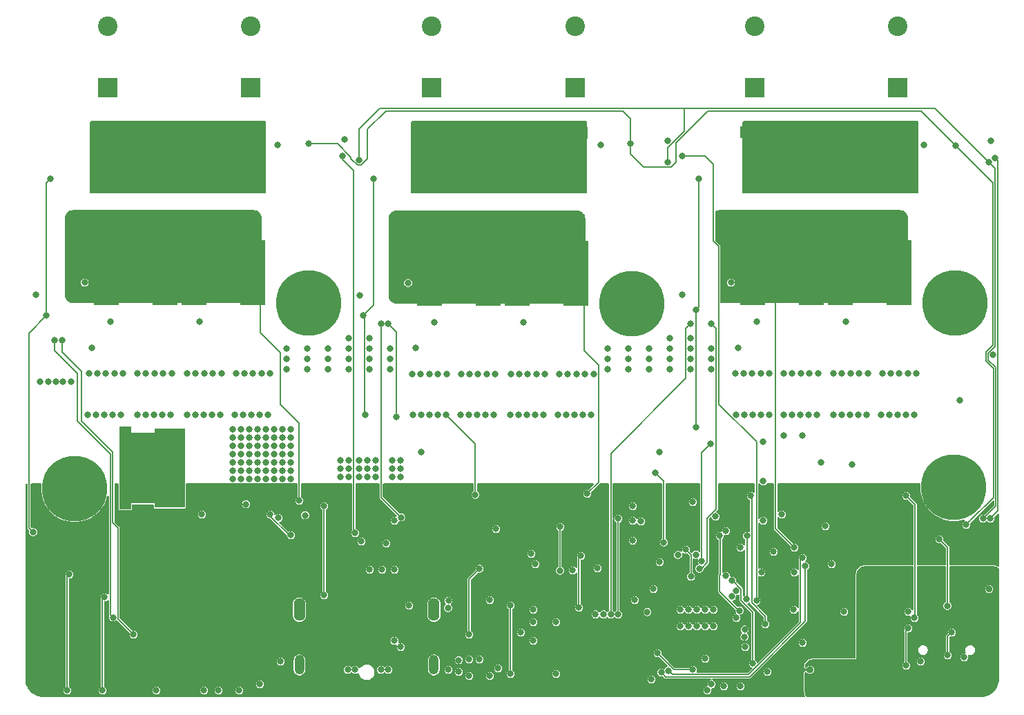
<source format=gbr>
%TF.GenerationSoftware,KiCad,Pcbnew,7.0.1*%
%TF.CreationDate,2023-07-16T19:11:46-05:00*%
%TF.ProjectId,Knockoff Inverter,4b6e6f63-6b6f-4666-9620-496e76657274,rev?*%
%TF.SameCoordinates,Original*%
%TF.FileFunction,Copper,L4,Bot*%
%TF.FilePolarity,Positive*%
%FSLAX46Y46*%
G04 Gerber Fmt 4.6, Leading zero omitted, Abs format (unit mm)*
G04 Created by KiCad (PCBNEW 7.0.1) date 2023-07-16 19:11:46*
%MOMM*%
%LPD*%
G01*
G04 APERTURE LIST*
G04 Aperture macros list*
%AMFreePoly0*
4,1,13,2.850000,-5.050000,1.450000,-5.050000,1.450000,-4.350000,-1.450000,-4.350000,-1.450000,-4.850000,-5.150000,-4.850000,-5.150000,4.850000,-1.450000,4.850000,-1.450000,4.350000,1.450000,4.350000,1.450000,5.050000,2.850000,5.050000,2.850000,-5.050000,2.850000,-5.050000,$1*%
%AMFreePoly1*
4,1,5,4.000000,-1.500000,-4.000000,-1.500000,-4.000000,1.500000,4.000000,1.500000,4.000000,-1.500000,4.000000,-1.500000,$1*%
G04 Aperture macros list end*
%TA.AperFunction,ComponentPad*%
%ADD10C,8.000000*%
%TD*%
%TA.AperFunction,ComponentPad*%
%ADD11R,2.400000X2.400000*%
%TD*%
%TA.AperFunction,ComponentPad*%
%ADD12C,2.400000*%
%TD*%
%TA.AperFunction,ComponentPad*%
%ADD13C,0.600000*%
%TD*%
%TA.AperFunction,SMDPad,CuDef*%
%ADD14FreePoly0,180.000000*%
%TD*%
%TA.AperFunction,SMDPad,CuDef*%
%ADD15FreePoly1,90.000000*%
%TD*%
%TA.AperFunction,SMDPad,CuDef*%
%ADD16FreePoly0,90.000000*%
%TD*%
%TA.AperFunction,ComponentPad*%
%ADD17O,1.000000X2.100000*%
%TD*%
%TA.AperFunction,ComponentPad*%
%ADD18O,1.000000X1.600000*%
%TD*%
%TA.AperFunction,ComponentPad*%
%ADD19O,1.400000X2.800000*%
%TD*%
%TA.AperFunction,ComponentPad*%
%ADD20O,1.200000X2.400000*%
%TD*%
%TA.AperFunction,ViaPad*%
%ADD21C,0.800000*%
%TD*%
%TA.AperFunction,Conductor*%
%ADD22C,0.200000*%
%TD*%
G04 APERTURE END LIST*
D10*
%TO.P,J7,1,Pin_1*%
%TO.N,GND*%
X208788000Y-85598000D03*
%TD*%
D11*
%TO.P,C20,1*%
%TO.N,VBUS*%
X122555000Y-36532755D03*
D12*
%TO.P,C20,2*%
%TO.N,GND*%
X122555000Y-29032755D03*
%TD*%
D10*
%TO.P,J8,1,Pin_1*%
%TO.N,Net-(J8-Pin_1)*%
X100965000Y-85725000D03*
%TD*%
D13*
%TO.P,Q7,3,D*%
%TO.N,Net-(J8-Pin_1)*%
X110192000Y-86820000D03*
X112592000Y-79620000D03*
X110192000Y-83220000D03*
X113792000Y-86820000D03*
X111392000Y-83220000D03*
X112592000Y-82020000D03*
X112592000Y-86820000D03*
X108992000Y-82020000D03*
X108992000Y-83220000D03*
X113792000Y-82020000D03*
X107792000Y-79620000D03*
X110192000Y-82020000D03*
X111392000Y-80820000D03*
X107792000Y-86820000D03*
X112592000Y-85620000D03*
X110192000Y-79620000D03*
D14*
X109322000Y-83220000D03*
D13*
X112592000Y-84420000D03*
X113792000Y-79620000D03*
X107792000Y-82020000D03*
X113792000Y-83220000D03*
X108992000Y-84420000D03*
X111392000Y-86820000D03*
X110192000Y-85620000D03*
X107792000Y-85620000D03*
X111392000Y-84420000D03*
X111392000Y-85620000D03*
X113792000Y-80820000D03*
X113792000Y-84420000D03*
X107792000Y-80820000D03*
X113792000Y-85620000D03*
X108992000Y-86820000D03*
X110192000Y-80820000D03*
X107792000Y-83220000D03*
X111392000Y-82020000D03*
X111392000Y-79620000D03*
X108992000Y-85620000D03*
X112592000Y-80820000D03*
X112592000Y-83220000D03*
X110192000Y-84420000D03*
X108992000Y-80820000D03*
X108992000Y-79620000D03*
X107792000Y-84420000D03*
%TD*%
D11*
%TO.P,C24,1*%
%TO.N,VBUS*%
X201930000Y-36532755D03*
D12*
%TO.P,C24,2*%
%TO.N,GND*%
X201930000Y-29032755D03*
%TD*%
D11*
%TO.P,C23,1*%
%TO.N,VBUS*%
X184380000Y-36532755D03*
D12*
%TO.P,C23,2*%
%TO.N,GND*%
X184380000Y-29032755D03*
%TD*%
D11*
%TO.P,C21,1*%
%TO.N,VBUS*%
X144780000Y-36532755D03*
D12*
%TO.P,C21,2*%
%TO.N,GND*%
X144780000Y-29032755D03*
%TD*%
D11*
%TO.P,C19,1*%
%TO.N,VBUS*%
X105005000Y-36532755D03*
D12*
%TO.P,C19,2*%
%TO.N,GND*%
X105005000Y-29032755D03*
%TD*%
D11*
%TO.P,C22,1*%
%TO.N,VBUS*%
X162330000Y-36532755D03*
D12*
%TO.P,C22,2*%
%TO.N,GND*%
X162330000Y-29032755D03*
%TD*%
D13*
%TO.P,Q13,3,D*%
%TO.N,Net-(Q10-D)*%
X193862250Y-62528000D03*
X194624250Y-62528000D03*
X195386250Y-62528000D03*
X201482250Y-62528000D03*
X202244250Y-62528000D03*
X203006250Y-62528000D03*
X193862250Y-61328000D03*
X194624250Y-61328000D03*
X195386250Y-61328000D03*
X201482250Y-61328000D03*
X202244250Y-61328000D03*
X203006250Y-61328000D03*
X193862250Y-60128000D03*
X194624250Y-60128000D03*
X195386250Y-60128000D03*
X201482250Y-60128000D03*
X202244250Y-60128000D03*
X203006250Y-60128000D03*
D15*
X194834250Y-59228000D03*
X202034250Y-59228000D03*
D13*
X193862250Y-58928000D03*
X194624250Y-58928000D03*
X195386250Y-58928000D03*
X201482250Y-58928000D03*
X202244250Y-58928000D03*
X203006250Y-58928000D03*
X193862250Y-57728000D03*
X194624250Y-57728000D03*
X195386250Y-57728000D03*
X201482250Y-57728000D03*
X202244250Y-57728000D03*
X203006250Y-57728000D03*
X193862250Y-56528000D03*
X194624250Y-56528000D03*
X195386250Y-56528000D03*
X201482250Y-56528000D03*
X202244250Y-56528000D03*
X203006250Y-56528000D03*
%TD*%
%TO.P,Q12,3,D*%
%TO.N,Net-(Q12-D)*%
X154276350Y-62578800D03*
X155038350Y-62578800D03*
X155800350Y-62578800D03*
X161896350Y-62578800D03*
X162658350Y-62578800D03*
X163420350Y-62578800D03*
X154276350Y-61378800D03*
X155038350Y-61378800D03*
X155800350Y-61378800D03*
X161896350Y-61378800D03*
X162658350Y-61378800D03*
X163420350Y-61378800D03*
X154276350Y-60178800D03*
X155038350Y-60178800D03*
X155800350Y-60178800D03*
X161896350Y-60178800D03*
X162658350Y-60178800D03*
X163420350Y-60178800D03*
D15*
X155248350Y-59278800D03*
X162448350Y-59278800D03*
D13*
X154276350Y-58978800D03*
X155038350Y-58978800D03*
X155800350Y-58978800D03*
X161896350Y-58978800D03*
X162658350Y-58978800D03*
X163420350Y-58978800D03*
X154276350Y-57778800D03*
X155038350Y-57778800D03*
X155800350Y-57778800D03*
X161896350Y-57778800D03*
X162658350Y-57778800D03*
X163420350Y-57778800D03*
X154276350Y-56578800D03*
X155038350Y-56578800D03*
X155800350Y-56578800D03*
X161896350Y-56578800D03*
X162658350Y-56578800D03*
X163420350Y-56578800D03*
%TD*%
%TO.P,Q11,3,D*%
%TO.N,Net-(Q1-S)*%
X114614250Y-62528000D03*
X115376250Y-62528000D03*
X116138250Y-62528000D03*
X122234250Y-62528000D03*
X122996250Y-62528000D03*
X123758250Y-62528000D03*
X114614250Y-61328000D03*
X115376250Y-61328000D03*
X116138250Y-61328000D03*
X122234250Y-61328000D03*
X122996250Y-61328000D03*
X123758250Y-61328000D03*
X114614250Y-60128000D03*
X115376250Y-60128000D03*
X116138250Y-60128000D03*
X122234250Y-60128000D03*
X122996250Y-60128000D03*
X123758250Y-60128000D03*
D15*
X115586250Y-59228000D03*
X122786250Y-59228000D03*
D13*
X114614250Y-58928000D03*
X115376250Y-58928000D03*
X116138250Y-58928000D03*
X122234250Y-58928000D03*
X122996250Y-58928000D03*
X123758250Y-58928000D03*
X114614250Y-57728000D03*
X115376250Y-57728000D03*
X116138250Y-57728000D03*
X122234250Y-57728000D03*
X122996250Y-57728000D03*
X123758250Y-57728000D03*
X114614250Y-56528000D03*
X115376250Y-56528000D03*
X116138250Y-56528000D03*
X122234250Y-56528000D03*
X122996250Y-56528000D03*
X123758250Y-56528000D03*
%TD*%
%TO.P,Q10,3,D*%
%TO.N,Net-(Q10-D)*%
X183104250Y-62528000D03*
X183866250Y-62528000D03*
X184628250Y-62528000D03*
X190724250Y-62528000D03*
X191486250Y-62528000D03*
X192248250Y-62528000D03*
X183104250Y-61328000D03*
X183866250Y-61328000D03*
X184628250Y-61328000D03*
X190724250Y-61328000D03*
X191486250Y-61328000D03*
X192248250Y-61328000D03*
X183104250Y-60128000D03*
X183866250Y-60128000D03*
X184628250Y-60128000D03*
X190724250Y-60128000D03*
X191486250Y-60128000D03*
X192248250Y-60128000D03*
D15*
X184076250Y-59228000D03*
X191276250Y-59228000D03*
D13*
X183104250Y-58928000D03*
X183866250Y-58928000D03*
X184628250Y-58928000D03*
X190724250Y-58928000D03*
X191486250Y-58928000D03*
X192248250Y-58928000D03*
X183104250Y-57728000D03*
X183866250Y-57728000D03*
X184628250Y-57728000D03*
X190724250Y-57728000D03*
X191486250Y-57728000D03*
X192248250Y-57728000D03*
X183104250Y-56528000D03*
X183866250Y-56528000D03*
X184628250Y-56528000D03*
X190724250Y-56528000D03*
X191486250Y-56528000D03*
X192248250Y-56528000D03*
%TD*%
%TO.P,Q9,3,D*%
%TO.N,Net-(Q12-D)*%
X143518350Y-62578800D03*
X144280350Y-62578800D03*
X145042350Y-62578800D03*
X151138350Y-62578800D03*
X151900350Y-62578800D03*
X152662350Y-62578800D03*
X143518350Y-61378800D03*
X144280350Y-61378800D03*
X145042350Y-61378800D03*
X151138350Y-61378800D03*
X151900350Y-61378800D03*
X152662350Y-61378800D03*
X143518350Y-60178800D03*
X144280350Y-60178800D03*
X145042350Y-60178800D03*
X151138350Y-60178800D03*
X151900350Y-60178800D03*
X152662350Y-60178800D03*
D15*
X144490350Y-59278800D03*
X151690350Y-59278800D03*
D13*
X143518350Y-58978800D03*
X144280350Y-58978800D03*
X145042350Y-58978800D03*
X151138350Y-58978800D03*
X151900350Y-58978800D03*
X152662350Y-58978800D03*
X143518350Y-57778800D03*
X144280350Y-57778800D03*
X145042350Y-57778800D03*
X151138350Y-57778800D03*
X151900350Y-57778800D03*
X152662350Y-57778800D03*
X143518350Y-56578800D03*
X144280350Y-56578800D03*
X145042350Y-56578800D03*
X151138350Y-56578800D03*
X151900350Y-56578800D03*
X152662350Y-56578800D03*
%TD*%
%TO.P,Q8,3,D*%
%TO.N,Net-(Q1-S)*%
X103856250Y-62528000D03*
X104618250Y-62528000D03*
X105380250Y-62528000D03*
X111476250Y-62528000D03*
X112238250Y-62528000D03*
X113000250Y-62528000D03*
X103856250Y-61328000D03*
X104618250Y-61328000D03*
X105380250Y-61328000D03*
X111476250Y-61328000D03*
X112238250Y-61328000D03*
X113000250Y-61328000D03*
X103856250Y-60128000D03*
X104618250Y-60128000D03*
X105380250Y-60128000D03*
X111476250Y-60128000D03*
X112238250Y-60128000D03*
X113000250Y-60128000D03*
D15*
X104828250Y-59228000D03*
X112028250Y-59228000D03*
D13*
X103856250Y-58928000D03*
X104618250Y-58928000D03*
X105380250Y-58928000D03*
X111476250Y-58928000D03*
X112238250Y-58928000D03*
X113000250Y-58928000D03*
X103856250Y-57728000D03*
X104618250Y-57728000D03*
X105380250Y-57728000D03*
X111476250Y-57728000D03*
X112238250Y-57728000D03*
X113000250Y-57728000D03*
X103856250Y-56528000D03*
X104618250Y-56528000D03*
X105380250Y-56528000D03*
X111476250Y-56528000D03*
X112238250Y-56528000D03*
X113000250Y-56528000D03*
%TD*%
%TO.P,Q6,3,D*%
%TO.N,VBUS*%
X194821250Y-45033000D03*
X202021250Y-47433000D03*
X198421250Y-45033000D03*
X194821250Y-48633000D03*
X198421250Y-46233000D03*
X199621250Y-47433000D03*
X194821250Y-47433000D03*
X199621250Y-43833000D03*
X198421250Y-43833000D03*
X199621250Y-48633000D03*
X202021250Y-42633000D03*
X199621250Y-45033000D03*
X200821250Y-46233000D03*
X194821250Y-42633000D03*
X196021250Y-47433000D03*
X202021250Y-45033000D03*
D16*
X198421250Y-44163000D03*
D13*
X197221250Y-47433000D03*
X202021250Y-48633000D03*
X199621250Y-42633000D03*
X198421250Y-48633000D03*
X197221250Y-43833000D03*
X194821250Y-46233000D03*
X196021250Y-45033000D03*
X196021250Y-42633000D03*
X197221250Y-46233000D03*
X196021250Y-46233000D03*
X200821250Y-48633000D03*
X197221250Y-48633000D03*
X200821250Y-42633000D03*
X196021250Y-48633000D03*
X194821250Y-43833000D03*
X200821250Y-45033000D03*
X198421250Y-42633000D03*
X199621250Y-46233000D03*
X202021250Y-46233000D03*
X196021250Y-43833000D03*
X200821250Y-47433000D03*
X198421250Y-47433000D03*
X197221250Y-45033000D03*
X200821250Y-43833000D03*
X202021250Y-43833000D03*
X197221250Y-42633000D03*
%TD*%
%TO.P,Q5,3,D*%
%TO.N,VBUS*%
X155235350Y-45083800D03*
X162435350Y-47483800D03*
X158835350Y-45083800D03*
X155235350Y-48683800D03*
X158835350Y-46283800D03*
X160035350Y-47483800D03*
X155235350Y-47483800D03*
X160035350Y-43883800D03*
X158835350Y-43883800D03*
X160035350Y-48683800D03*
X162435350Y-42683800D03*
X160035350Y-45083800D03*
X161235350Y-46283800D03*
X155235350Y-42683800D03*
X156435350Y-47483800D03*
X162435350Y-45083800D03*
D16*
X158835350Y-44213800D03*
D13*
X157635350Y-47483800D03*
X162435350Y-48683800D03*
X160035350Y-42683800D03*
X158835350Y-48683800D03*
X157635350Y-43883800D03*
X155235350Y-46283800D03*
X156435350Y-45083800D03*
X156435350Y-42683800D03*
X157635350Y-46283800D03*
X156435350Y-46283800D03*
X161235350Y-48683800D03*
X157635350Y-48683800D03*
X161235350Y-42683800D03*
X156435350Y-48683800D03*
X155235350Y-43883800D03*
X161235350Y-45083800D03*
X158835350Y-42683800D03*
X160035350Y-46283800D03*
X162435350Y-46283800D03*
X156435350Y-43883800D03*
X161235350Y-47483800D03*
X158835350Y-47483800D03*
X157635350Y-45083800D03*
X161235350Y-43883800D03*
X162435350Y-43883800D03*
X157635350Y-42683800D03*
%TD*%
%TO.P,Q4,3,D*%
%TO.N,VBUS*%
X115573250Y-45033000D03*
X122773250Y-47433000D03*
X119173250Y-45033000D03*
X115573250Y-48633000D03*
X119173250Y-46233000D03*
X120373250Y-47433000D03*
X115573250Y-47433000D03*
X120373250Y-43833000D03*
X119173250Y-43833000D03*
X120373250Y-48633000D03*
X122773250Y-42633000D03*
X120373250Y-45033000D03*
X121573250Y-46233000D03*
X115573250Y-42633000D03*
X116773250Y-47433000D03*
X122773250Y-45033000D03*
D16*
X119173250Y-44163000D03*
D13*
X117973250Y-47433000D03*
X122773250Y-48633000D03*
X120373250Y-42633000D03*
X119173250Y-48633000D03*
X117973250Y-43833000D03*
X115573250Y-46233000D03*
X116773250Y-45033000D03*
X116773250Y-42633000D03*
X117973250Y-46233000D03*
X116773250Y-46233000D03*
X121573250Y-48633000D03*
X117973250Y-48633000D03*
X121573250Y-42633000D03*
X116773250Y-48633000D03*
X115573250Y-43833000D03*
X121573250Y-45033000D03*
X119173250Y-42633000D03*
X120373250Y-46233000D03*
X122773250Y-46233000D03*
X116773250Y-43833000D03*
X121573250Y-47433000D03*
X119173250Y-47433000D03*
X117973250Y-45033000D03*
X121573250Y-43833000D03*
X122773250Y-43833000D03*
X117973250Y-42633000D03*
%TD*%
%TO.P,Q3,3,D*%
%TO.N,VBUS*%
X184076250Y-45033000D03*
X191276250Y-47433000D03*
X187676250Y-45033000D03*
X184076250Y-48633000D03*
X187676250Y-46233000D03*
X188876250Y-47433000D03*
X184076250Y-47433000D03*
X188876250Y-43833000D03*
X187676250Y-43833000D03*
X188876250Y-48633000D03*
X191276250Y-42633000D03*
X188876250Y-45033000D03*
X190076250Y-46233000D03*
X184076250Y-42633000D03*
X185276250Y-47433000D03*
X191276250Y-45033000D03*
D16*
X187676250Y-44163000D03*
D13*
X186476250Y-47433000D03*
X191276250Y-48633000D03*
X188876250Y-42633000D03*
X187676250Y-48633000D03*
X186476250Y-43833000D03*
X184076250Y-46233000D03*
X185276250Y-45033000D03*
X185276250Y-42633000D03*
X186476250Y-46233000D03*
X185276250Y-46233000D03*
X190076250Y-48633000D03*
X186476250Y-48633000D03*
X190076250Y-42633000D03*
X185276250Y-48633000D03*
X184076250Y-43833000D03*
X190076250Y-45033000D03*
X187676250Y-42633000D03*
X188876250Y-46233000D03*
X191276250Y-46233000D03*
X185276250Y-43833000D03*
X190076250Y-47433000D03*
X187676250Y-47433000D03*
X186476250Y-45033000D03*
X190076250Y-43833000D03*
X191276250Y-43833000D03*
X186476250Y-42633000D03*
%TD*%
%TO.P,Q2,3,D*%
%TO.N,VBUS*%
X144490350Y-45083800D03*
X151690350Y-47483800D03*
X148090350Y-45083800D03*
X144490350Y-48683800D03*
X148090350Y-46283800D03*
X149290350Y-47483800D03*
X144490350Y-47483800D03*
X149290350Y-43883800D03*
X148090350Y-43883800D03*
X149290350Y-48683800D03*
X151690350Y-42683800D03*
X149290350Y-45083800D03*
X150490350Y-46283800D03*
X144490350Y-42683800D03*
X145690350Y-47483800D03*
X151690350Y-45083800D03*
D16*
X148090350Y-44213800D03*
D13*
X146890350Y-47483800D03*
X151690350Y-48683800D03*
X149290350Y-42683800D03*
X148090350Y-48683800D03*
X146890350Y-43883800D03*
X144490350Y-46283800D03*
X145690350Y-45083800D03*
X145690350Y-42683800D03*
X146890350Y-46283800D03*
X145690350Y-46283800D03*
X150490350Y-48683800D03*
X146890350Y-48683800D03*
X150490350Y-42683800D03*
X145690350Y-48683800D03*
X144490350Y-43883800D03*
X150490350Y-45083800D03*
X148090350Y-42683800D03*
X149290350Y-46283800D03*
X151690350Y-46283800D03*
X145690350Y-43883800D03*
X150490350Y-47483800D03*
X148090350Y-47483800D03*
X146890350Y-45083800D03*
X150490350Y-43883800D03*
X151690350Y-43883800D03*
X146890350Y-42683800D03*
%TD*%
%TO.P,Q1,3,D*%
%TO.N,VBUS*%
X104828250Y-45033000D03*
X112028250Y-47433000D03*
X108428250Y-45033000D03*
X104828250Y-48633000D03*
X108428250Y-46233000D03*
X109628250Y-47433000D03*
X104828250Y-47433000D03*
X109628250Y-43833000D03*
X108428250Y-43833000D03*
X109628250Y-48633000D03*
X112028250Y-42633000D03*
X109628250Y-45033000D03*
X110828250Y-46233000D03*
X104828250Y-42633000D03*
X106028250Y-47433000D03*
X112028250Y-45033000D03*
D16*
X108428250Y-44163000D03*
D13*
X107228250Y-47433000D03*
X112028250Y-48633000D03*
X109628250Y-42633000D03*
X108428250Y-48633000D03*
X107228250Y-43833000D03*
X104828250Y-46233000D03*
X106028250Y-45033000D03*
X106028250Y-42633000D03*
X107228250Y-46233000D03*
X106028250Y-46233000D03*
X110828250Y-48633000D03*
X107228250Y-48633000D03*
X110828250Y-42633000D03*
X106028250Y-48633000D03*
X104828250Y-43833000D03*
X110828250Y-45033000D03*
X108428250Y-42633000D03*
X109628250Y-46233000D03*
X112028250Y-46233000D03*
X106028250Y-43833000D03*
X110828250Y-47433000D03*
X108428250Y-47433000D03*
X107228250Y-45033000D03*
X110828250Y-43833000D03*
X112028250Y-43833000D03*
X107228250Y-42633000D03*
%TD*%
D10*
%TO.P,J5,1,Pin_1*%
%TO.N,Net-(J5-Pin_1)*%
X208883250Y-62992000D03*
%TD*%
%TO.P,J4,1,Pin_1*%
%TO.N,Net-(J4-Pin_1)*%
X169297350Y-63042799D03*
%TD*%
%TO.P,J3,1,Pin_1*%
%TO.N,Net-(J3-Pin_1)*%
X129635250Y-62991999D03*
%TD*%
D17*
%TO.P,J2,S1,SHIELD*%
%TO.N,GND1*%
X203577000Y-105040000D03*
D18*
X203577000Y-109220000D03*
D17*
X212217000Y-105040000D03*
D18*
X212217000Y-109220000D03*
%TD*%
D19*
%TO.P,J1,S1,SHIELD*%
%TO.N,GND*%
X128534000Y-100584000D03*
%TO.P,J1,S2,SHIELD*%
X145034000Y-100584000D03*
D20*
%TO.P,J1,S3,SHIELD*%
X128534000Y-107364000D03*
%TO.P,J1,S4,SHIELD*%
X145034000Y-107364000D03*
%TD*%
D21*
%TO.N,+12V*%
X169418000Y-92111500D03*
X95885000Y-91059000D03*
%TO.N,+3.3V*%
X191135000Y-107950000D03*
%TO.N,GND*%
X100584000Y-72644000D03*
X98679000Y-72644000D03*
X99568000Y-72644000D03*
X97790000Y-72644000D03*
X96774000Y-72644000D03*
%TO.N,+12V*%
X177546000Y-47752000D03*
X137668000Y-47752000D03*
%TO.N,VBUS*%
X150114000Y-86477000D03*
%TO.N,GND*%
X133604000Y-82296000D03*
X133604000Y-83312000D03*
X133604000Y-84328000D03*
X134620000Y-84328000D03*
X134620000Y-83312000D03*
X134620000Y-82296000D03*
X135890000Y-82296000D03*
X135890000Y-83312000D03*
X135890000Y-84328000D03*
X136906000Y-84328000D03*
X136906000Y-83312000D03*
X136906000Y-82296000D03*
X137922000Y-82296000D03*
X137922000Y-83312000D03*
X137922000Y-84328000D03*
X139954000Y-84328000D03*
X139954000Y-83312000D03*
X139954000Y-82296000D03*
X140970000Y-82296000D03*
X140970000Y-83312000D03*
X140970000Y-84328000D03*
X169672000Y-99402500D03*
%TO.N,Net-(U17-OVP)*%
X136144000Y-92202000D03*
%TO.N,+12V*%
X136652000Y-76708000D03*
X136398000Y-64516000D03*
%TO.N,+5V*%
X210312000Y-90170000D03*
X209042000Y-43688000D03*
%TO.N,/MCU/ADC1_IN2*%
X175514000Y-44958000D03*
%TO.N,/MCU/ADC1_IN1*%
X133858000Y-44912300D03*
%TO.N,+5V*%
X169164000Y-43434000D03*
X129635250Y-43434000D03*
%TO.N,Net-(Q10-D)*%
X189230000Y-92964000D03*
%TO.N,GND1*%
X212344000Y-99822000D03*
X210820000Y-99822000D03*
%TO.N,Net-(U7-VBUS1)*%
X204724000Y-106934000D03*
X210058000Y-106426000D03*
%TO.N,GND*%
X185928000Y-108204000D03*
%TO.N,VREF_OUT*%
X185170533Y-96012000D03*
%TO.N,+5V*%
X193040000Y-90342500D03*
X160528000Y-90424000D03*
%TO.N,VBUS*%
X172212000Y-83820000D03*
X173228000Y-92328497D03*
%TO.N,Net-(U2-VDDA)*%
X163068000Y-93980000D03*
X174969632Y-93860676D03*
%TO.N,GND*%
X179324000Y-100584000D03*
X175260000Y-100584000D03*
X175260000Y-102616000D03*
X179324000Y-102616000D03*
X176276000Y-100584000D03*
X178308000Y-100584000D03*
X177292000Y-100584000D03*
X178308000Y-102616000D03*
X176276000Y-102616000D03*
X177292000Y-102616000D03*
%TO.N,+3.3V*%
X156972000Y-88138000D03*
%TO.N,GND*%
X151892000Y-99395500D03*
X152654000Y-90678000D03*
X156972000Y-93726000D03*
%TO.N,/DC INPUT/nPGD*%
X127508000Y-91440000D03*
%TO.N,/DC INPUT/EN*%
X171958000Y-98044000D03*
%TO.N,NSRST*%
X202946000Y-86614000D03*
X203962000Y-101600000D03*
X182118000Y-101600000D03*
%TO.N,GND*%
X189148500Y-100584000D03*
%TO.N,/MCU/SPI1_MISO*%
X150622000Y-95563500D03*
X149352000Y-103632000D03*
%TO.N,/MCU/SPI1_NSS*%
X154432000Y-108458000D03*
X154432000Y-100076000D03*
%TO.N,/MCU/ADC1_IN1*%
X180086000Y-91522000D03*
X135382000Y-91186000D03*
%TO.N,VREF_OUT*%
X135890000Y-45466000D03*
%TO.N,/MCU/ADC1_IN3*%
X183401533Y-91521500D03*
%TO.N,VREF_OUT*%
X180848000Y-90932000D03*
X212388997Y-89408000D03*
%TO.N,+3.3V*%
X213106000Y-98044000D03*
%TO.N,/MCU/ADC1_IN3*%
X213278500Y-89408000D03*
%TO.N,VREF_OUT*%
X173736000Y-45720000D03*
%TO.N,/MCU/ADC1_IN3*%
X213868000Y-45212000D03*
%TO.N,VREF_OUT*%
X213106000Y-45720000D03*
%TO.N,Net-(Q1-S)*%
X128524000Y-87203500D03*
X169418000Y-87884000D03*
%TO.N,Net-(Q12-D)*%
X163830000Y-86360000D03*
X183896000Y-86614000D03*
X185674000Y-102362000D03*
%TO.N,+3.3V*%
X198628000Y-86106000D03*
%TO.N,GND*%
X209550000Y-74930000D03*
%TO.N,CAN_RX*%
X213614000Y-69342000D03*
%TO.N,Net-(D4-K)*%
X190581500Y-95250000D03*
%TO.N,Net-(D3-K)*%
X190246000Y-94234000D03*
X173786410Y-108072090D03*
%TO.N,Net-(D4-K)*%
X172897840Y-108280160D03*
%TO.N,JTRST*%
X172466000Y-105918000D03*
X176784000Y-107950000D03*
%TO.N,/MCU/USB_DP*%
X183143254Y-103009877D03*
%TO.N,/MCU/USB_DM*%
X183120901Y-103899099D03*
%TO.N,/MCU/USB_DP*%
X164846000Y-101161500D03*
%TO.N,/MCU/USB_DM*%
X165831154Y-101161500D03*
%TO.N,/MCU/TIM_CH3*%
X176530000Y-65532000D03*
X166720657Y-101161500D03*
%TO.N,/MCU/TIM_CH2*%
X141003595Y-89264202D03*
X167640000Y-89408000D03*
X167610160Y-101161500D03*
%TO.N,/MCU/TIM_CH1*%
X160020000Y-102108000D03*
X105692500Y-101539471D03*
%TO.N,Net-(D2-K)*%
X207010000Y-91948000D03*
X207990160Y-100111840D03*
X171196000Y-100871500D03*
%TO.N,+3.3V*%
X118618000Y-106680000D03*
%TO.N,GND*%
X140208000Y-89662000D03*
X139192000Y-92456000D03*
X141986000Y-100076000D03*
X140208000Y-95676500D03*
X138684000Y-95676500D03*
X137160000Y-95676500D03*
X118618000Y-110490000D03*
X116840000Y-110490000D03*
%TO.N,+5V*%
X100330000Y-96266000D03*
%TO.N,+12V*%
X177196750Y-78232000D03*
%TO.N,/MCU/TIM_CH3N*%
X179070000Y-65532000D03*
%TO.N,/MCU/TIM_CH2*%
X138556497Y-65532000D03*
%TO.N,/MCU/TIM_CH2N*%
X139446000Y-65532000D03*
X140462000Y-76962000D03*
X178944000Y-80264000D03*
%TO.N,/MCU/TIM_CH3N*%
X177594500Y-95531713D03*
%TO.N,/MCU/TIM_CH2N*%
X177884500Y-94646498D03*
%TO.N,GND*%
X126238000Y-106934000D03*
%TO.N,+3.3V*%
X134620000Y-95504000D03*
%TO.N,SPI_MISO_+*%
X157226000Y-102108000D03*
%TO.N,SPI_MISO_-*%
X157226000Y-100584000D03*
X146816128Y-99478109D03*
%TO.N,SPI_MISO_+*%
X146775325Y-100366675D03*
%TO.N,+12V*%
X172720000Y-81280000D03*
X143510000Y-81280000D03*
%TO.N,GND*%
X185420000Y-80010000D03*
X185420000Y-84836000D03*
X185420000Y-89662000D03*
%TO.N,+12V*%
X187706000Y-88900000D03*
X169418000Y-89662000D03*
X179578000Y-89154000D03*
%TO.N,GND*%
X171704000Y-109138500D03*
%TO.N,+3.3V*%
X161798000Y-107777500D03*
%TO.N,/MCU/SPI1_MOSI*%
X148082000Y-106774500D03*
X178308000Y-106598500D03*
%TO.N,GND1*%
X207010000Y-97282000D03*
X203454000Y-96266000D03*
%TO.N,Net-(J2-D--PadA7)*%
X208026000Y-106172000D03*
X208534000Y-103378000D03*
%TO.N,GND1*%
X199136000Y-109220000D03*
%TO.N,Net-(JP4-A)*%
X202946000Y-107442000D03*
X203200000Y-102870000D03*
%TO.N,Net-(JP4-C)*%
X203200000Y-100838000D03*
X195326000Y-100838000D03*
%TO.N,+3.3V*%
X198628000Y-94742000D03*
%TO.N,GND*%
X193802000Y-94996000D03*
X189230000Y-96012000D03*
X190246000Y-104648000D03*
%TO.N,+3.3V*%
X193802000Y-100838000D03*
%TO.N,5V_ISO*%
X104648000Y-99060000D03*
X104394000Y-110490000D03*
%TO.N,+5V*%
X100076000Y-110490000D03*
%TO.N,GND*%
X110998000Y-110490000D03*
%TO.N,+12V*%
X98044000Y-47752000D03*
X97536000Y-64516000D03*
%TO.N,/MCU/TIM_CH1*%
X98552000Y-67564000D03*
%TO.N,/MCU/TIM_CH1N*%
X99448650Y-67564000D03*
X108204000Y-103632000D03*
X183215500Y-105156000D03*
%TO.N,+3.3V*%
X182626000Y-105918000D03*
%TO.N,GND*%
X182626000Y-109982000D03*
X180594000Y-109982000D03*
%TO.N,/CAN/CAN_TX*%
X123698000Y-109728000D03*
%TO.N,CAN_RX*%
X121158000Y-110490000D03*
X178562000Y-110490000D03*
%TO.N,/CAN/CAN_TX*%
X179070000Y-109728000D03*
%TO.N,/MCU/SPI1_SCK*%
X184150000Y-107188000D03*
X146812000Y-107953500D03*
%TO.N,SPI_MOSI_+*%
X149352000Y-106680000D03*
%TO.N,SPI_MOSI_-*%
X150622000Y-106680000D03*
X140194500Y-104394000D03*
%TO.N,SPI_MOSI_+*%
X140970000Y-105156000D03*
%TO.N,SPI_nSS_-*%
X134492497Y-107950000D03*
%TO.N,SPI_nSS_+*%
X135382000Y-107950000D03*
%TO.N,SPI_SCK_-*%
X138556497Y-107950000D03*
%TO.N,SPI_SCK_+*%
X139446000Y-107950000D03*
X148082000Y-108204000D03*
%TO.N,SPI_SCK_-*%
X149352000Y-108712000D03*
%TO.N,SPI_nSS_-*%
X151892000Y-108712000D03*
%TO.N,SPI_nSS_+*%
X152908000Y-107777500D03*
%TO.N,GND*%
X160020000Y-108458000D03*
%TO.N,+3.3V*%
X155956000Y-108458000D03*
%TO.N,Net-(U2-VDDA)*%
X162814000Y-100330000D03*
%TO.N,+3.3V*%
X161290000Y-104394000D03*
%TO.N,GND*%
X157226000Y-104394000D03*
X155702000Y-103378000D03*
%TO.N,+3.3V*%
X146812000Y-95504000D03*
X150622000Y-100330000D03*
X157480000Y-99395500D03*
%TO.N,GND*%
X157480000Y-94996000D03*
%TO.N,+5V*%
X160492160Y-95793840D03*
%TO.N,GND*%
X162052000Y-95758000D03*
%TO.N,+3.3V*%
X163576000Y-95758000D03*
%TO.N,GND*%
X165100000Y-95504000D03*
X170434000Y-89743500D03*
X176784000Y-87376000D03*
X196342000Y-82804000D03*
X187960000Y-79248000D03*
X190246000Y-79248000D03*
X192532000Y-82550000D03*
%TO.N,VBUS*%
X199898000Y-76708000D03*
X200914000Y-76708000D03*
X201930000Y-76708000D03*
X203962000Y-76708000D03*
X202946000Y-76708000D03*
X194056000Y-76708000D03*
X195072000Y-76708000D03*
X196088000Y-76708000D03*
X198120000Y-76708000D03*
X197104000Y-76708000D03*
X187960000Y-76708000D03*
X188976000Y-76708000D03*
X189992000Y-76708000D03*
X192024000Y-76708000D03*
X191008000Y-76708000D03*
X182118000Y-76708000D03*
X183134000Y-76708000D03*
X184150000Y-76708000D03*
X186182000Y-76708000D03*
X185166000Y-76708000D03*
X160274000Y-76708000D03*
X161290000Y-76708000D03*
X162306000Y-76708000D03*
X164338000Y-76708000D03*
X163322000Y-76708000D03*
X154432000Y-76708000D03*
X155448000Y-76708000D03*
X156464000Y-76708000D03*
X158496000Y-76708000D03*
X157480000Y-76708000D03*
X148336000Y-76708000D03*
X149352000Y-76708000D03*
X150368000Y-76708000D03*
X152400000Y-76708000D03*
X151384000Y-76708000D03*
X142494000Y-76708000D03*
X143510000Y-76708000D03*
X144526000Y-76708000D03*
X146558000Y-76708000D03*
X145542000Y-76708000D03*
X120650000Y-76708000D03*
X121666000Y-76708000D03*
X122682000Y-76708000D03*
X124714000Y-76708000D03*
X123698000Y-76708000D03*
X114808000Y-76708000D03*
X115824000Y-76708000D03*
X116840000Y-76708000D03*
X118872000Y-76708000D03*
X117856000Y-76708000D03*
X108712000Y-76708000D03*
X109728000Y-76708000D03*
X110744000Y-76708000D03*
X112776000Y-76708000D03*
X111760000Y-76708000D03*
X106680000Y-76708000D03*
X105664000Y-76708000D03*
X103632000Y-76708000D03*
X102616000Y-76708000D03*
X104648000Y-76708000D03*
X126492000Y-78486000D03*
X125476000Y-78486000D03*
X127508000Y-78486000D03*
X124460000Y-78486000D03*
X123444000Y-78486000D03*
X121412000Y-78486000D03*
X120396000Y-78486000D03*
X122428000Y-78486000D03*
X126492000Y-79502000D03*
X125476000Y-79502000D03*
X127508000Y-79502000D03*
X124460000Y-79502000D03*
X123444000Y-79502000D03*
X121412000Y-79502000D03*
X120396000Y-79502000D03*
X122428000Y-79502000D03*
X126492000Y-80518000D03*
X125476000Y-80518000D03*
X127508000Y-80518000D03*
X124460000Y-80518000D03*
X123444000Y-80518000D03*
X121412000Y-80518000D03*
X120396000Y-80518000D03*
X122428000Y-80518000D03*
X126492000Y-81534000D03*
X125476000Y-81534000D03*
X127508000Y-81534000D03*
X124460000Y-81534000D03*
X123444000Y-81534000D03*
X121412000Y-81534000D03*
X120396000Y-81534000D03*
X122428000Y-81534000D03*
X126492000Y-82550000D03*
X125476000Y-82550000D03*
X127508000Y-82550000D03*
X124460000Y-82550000D03*
X123444000Y-82550000D03*
X121412000Y-82550000D03*
X120396000Y-82550000D03*
X122428000Y-82550000D03*
X126492000Y-83566000D03*
X125476000Y-83566000D03*
X127508000Y-83566000D03*
X124460000Y-83566000D03*
X123444000Y-83566000D03*
X121412000Y-83566000D03*
X120396000Y-83566000D03*
X122428000Y-83566000D03*
X127508000Y-84582000D03*
X126492000Y-84582000D03*
X125476000Y-84582000D03*
X124460000Y-84582000D03*
X123444000Y-84582000D03*
X122428000Y-84582000D03*
X121412000Y-84582000D03*
X120396000Y-84582000D03*
%TO.N,Net-(J8-Pin_1)*%
X116586000Y-88900000D03*
X125984000Y-89326500D03*
%TO.N,/DC INPUT/nPGD*%
X124968000Y-88900000D03*
%TO.N,GND*%
X122001500Y-87639633D03*
%TO.N,Net-(U17-OVP)*%
X129252471Y-89005500D03*
%TO.N,/DC INPUT/EN*%
X131572000Y-87884000D03*
X131572000Y-98806000D03*
%TO.N,+3.3V*%
X175384500Y-96938820D03*
X179563500Y-95504000D03*
%TO.N,/MCU/ADC2_IN12*%
X177152946Y-93846693D03*
X186690000Y-93472000D03*
%TO.N,VREF_OUT*%
X175935315Y-93226531D03*
X176563500Y-96520000D03*
%TO.N,GND*%
X172720000Y-94742000D03*
%TO.N,/MCU/SPI1_MISO*%
X180848000Y-96438500D03*
%TO.N,/MCU/SPI1_SCK*%
X181610000Y-97028000D03*
%TO.N,/MCU/SPI1_NSS*%
X181548957Y-98981669D03*
%TO.N,GND*%
X182118000Y-98298000D03*
X182626000Y-92964000D03*
%TO.N,/MCU/ADC1_IN3*%
X183388000Y-99314000D03*
%TO.N,/MCU/ADC1_IN2*%
X184581033Y-99491033D03*
%TO.N,/MCU/ADC1_IN1*%
X182525500Y-100692500D03*
%TO.N,GND*%
X213360000Y-43053000D03*
X173736000Y-43053000D03*
X134112000Y-42926000D03*
X179070000Y-68580000D03*
X179070000Y-69850000D03*
X179070000Y-71120000D03*
X176530000Y-67310000D03*
X176530000Y-68580000D03*
X176530000Y-69850000D03*
X176530000Y-71120000D03*
X173990000Y-67310000D03*
X173990000Y-68580000D03*
X173990000Y-69850000D03*
X173990000Y-71120000D03*
X171450000Y-68580000D03*
X171450000Y-69850000D03*
X171450000Y-71120000D03*
X168910000Y-68580000D03*
X168910000Y-69850000D03*
X168910000Y-71120000D03*
X166370000Y-68580000D03*
X166370000Y-69850000D03*
X166370000Y-71120000D03*
X139700000Y-68580000D03*
X139700000Y-69850000D03*
X139700000Y-71120000D03*
X137160000Y-67310000D03*
X137160000Y-68580000D03*
X137160000Y-69850000D03*
X137160000Y-71120000D03*
X134620000Y-67310000D03*
X134620000Y-68580000D03*
X134620000Y-69850000D03*
X134620000Y-71120000D03*
X132080000Y-68580000D03*
X132080000Y-69850000D03*
X132080000Y-71120000D03*
X129540000Y-68580000D03*
X129540000Y-69850000D03*
X129540000Y-71120000D03*
X127000000Y-68580000D03*
X127000000Y-69850000D03*
X127000000Y-71120000D03*
X135896350Y-62026800D03*
X141865350Y-60502800D03*
X142754350Y-68503800D03*
X145040350Y-65328800D03*
X155962350Y-65328800D03*
%TO.N,Net-(Q12-D)*%
X140722350Y-55549800D03*
%TO.N,GND*%
X144468850Y-71678800D03*
X143421100Y-71678800D03*
X142373350Y-71678800D03*
X145516600Y-71678800D03*
X146564350Y-71678800D03*
X151485600Y-71678800D03*
X149390100Y-71678800D03*
X152533350Y-71678800D03*
X148342350Y-71678800D03*
X150437850Y-71678800D03*
X157581600Y-71678800D03*
X155486100Y-71678800D03*
X158629350Y-71678800D03*
X154438350Y-71678800D03*
X156533850Y-71678800D03*
X163550600Y-71678800D03*
X161455100Y-71678800D03*
X164598350Y-71678800D03*
X160407350Y-71678800D03*
X162502850Y-71678800D03*
X165487350Y-43611800D03*
X96234250Y-61976000D03*
X102203250Y-60452000D03*
X103092250Y-68453000D03*
X105378250Y-65278000D03*
X116300250Y-65278000D03*
%TO.N,Net-(Q1-S)*%
X101060250Y-55499000D03*
%TO.N,GND*%
X104806750Y-71628000D03*
X103759000Y-71628000D03*
X102711250Y-71628000D03*
X105854500Y-71628000D03*
X106902250Y-71628000D03*
X111823500Y-71628000D03*
X109728000Y-71628000D03*
X112871250Y-71628000D03*
X108680250Y-71628000D03*
X110775750Y-71628000D03*
X117919500Y-71628000D03*
X115824000Y-71628000D03*
X118967250Y-71628000D03*
X114776250Y-71628000D03*
X116871750Y-71628000D03*
X123888500Y-71628000D03*
X121793000Y-71628000D03*
X124936250Y-71628000D03*
X120745250Y-71628000D03*
X122840750Y-71628000D03*
X125825250Y-43561000D03*
%TO.N,+12V*%
X177196750Y-63817500D03*
%TO.N,GND*%
X205073250Y-43561000D03*
X202088750Y-71628000D03*
X199993250Y-71628000D03*
X204184250Y-71628000D03*
X201041000Y-71628000D03*
X203136500Y-71628000D03*
X196119750Y-71628000D03*
X194024250Y-71628000D03*
X198215250Y-71628000D03*
X195072000Y-71628000D03*
X197167500Y-71628000D03*
X190023750Y-71628000D03*
X187928250Y-71628000D03*
X192119250Y-71628000D03*
X188976000Y-71628000D03*
X191071500Y-71628000D03*
X186150250Y-71628000D03*
X185102500Y-71628000D03*
X181959250Y-71628000D03*
X183007000Y-71628000D03*
X184054750Y-71628000D03*
%TO.N,Net-(Q10-D)*%
X180308250Y-55499000D03*
%TO.N,GND*%
X195548250Y-65278000D03*
X184626250Y-65278000D03*
X182340250Y-68453000D03*
X181451250Y-60452000D03*
X175482250Y-61976000D03*
%TD*%
D22*
%TO.N,+12V*%
X95377000Y-90551000D02*
X95885000Y-91059000D01*
X95377000Y-69088000D02*
X95377000Y-90551000D01*
X95377000Y-66675000D02*
X95377000Y-69088000D01*
X97536000Y-64516000D02*
X95377000Y-66675000D01*
%TO.N,/MCU/TIM_CH1N*%
X99448650Y-68968650D02*
X99448650Y-67564000D01*
X101817806Y-71337806D02*
X99448650Y-68968650D01*
X105664000Y-89916000D02*
X105664000Y-81280000D01*
X101817806Y-77433806D02*
X101817806Y-71337806D01*
X106282000Y-90534000D02*
X105664000Y-89916000D01*
X106282000Y-101710000D02*
X106282000Y-90534000D01*
X105664000Y-81280000D02*
X101817806Y-77433806D01*
X108204000Y-103632000D02*
X106282000Y-101710000D01*
%TO.N,/MCU/TIM_CH1*%
X98552000Y-68834000D02*
X98552000Y-67564000D01*
X101328000Y-77452000D02*
X101328000Y-71610000D01*
X101328000Y-71610000D02*
X98552000Y-68834000D01*
X105374000Y-81498000D02*
X101328000Y-77452000D01*
X105374000Y-101220971D02*
X105374000Y-81498000D01*
X105692500Y-101539471D02*
X105374000Y-101220971D01*
%TO.N,+12V*%
X177546000Y-63468250D02*
X177196750Y-63817500D01*
X177546000Y-47752000D02*
X177546000Y-63468250D01*
X137668000Y-47752000D02*
X137668000Y-63246000D01*
X137668000Y-63246000D02*
X136398000Y-64516000D01*
%TO.N,VBUS*%
X150114000Y-80264000D02*
X150114000Y-86477000D01*
X146558000Y-76708000D02*
X150114000Y-80264000D01*
%TO.N,+12V*%
X136570000Y-64688000D02*
X136398000Y-64516000D01*
X136652000Y-76708000D02*
X136570000Y-76626000D01*
X136570000Y-76626000D02*
X136570000Y-64688000D01*
%TO.N,+5V*%
X210820000Y-89662000D02*
X210312000Y-90170000D01*
X213624000Y-86858000D02*
X210820000Y-89662000D01*
X213624000Y-86106000D02*
X213624000Y-86858000D01*
X212734000Y-70096122D02*
X213558939Y-70921061D01*
X213624000Y-70986122D02*
X213624000Y-86106000D01*
X213578000Y-68133491D02*
X212734000Y-68977491D01*
X212734000Y-68977491D02*
X212734000Y-70096122D01*
X213578000Y-50038000D02*
X213578000Y-68133491D01*
X213558939Y-70921061D02*
X213624000Y-70986122D01*
X213578000Y-48224000D02*
X213578000Y-50038000D01*
X209042000Y-43688000D02*
X213578000Y-48224000D01*
X204760000Y-39406000D02*
X209042000Y-43688000D01*
X178627509Y-39406000D02*
X204760000Y-39406000D01*
X174752000Y-43281509D02*
X178627509Y-39406000D01*
X174752000Y-45720000D02*
X174752000Y-43281509D01*
X174162000Y-46310000D02*
X174752000Y-45720000D01*
X170770000Y-46310000D02*
X174162000Y-46310000D01*
X169164000Y-44704000D02*
X170770000Y-46310000D01*
X169164000Y-43434000D02*
X169164000Y-44704000D01*
%TO.N,/MCU/ADC1_IN2*%
X175514000Y-44958000D02*
X178308000Y-44958000D01*
%TO.N,+5V*%
X169164000Y-40386000D02*
X169164000Y-43434000D01*
X168184000Y-39406000D02*
X169164000Y-40386000D01*
X139156000Y-39406000D02*
X168184000Y-39406000D01*
X136906000Y-41656000D02*
X139156000Y-39406000D01*
X136906000Y-45284387D02*
X136906000Y-41656000D01*
X136134387Y-46056000D02*
X136906000Y-45284387D01*
X135645613Y-46056000D02*
X136134387Y-46056000D01*
X134874000Y-45284387D02*
X135645613Y-46056000D01*
X134874000Y-45093913D02*
X134874000Y-45284387D01*
X133214087Y-43434000D02*
X134874000Y-45093913D01*
X129635250Y-43434000D02*
X133214087Y-43434000D01*
%TO.N,/MCU/ADC1_IN1*%
X135210000Y-46736000D02*
X135210000Y-91014000D01*
X133858000Y-44912300D02*
X133858000Y-45384000D01*
X133858000Y-45384000D02*
X135210000Y-46736000D01*
%TO.N,Net-(Q10-D)*%
X186944000Y-62095750D02*
X184076250Y-59228000D01*
X186944000Y-90678000D02*
X186944000Y-62095750D01*
X189230000Y-92964000D02*
X186944000Y-90678000D01*
%TO.N,+5V*%
X160492160Y-90459840D02*
X160528000Y-90424000D01*
X160492160Y-95793840D02*
X160492160Y-90459840D01*
%TO.N,VBUS*%
X172720000Y-84328000D02*
X172212000Y-83820000D01*
X173228000Y-84836000D02*
X172720000Y-84328000D01*
X173228000Y-92328497D02*
X173228000Y-84836000D01*
%TO.N,Net-(U2-VDDA)*%
X162814000Y-94234000D02*
X163068000Y-93980000D01*
X162814000Y-100330000D02*
X162814000Y-94234000D01*
%TO.N,/DC INPUT/nPGD*%
X127263113Y-91440000D02*
X124968000Y-89144887D01*
X127508000Y-91440000D02*
X127263113Y-91440000D01*
X124968000Y-89144887D02*
X124968000Y-88900000D01*
%TO.N,NSRST*%
X204044000Y-87712000D02*
X202946000Y-86614000D01*
X204044000Y-101518000D02*
X204044000Y-87712000D01*
X203962000Y-101600000D02*
X204044000Y-101518000D01*
%TO.N,/MCU/SPI1_MISO*%
X149352000Y-96833500D02*
X150622000Y-95563500D01*
X149352000Y-103632000D02*
X149352000Y-96833500D01*
%TO.N,/MCU/SPI1_NSS*%
X154432000Y-100076000D02*
X154432000Y-108458000D01*
%TO.N,/MCU/ADC1_IN1*%
X180136057Y-96316057D02*
X180153500Y-96298614D01*
X180136057Y-96316057D02*
X180086000Y-96366113D01*
X180153500Y-96298614D02*
X180153500Y-91589500D01*
X180153500Y-91589500D02*
X180086000Y-91522000D01*
X180086000Y-96366113D02*
X180086000Y-98353099D01*
X180086000Y-98353099D02*
X182425401Y-100692500D01*
X182425401Y-100692500D02*
X182525500Y-100692500D01*
X135210000Y-91014000D02*
X135382000Y-91186000D01*
%TO.N,VREF_OUT*%
X173736000Y-45720000D02*
X173736000Y-43887387D01*
X175768000Y-41855387D02*
X175768000Y-39116000D01*
X175768000Y-39116000D02*
X138430000Y-39116000D01*
X173736000Y-43887387D02*
X175768000Y-41855387D01*
X179505613Y-39116000D02*
X175768000Y-39116000D01*
X136398000Y-41148000D02*
X135890000Y-41656000D01*
X135890000Y-41656000D02*
X135890000Y-45466000D01*
X138430000Y-39116000D02*
X136398000Y-41148000D01*
X179505613Y-39116000D02*
X206502000Y-39116000D01*
X206502000Y-39116000D02*
X213106000Y-45720000D01*
%TO.N,/MCU/ADC1_IN2*%
X179324000Y-55372000D02*
X179324000Y-45974000D01*
X179950000Y-55998000D02*
X179324000Y-55372000D01*
X179950000Y-75374387D02*
X179950000Y-55998000D01*
X184581033Y-80005420D02*
X179950000Y-75374387D01*
X184581033Y-99491033D02*
X184581033Y-80005420D01*
X179324000Y-45974000D02*
X178308000Y-44958000D01*
%TO.N,/MCU/ADC1_IN3*%
X183401533Y-99300467D02*
X183388000Y-99314000D01*
X183401533Y-91521500D02*
X183401533Y-99300467D01*
%TO.N,VREF_OUT*%
X213914000Y-87882997D02*
X212388997Y-89408000D01*
X213024000Y-69976000D02*
X213914000Y-70866000D01*
X213914000Y-70866000D02*
X213914000Y-87882997D01*
X213024000Y-69097613D02*
X213024000Y-69976000D01*
X213868000Y-68253613D02*
X213024000Y-69097613D01*
X213868000Y-46482000D02*
X213868000Y-47244000D01*
X213868000Y-47244000D02*
X213868000Y-68253613D01*
X213106000Y-45720000D02*
X213868000Y-46482000D01*
%TO.N,/MCU/ADC1_IN3*%
X214204000Y-88482500D02*
X213278500Y-89408000D01*
X214204000Y-45548000D02*
X214204000Y-88482500D01*
X213868000Y-45212000D02*
X214204000Y-45548000D01*
%TO.N,Net-(Q1-S)*%
X123758250Y-66608250D02*
X123758250Y-62528000D01*
X126238000Y-75365613D02*
X126238000Y-69088000D01*
X126238000Y-69088000D02*
X123758250Y-66608250D01*
X128524000Y-77651613D02*
X126238000Y-75365613D01*
X128524000Y-87203500D02*
X128524000Y-77651613D01*
%TO.N,Net-(Q12-D)*%
X165188350Y-70602000D02*
X163420350Y-68834000D01*
X163830000Y-86360000D02*
X165188350Y-85001650D01*
X163420350Y-68834000D02*
X163420350Y-62578800D01*
X165188350Y-85001650D02*
X165188350Y-70602000D01*
X183991033Y-86709033D02*
X183896000Y-86614000D01*
X185674000Y-102362000D02*
X185674000Y-101418387D01*
X183991033Y-99735420D02*
X183991033Y-86709033D01*
X185674000Y-101418387D02*
X183991033Y-99735420D01*
%TO.N,Net-(D4-K)*%
X190581500Y-102001009D02*
X190581500Y-95250000D01*
X176022000Y-108830000D02*
X183752509Y-108830000D01*
X173447680Y-108830000D02*
X176022000Y-108830000D01*
X183752509Y-108830000D02*
X190581500Y-102001009D01*
X172897840Y-108280160D02*
X173447680Y-108830000D01*
%TO.N,Net-(D3-K)*%
X189992000Y-94488000D02*
X190246000Y-94234000D01*
X189992000Y-97536000D02*
X189992000Y-94488000D01*
X189992000Y-102180387D02*
X189992000Y-97536000D01*
X183632387Y-108540000D02*
X189992000Y-102180387D01*
X174254320Y-108540000D02*
X183632387Y-108540000D01*
X173786410Y-108072090D02*
X174254320Y-108540000D01*
%TO.N,JTRST*%
X176784000Y-107950000D02*
X174498000Y-107950000D01*
X174498000Y-107950000D02*
X172466000Y-105918000D01*
%TO.N,/MCU/TIM_CH3*%
X175940000Y-66122000D02*
X176530000Y-65532000D01*
X175940000Y-72218000D02*
X175940000Y-66122000D01*
X166720657Y-81437343D02*
X175768000Y-72390000D01*
X166720657Y-101161500D02*
X166720657Y-81437343D01*
X175768000Y-72390000D02*
X175940000Y-72218000D01*
%TO.N,/MCU/TIM_CH2*%
X141003595Y-89264202D02*
X138556497Y-86817104D01*
X138556497Y-86817104D02*
X138556497Y-65532000D01*
X167610160Y-89437840D02*
X167640000Y-89408000D01*
X167610160Y-101161500D02*
X167610160Y-89437840D01*
%TO.N,Net-(D2-K)*%
X208026000Y-92964000D02*
X207010000Y-91948000D01*
X208026000Y-94742000D02*
X208026000Y-92964000D01*
X208026000Y-100076000D02*
X208026000Y-94742000D01*
X207990160Y-100111840D02*
X208026000Y-100076000D01*
%TO.N,+5V*%
X100076000Y-96520000D02*
X100330000Y-96266000D01*
X100076000Y-110490000D02*
X100076000Y-96520000D01*
%TO.N,+12V*%
X177196750Y-78232000D02*
X177196750Y-63817500D01*
%TO.N,/MCU/TIM_CH3N*%
X179660000Y-66122000D02*
X179070000Y-65532000D01*
X179660000Y-88237613D02*
X179660000Y-66122000D01*
X178562000Y-89335613D02*
X179660000Y-88237613D01*
X178562000Y-93726000D02*
X178562000Y-89335613D01*
X177594500Y-95531713D02*
X177833672Y-95531713D01*
X177833672Y-95531713D02*
X178562000Y-94803385D01*
X178562000Y-94803385D02*
X178562000Y-93726000D01*
%TO.N,/MCU/TIM_CH2N*%
X140462000Y-66548000D02*
X139446000Y-65532000D01*
X140462000Y-76962000D02*
X140462000Y-66548000D01*
X177884500Y-81323500D02*
X178944000Y-80264000D01*
X177884500Y-94646498D02*
X177884500Y-81323500D01*
%TO.N,Net-(J2-D--PadA7)*%
X208026000Y-106172000D02*
X208026000Y-103886000D01*
X208026000Y-103886000D02*
X208534000Y-103378000D01*
%TO.N,Net-(JP4-A)*%
X202887000Y-107383000D02*
X202946000Y-107442000D01*
X203200000Y-102870000D02*
X202887000Y-103183000D01*
X202887000Y-103183000D02*
X202887000Y-107383000D01*
%TO.N,5V_ISO*%
X104394000Y-99314000D02*
X104648000Y-99060000D01*
X104394000Y-110490000D02*
X104394000Y-99314000D01*
%TO.N,+12V*%
X97536000Y-48260000D02*
X98044000Y-47752000D01*
X97536000Y-64516000D02*
X97536000Y-48260000D01*
%TO.N,/MCU/SPI1_SCK*%
X181682387Y-97028000D02*
X181610000Y-97028000D01*
X182708000Y-98053613D02*
X181682387Y-97028000D01*
X184150000Y-100910387D02*
X182708000Y-99468387D01*
X182708000Y-99468387D02*
X182708000Y-98053613D01*
X184150000Y-107188000D02*
X184150000Y-100910387D01*
%TO.N,/DC INPUT/EN*%
X131572000Y-98806000D02*
X131572000Y-87884000D01*
%TO.N,VREF_OUT*%
X176563500Y-93854716D02*
X175935315Y-93226531D01*
X176563500Y-96520000D02*
X176563500Y-93854716D01*
%TD*%
%TA.AperFunction,Conductor*%
%TO.N,Net-(Q10-D)*%
G36*
X202174311Y-51562597D02*
G01*
X202351191Y-51580018D01*
X202375019Y-51584757D01*
X202539251Y-51634576D01*
X202561703Y-51643877D01*
X202711783Y-51724096D01*
X202713048Y-51724772D01*
X202733258Y-51738276D01*
X202855934Y-51838953D01*
X202865916Y-51847145D01*
X202883104Y-51864333D01*
X202991972Y-51996989D01*
X203005477Y-52017201D01*
X203086371Y-52168543D01*
X203095674Y-52191001D01*
X203145490Y-52355224D01*
X203150232Y-52379065D01*
X203167653Y-52555939D01*
X203168250Y-52568093D01*
X203168250Y-61985907D01*
X203167653Y-61998061D01*
X203150232Y-62174934D01*
X203145490Y-62198775D01*
X203095674Y-62362998D01*
X203086371Y-62385456D01*
X203005477Y-62536798D01*
X202991972Y-62557010D01*
X202883104Y-62689666D01*
X202865916Y-62706854D01*
X202733260Y-62815722D01*
X202713048Y-62829227D01*
X202561706Y-62910121D01*
X202539248Y-62919424D01*
X202375025Y-62969240D01*
X202351184Y-62973982D01*
X202174311Y-62991403D01*
X202162157Y-62992000D01*
X180264500Y-62992000D01*
X180202500Y-62975387D01*
X180157113Y-62930000D01*
X180140500Y-62868000D01*
X180140500Y-60452000D01*
X180955706Y-60452000D01*
X180975778Y-60591611D01*
X181034371Y-60719910D01*
X181126737Y-60826507D01*
X181245393Y-60902762D01*
X181245394Y-60902763D01*
X181380727Y-60942500D01*
X181521773Y-60942500D01*
X181657106Y-60902763D01*
X181775762Y-60826507D01*
X181868128Y-60719911D01*
X181926721Y-60591611D01*
X181946794Y-60452000D01*
X181926721Y-60312389D01*
X181868128Y-60184089D01*
X181868127Y-60184088D01*
X181775762Y-60077492D01*
X181657105Y-60001236D01*
X181521773Y-59961500D01*
X181380727Y-59961500D01*
X181245394Y-60001236D01*
X181126737Y-60077492D01*
X181034371Y-60184089D01*
X180975778Y-60312388D01*
X180955706Y-60452000D01*
X180140500Y-60452000D01*
X180140500Y-56051434D01*
X180144844Y-56025864D01*
X180141280Y-55994229D01*
X180140500Y-55980345D01*
X180140500Y-55976537D01*
X180139653Y-55972826D01*
X180137323Y-55959113D01*
X180133759Y-55927482D01*
X180129802Y-55917928D01*
X180126048Y-55913220D01*
X180109945Y-55893027D01*
X180101913Y-55881707D01*
X180099881Y-55878473D01*
X180097190Y-55875782D01*
X180087925Y-55865414D01*
X180068076Y-55840524D01*
X180046920Y-55825512D01*
X179820132Y-55598724D01*
X179550818Y-55329411D01*
X179523939Y-55289184D01*
X179514500Y-55241731D01*
X179514500Y-51787844D01*
X179532141Y-51724096D01*
X179580044Y-51678487D01*
X179644803Y-51643873D01*
X179667244Y-51634577D01*
X179831482Y-51584757D01*
X179855306Y-51580018D01*
X180032188Y-51562597D01*
X180044343Y-51562000D01*
X202162157Y-51562000D01*
X202174311Y-51562597D01*
G37*
%TD.AperFunction*%
%TD*%
%TA.AperFunction,Conductor*%
%TO.N,Net-(Q1-S)*%
G36*
X122926311Y-51562597D02*
G01*
X123103191Y-51580018D01*
X123127019Y-51584757D01*
X123291251Y-51634576D01*
X123313703Y-51643877D01*
X123465048Y-51724772D01*
X123485260Y-51738277D01*
X123617916Y-51847145D01*
X123635104Y-51864333D01*
X123743972Y-51996989D01*
X123757477Y-52017201D01*
X123838371Y-52168543D01*
X123847674Y-52191001D01*
X123897490Y-52355224D01*
X123902232Y-52379065D01*
X123919653Y-52555939D01*
X123920250Y-52568093D01*
X123920250Y-61985907D01*
X123919653Y-61998061D01*
X123902232Y-62174934D01*
X123897490Y-62198775D01*
X123847674Y-62362998D01*
X123838371Y-62385456D01*
X123757477Y-62536798D01*
X123743972Y-62557010D01*
X123635104Y-62689666D01*
X123617916Y-62706854D01*
X123485260Y-62815722D01*
X123465048Y-62829227D01*
X123313706Y-62910121D01*
X123291248Y-62919424D01*
X123127025Y-62969240D01*
X123103184Y-62973982D01*
X122926311Y-62991403D01*
X122914157Y-62992000D01*
X100796343Y-62992000D01*
X100784189Y-62991403D01*
X100607315Y-62973982D01*
X100583474Y-62969240D01*
X100419251Y-62919424D01*
X100396793Y-62910121D01*
X100245451Y-62829227D01*
X100225239Y-62815722D01*
X100092583Y-62706854D01*
X100075395Y-62689666D01*
X99966527Y-62557010D01*
X99953022Y-62536798D01*
X99872128Y-62385456D01*
X99862825Y-62362998D01*
X99813007Y-62198769D01*
X99808268Y-62174941D01*
X99790847Y-61998061D01*
X99790250Y-61985907D01*
X99790250Y-60452000D01*
X101707706Y-60452000D01*
X101727778Y-60591611D01*
X101786371Y-60719910D01*
X101878737Y-60826507D01*
X101997393Y-60902762D01*
X101997394Y-60902763D01*
X102132727Y-60942500D01*
X102273773Y-60942500D01*
X102409106Y-60902763D01*
X102527762Y-60826507D01*
X102620128Y-60719911D01*
X102678721Y-60591611D01*
X102698794Y-60452000D01*
X102678721Y-60312389D01*
X102620128Y-60184089D01*
X102527762Y-60077492D01*
X102409105Y-60001236D01*
X102273773Y-59961500D01*
X102132727Y-59961500D01*
X101997394Y-60001236D01*
X101878737Y-60077492D01*
X101786371Y-60184089D01*
X101727778Y-60312388D01*
X101707706Y-60452000D01*
X99790250Y-60452000D01*
X99790250Y-52568093D01*
X99790847Y-52555939D01*
X99791540Y-52548895D01*
X99808268Y-52379056D01*
X99813007Y-52355232D01*
X99862827Y-52190994D01*
X99872125Y-52168549D01*
X99953025Y-52017195D01*
X99966522Y-51996995D01*
X100075399Y-51864328D01*
X100092578Y-51847149D01*
X100225245Y-51738272D01*
X100245445Y-51724775D01*
X100396799Y-51643875D01*
X100419244Y-51634577D01*
X100583482Y-51584757D01*
X100607306Y-51580018D01*
X100784188Y-51562597D01*
X100796343Y-51562000D01*
X122914157Y-51562000D01*
X122926311Y-51562597D01*
G37*
%TD.AperFunction*%
%TD*%
%TA.AperFunction,Conductor*%
%TO.N,Net-(Q12-D)*%
G36*
X162588411Y-51613397D02*
G01*
X162765291Y-51630818D01*
X162789119Y-51635557D01*
X162953351Y-51685376D01*
X162975803Y-51694677D01*
X163127148Y-51775572D01*
X163147360Y-51789077D01*
X163280016Y-51897945D01*
X163297204Y-51915133D01*
X163406072Y-52047789D01*
X163419577Y-52068001D01*
X163500471Y-52219343D01*
X163509774Y-52241801D01*
X163559590Y-52406024D01*
X163564332Y-52429865D01*
X163581753Y-52606739D01*
X163582350Y-52618893D01*
X163582350Y-62036707D01*
X163581753Y-62048861D01*
X163564332Y-62225734D01*
X163559590Y-62249575D01*
X163509774Y-62413798D01*
X163500471Y-62436256D01*
X163419577Y-62587598D01*
X163406072Y-62607810D01*
X163297204Y-62740466D01*
X163280016Y-62757654D01*
X163147360Y-62866522D01*
X163127148Y-62880027D01*
X162975806Y-62960921D01*
X162953348Y-62970224D01*
X162789125Y-63020040D01*
X162765284Y-63024782D01*
X162588411Y-63042203D01*
X162576257Y-63042800D01*
X140458443Y-63042800D01*
X140446289Y-63042203D01*
X140269415Y-63024782D01*
X140245574Y-63020040D01*
X140081351Y-62970224D01*
X140058893Y-62960921D01*
X139907551Y-62880027D01*
X139887339Y-62866522D01*
X139754683Y-62757654D01*
X139737495Y-62740466D01*
X139628627Y-62607810D01*
X139615122Y-62587598D01*
X139534228Y-62436256D01*
X139524925Y-62413798D01*
X139475107Y-62249569D01*
X139470368Y-62225741D01*
X139452947Y-62048861D01*
X139452350Y-62036707D01*
X139452350Y-60502800D01*
X141369806Y-60502800D01*
X141389878Y-60642411D01*
X141448471Y-60770710D01*
X141540837Y-60877307D01*
X141659493Y-60953562D01*
X141659494Y-60953563D01*
X141794827Y-60993300D01*
X141935873Y-60993300D01*
X142071206Y-60953563D01*
X142189862Y-60877307D01*
X142282228Y-60770711D01*
X142340821Y-60642411D01*
X142360894Y-60502800D01*
X142340821Y-60363189D01*
X142282228Y-60234889D01*
X142189862Y-60128292D01*
X142071205Y-60052036D01*
X141935873Y-60012300D01*
X141794827Y-60012300D01*
X141659494Y-60052036D01*
X141540837Y-60128292D01*
X141448471Y-60234889D01*
X141389878Y-60363188D01*
X141369806Y-60502800D01*
X139452350Y-60502800D01*
X139452350Y-52618893D01*
X139452947Y-52606739D01*
X139453640Y-52599695D01*
X139470368Y-52429856D01*
X139475107Y-52406032D01*
X139524927Y-52241794D01*
X139534225Y-52219349D01*
X139615125Y-52067995D01*
X139628622Y-52047795D01*
X139737499Y-51915128D01*
X139754678Y-51897949D01*
X139887345Y-51789072D01*
X139907545Y-51775575D01*
X140058899Y-51694675D01*
X140081344Y-51685377D01*
X140245582Y-51635557D01*
X140269406Y-51630818D01*
X140446288Y-51613397D01*
X140458443Y-51612800D01*
X162576257Y-51612800D01*
X162588411Y-51613397D01*
G37*
%TD.AperFunction*%
%TD*%
%TA.AperFunction,Conductor*%
%TO.N,GND1*%
G36*
X203791500Y-95266613D02*
G01*
X203836887Y-95312000D01*
X203853500Y-95374000D01*
X203853500Y-100518200D01*
X203835687Y-100582233D01*
X203787367Y-100627870D01*
X203722421Y-100641998D01*
X203659510Y-100620559D01*
X203621989Y-100575988D01*
X203524512Y-100463492D01*
X203405855Y-100387236D01*
X203270523Y-100347500D01*
X203129477Y-100347500D01*
X202994144Y-100387236D01*
X202875487Y-100463492D01*
X202783121Y-100570089D01*
X202724528Y-100698388D01*
X202704456Y-100838000D01*
X202724528Y-100977611D01*
X202783121Y-101105910D01*
X202875487Y-101212507D01*
X202895694Y-101225493D01*
X202994144Y-101288763D01*
X203129477Y-101328500D01*
X203270521Y-101328500D01*
X203270523Y-101328500D01*
X203330719Y-101310824D01*
X203392008Y-101308636D01*
X203446853Y-101336089D01*
X203481833Y-101386468D01*
X203488389Y-101447448D01*
X203466456Y-101599999D01*
X203486528Y-101739611D01*
X203545121Y-101867910D01*
X203637487Y-101974507D01*
X203728462Y-102032973D01*
X203756144Y-102050763D01*
X203891477Y-102090500D01*
X204032523Y-102090500D01*
X204167856Y-102050763D01*
X204286512Y-101974507D01*
X204378878Y-101867911D01*
X204437471Y-101739611D01*
X204457544Y-101600000D01*
X204437471Y-101460389D01*
X204378878Y-101332089D01*
X204286512Y-101225493D01*
X204274837Y-101212019D01*
X204275456Y-101211482D01*
X204249667Y-101183783D01*
X204234500Y-101124357D01*
X204234500Y-95374000D01*
X204251113Y-95312000D01*
X204296500Y-95266613D01*
X204358500Y-95250000D01*
X207711500Y-95250000D01*
X207773500Y-95266613D01*
X207818887Y-95312000D01*
X207835500Y-95374000D01*
X207835500Y-99560466D01*
X207820332Y-99619893D01*
X207778540Y-99664781D01*
X207665648Y-99737331D01*
X207573281Y-99843929D01*
X207514688Y-99972228D01*
X207494616Y-100111839D01*
X207514688Y-100251451D01*
X207573281Y-100379750D01*
X207665647Y-100486347D01*
X207784303Y-100562602D01*
X207784304Y-100562603D01*
X207919637Y-100602340D01*
X208060683Y-100602340D01*
X208196016Y-100562603D01*
X208314672Y-100486347D01*
X208407038Y-100379751D01*
X208465631Y-100251451D01*
X208485704Y-100111840D01*
X208465631Y-99972229D01*
X208407038Y-99843929D01*
X208314672Y-99737333D01*
X208314671Y-99737332D01*
X208314670Y-99737331D01*
X208273461Y-99710848D01*
X208231668Y-99665960D01*
X208216500Y-99606533D01*
X208216500Y-98043999D01*
X212610456Y-98043999D01*
X212630528Y-98183611D01*
X212689121Y-98311910D01*
X212781487Y-98418507D01*
X212900144Y-98494763D01*
X213035477Y-98534500D01*
X213176523Y-98534500D01*
X213311856Y-98494763D01*
X213430512Y-98418507D01*
X213522878Y-98311911D01*
X213581471Y-98183611D01*
X213601544Y-98044000D01*
X213581471Y-97904389D01*
X213522878Y-97776089D01*
X213430512Y-97669492D01*
X213311855Y-97593236D01*
X213176523Y-97553500D01*
X213035477Y-97553500D01*
X212900144Y-97593236D01*
X212781487Y-97669492D01*
X212689121Y-97776089D01*
X212630528Y-97904388D01*
X212610456Y-98043999D01*
X208216500Y-98043999D01*
X208216500Y-95374000D01*
X208233113Y-95312000D01*
X208278500Y-95266613D01*
X208340500Y-95250000D01*
X213623907Y-95250000D01*
X213636061Y-95250597D01*
X213812941Y-95268018D01*
X213836769Y-95272757D01*
X214001001Y-95322576D01*
X214023453Y-95331877D01*
X214174798Y-95412772D01*
X214195010Y-95426277D01*
X214284165Y-95499445D01*
X214317595Y-95542281D01*
X214329500Y-95595298D01*
X214329500Y-109071189D01*
X214329274Y-109078678D01*
X214313619Y-109337400D01*
X214311813Y-109352265D01*
X214265767Y-109603501D01*
X214262184Y-109618039D01*
X214186188Y-109861907D01*
X214180878Y-109875907D01*
X214076042Y-110108836D01*
X214069083Y-110122096D01*
X213936937Y-110340684D01*
X213928431Y-110353006D01*
X213770898Y-110554078D01*
X213760968Y-110565286D01*
X213580350Y-110745900D01*
X213569142Y-110755829D01*
X213368072Y-110913355D01*
X213355749Y-110921861D01*
X213137156Y-111054003D01*
X213123898Y-111060962D01*
X212890965Y-111165795D01*
X212876964Y-111171104D01*
X212633105Y-111247093D01*
X212618566Y-111250677D01*
X212367318Y-111296719D01*
X212352454Y-111298524D01*
X212192987Y-111308170D01*
X212092918Y-111314223D01*
X212085447Y-111314449D01*
X190845298Y-111314449D01*
X190792281Y-111302544D01*
X190749445Y-111269114D01*
X190676277Y-111179959D01*
X190662772Y-111159747D01*
X190645815Y-111128023D01*
X190581877Y-111008402D01*
X190572575Y-110985947D01*
X190569193Y-110974798D01*
X190522757Y-110821718D01*
X190518018Y-110797890D01*
X190500597Y-110621010D01*
X190500000Y-110608856D01*
X190500000Y-108298642D01*
X190514330Y-108240775D01*
X190554009Y-108196283D01*
X190609865Y-108175450D01*
X190668988Y-108183091D01*
X190717713Y-108217439D01*
X190810487Y-108324507D01*
X190929143Y-108400762D01*
X190929144Y-108400763D01*
X191064477Y-108440500D01*
X191205523Y-108440500D01*
X191340856Y-108400763D01*
X191459512Y-108324507D01*
X191551878Y-108217911D01*
X191610471Y-108089611D01*
X191630544Y-107950000D01*
X191610471Y-107810389D01*
X191551878Y-107682089D01*
X191542871Y-107671694D01*
X191459512Y-107575492D01*
X191340855Y-107499236D01*
X191205523Y-107459500D01*
X191064477Y-107459500D01*
X190929144Y-107499236D01*
X190810487Y-107575492D01*
X190727129Y-107671694D01*
X190676127Y-107706903D01*
X190614456Y-107713033D01*
X190557521Y-107688552D01*
X190519544Y-107639575D01*
X190510013Y-107578338D01*
X190510293Y-107575492D01*
X190518018Y-107497058D01*
X190522757Y-107473232D01*
X190532231Y-107441999D01*
X202450456Y-107441999D01*
X202470528Y-107581611D01*
X202529121Y-107709910D01*
X202621487Y-107816507D01*
X202740144Y-107892763D01*
X202875477Y-107932500D01*
X203016523Y-107932500D01*
X203151856Y-107892763D01*
X203270512Y-107816507D01*
X203362878Y-107709911D01*
X203421471Y-107581611D01*
X203441544Y-107442000D01*
X203421471Y-107302389D01*
X203362878Y-107174089D01*
X203311673Y-107114995D01*
X203270512Y-107067492D01*
X203182614Y-107011004D01*
X203151856Y-106991237D01*
X203151854Y-106991236D01*
X203136858Y-106981599D01*
X203137935Y-106979922D01*
X203120293Y-106970288D01*
X203093129Y-106933999D01*
X204228456Y-106933999D01*
X204248528Y-107073611D01*
X204307121Y-107201910D01*
X204399487Y-107308507D01*
X204518143Y-107384762D01*
X204518144Y-107384763D01*
X204653477Y-107424500D01*
X204794523Y-107424500D01*
X204929856Y-107384763D01*
X205048512Y-107308507D01*
X205140878Y-107201911D01*
X205199471Y-107073611D01*
X205219544Y-106934000D01*
X205199471Y-106794389D01*
X205192514Y-106779156D01*
X205140878Y-106666089D01*
X205048512Y-106559492D01*
X204929855Y-106483236D01*
X204794523Y-106443500D01*
X204653477Y-106443500D01*
X204518144Y-106483236D01*
X204399487Y-106559492D01*
X204307121Y-106666089D01*
X204248528Y-106794388D01*
X204228456Y-106933999D01*
X203093129Y-106933999D01*
X203088704Y-106928088D01*
X203077500Y-106876579D01*
X203077500Y-106171999D01*
X207530456Y-106171999D01*
X207550528Y-106311611D01*
X207609121Y-106439910D01*
X207701487Y-106546507D01*
X207820144Y-106622763D01*
X207955477Y-106662500D01*
X208096523Y-106662500D01*
X208231856Y-106622763D01*
X208350512Y-106546507D01*
X208442878Y-106439911D01*
X208449231Y-106425999D01*
X209562456Y-106425999D01*
X209582528Y-106565611D01*
X209641121Y-106693910D01*
X209733487Y-106800507D01*
X209851858Y-106876579D01*
X209852144Y-106876763D01*
X209987477Y-106916500D01*
X210128523Y-106916500D01*
X210263856Y-106876763D01*
X210382512Y-106800507D01*
X210474878Y-106693911D01*
X210533471Y-106565611D01*
X210553544Y-106426000D01*
X210533471Y-106286389D01*
X210531607Y-106282308D01*
X210521072Y-106217911D01*
X210544693Y-106157079D01*
X210595927Y-106116663D01*
X210660584Y-106107857D01*
X210749020Y-106119500D01*
X210824980Y-106119500D01*
X210824981Y-106119500D01*
X210846529Y-106116663D01*
X210938280Y-106104584D01*
X211079250Y-106046192D01*
X211200304Y-105953304D01*
X211293192Y-105832250D01*
X211351584Y-105691280D01*
X211371500Y-105540000D01*
X211351584Y-105388720D01*
X211293192Y-105247750D01*
X211209362Y-105138500D01*
X211200304Y-105126695D01*
X211079249Y-105033807D01*
X210938280Y-104975416D01*
X210824981Y-104960500D01*
X210824980Y-104960500D01*
X210749020Y-104960500D01*
X210749019Y-104960500D01*
X210635719Y-104975416D01*
X210494750Y-105033807D01*
X210373695Y-105126695D01*
X210280807Y-105247750D01*
X210222416Y-105388719D01*
X210202499Y-105540000D01*
X210222416Y-105691280D01*
X210252557Y-105764048D01*
X210261399Y-105823655D01*
X210241098Y-105880391D01*
X210196449Y-105920858D01*
X210137996Y-105935500D01*
X209987477Y-105935500D01*
X209852144Y-105975236D01*
X209733487Y-106051492D01*
X209641121Y-106158089D01*
X209582528Y-106286388D01*
X209562456Y-106425999D01*
X208449231Y-106425999D01*
X208501471Y-106311611D01*
X208521544Y-106172000D01*
X208501471Y-106032389D01*
X208475370Y-105975237D01*
X208442878Y-105904089D01*
X208350511Y-105797491D01*
X208273460Y-105747974D01*
X208231668Y-105703086D01*
X208216500Y-105643659D01*
X208216500Y-104016269D01*
X208225939Y-103968817D01*
X208252818Y-103928589D01*
X208273529Y-103907878D01*
X208295060Y-103886346D01*
X208352074Y-103853880D01*
X208417673Y-103855050D01*
X208463477Y-103868500D01*
X208604523Y-103868500D01*
X208739856Y-103828763D01*
X208858512Y-103752507D01*
X208950878Y-103645911D01*
X209009471Y-103517611D01*
X209029544Y-103378000D01*
X209009471Y-103238389D01*
X209008578Y-103236434D01*
X208950878Y-103110089D01*
X208858512Y-103003492D01*
X208739855Y-102927236D01*
X208604523Y-102887500D01*
X208463477Y-102887500D01*
X208328144Y-102927236D01*
X208209487Y-103003492D01*
X208117121Y-103110089D01*
X208058528Y-103238388D01*
X208038456Y-103378000D01*
X208058048Y-103514271D01*
X208052964Y-103571076D01*
X208022992Y-103619598D01*
X207929078Y-103713513D01*
X207907926Y-103728521D01*
X207888066Y-103753424D01*
X207878814Y-103763778D01*
X207876118Y-103766474D01*
X207874089Y-103769703D01*
X207866056Y-103781024D01*
X207846203Y-103805921D01*
X207842240Y-103815487D01*
X207838675Y-103847122D01*
X207836350Y-103860810D01*
X207835500Y-103864536D01*
X207835500Y-103868345D01*
X207834720Y-103882229D01*
X207831155Y-103913864D01*
X207835500Y-103939434D01*
X207835500Y-105643659D01*
X207820332Y-105703086D01*
X207778540Y-105747974D01*
X207701488Y-105797491D01*
X207609121Y-105904089D01*
X207550528Y-106032388D01*
X207530456Y-106171999D01*
X203077500Y-106171999D01*
X203077500Y-105540000D01*
X204422499Y-105540000D01*
X204442416Y-105691280D01*
X204500807Y-105832249D01*
X204593695Y-105953304D01*
X204714750Y-106046192D01*
X204855720Y-106104584D01*
X204947471Y-106116663D01*
X204969019Y-106119500D01*
X204969020Y-106119500D01*
X205044980Y-106119500D01*
X205044981Y-106119500D01*
X205066529Y-106116663D01*
X205158280Y-106104584D01*
X205299250Y-106046192D01*
X205420304Y-105953304D01*
X205513192Y-105832250D01*
X205571584Y-105691280D01*
X205591500Y-105540000D01*
X205571584Y-105388720D01*
X205513192Y-105247750D01*
X205429362Y-105138500D01*
X205420304Y-105126695D01*
X205299249Y-105033807D01*
X205158280Y-104975416D01*
X205044981Y-104960500D01*
X205044980Y-104960500D01*
X204969020Y-104960500D01*
X204969019Y-104960500D01*
X204855719Y-104975416D01*
X204714750Y-105033807D01*
X204593695Y-105126695D01*
X204500807Y-105247750D01*
X204442416Y-105388719D01*
X204422499Y-105540000D01*
X203077500Y-105540000D01*
X203077500Y-103484500D01*
X203094113Y-103422500D01*
X203139500Y-103377113D01*
X203201500Y-103360500D01*
X203270523Y-103360500D01*
X203405856Y-103320763D01*
X203524512Y-103244507D01*
X203616878Y-103137911D01*
X203675471Y-103009611D01*
X203695544Y-102870000D01*
X203675471Y-102730389D01*
X203616878Y-102602089D01*
X203616877Y-102602088D01*
X203524512Y-102495492D01*
X203405855Y-102419236D01*
X203270523Y-102379500D01*
X203129477Y-102379500D01*
X202994144Y-102419236D01*
X202875487Y-102495492D01*
X202783121Y-102602089D01*
X202724528Y-102730388D01*
X202704456Y-102870000D01*
X202725621Y-103017208D01*
X202722549Y-103067353D01*
X202714270Y-103083683D01*
X202713163Y-103088533D01*
X202703240Y-103112487D01*
X202699675Y-103144122D01*
X202697350Y-103157810D01*
X202696500Y-103161536D01*
X202696500Y-103165345D01*
X202695720Y-103179229D01*
X202692155Y-103210864D01*
X202696500Y-103236434D01*
X202696500Y-106951577D01*
X202681332Y-107011004D01*
X202639541Y-107055890D01*
X202633619Y-107059696D01*
X202621488Y-107067492D01*
X202529121Y-107174090D01*
X202470528Y-107302388D01*
X202450456Y-107441999D01*
X190532231Y-107441999D01*
X190572577Y-107308994D01*
X190581875Y-107286549D01*
X190662775Y-107135195D01*
X190676272Y-107114995D01*
X190785149Y-106982328D01*
X190802328Y-106965149D01*
X190934995Y-106856272D01*
X190955195Y-106842775D01*
X191106549Y-106761875D01*
X191128994Y-106752577D01*
X191293232Y-106702757D01*
X191317056Y-106698018D01*
X191493938Y-106680597D01*
X191506093Y-106680000D01*
X195849999Y-106680000D01*
X195850000Y-106680000D01*
X196850000Y-106680000D01*
X196850000Y-96256093D01*
X196850597Y-96243939D01*
X196851290Y-96236895D01*
X196868018Y-96067056D01*
X196872757Y-96043232D01*
X196922577Y-95878994D01*
X196931875Y-95856549D01*
X197012775Y-95705195D01*
X197026272Y-95684995D01*
X197135149Y-95552328D01*
X197152328Y-95535149D01*
X197284995Y-95426272D01*
X197305195Y-95412775D01*
X197456549Y-95331875D01*
X197478994Y-95322577D01*
X197643232Y-95272757D01*
X197667056Y-95268018D01*
X197843938Y-95250597D01*
X197856093Y-95250000D01*
X203729500Y-95250000D01*
X203791500Y-95266613D01*
G37*
%TD.AperFunction*%
%TD*%
%TA.AperFunction,Conductor*%
%TO.N,+3.3V*%
G36*
X95124500Y-85106613D02*
G01*
X95169887Y-85152000D01*
X95186500Y-85214000D01*
X95186500Y-90497566D01*
X95182155Y-90523135D01*
X95185720Y-90554771D01*
X95186500Y-90568655D01*
X95186500Y-90572464D01*
X95187348Y-90576181D01*
X95189675Y-90589877D01*
X95193240Y-90621517D01*
X95197200Y-90631076D01*
X95217057Y-90655977D01*
X95225098Y-90667309D01*
X95227120Y-90670527D01*
X95229804Y-90673211D01*
X95239069Y-90683578D01*
X95258928Y-90708480D01*
X95280081Y-90723488D01*
X95373992Y-90817400D01*
X95403964Y-90865922D01*
X95409048Y-90922727D01*
X95389456Y-91058999D01*
X95409528Y-91198611D01*
X95468121Y-91326910D01*
X95560487Y-91433507D01*
X95607288Y-91463584D01*
X95679144Y-91509763D01*
X95814477Y-91549500D01*
X95955523Y-91549500D01*
X96090856Y-91509763D01*
X96209512Y-91433507D01*
X96301878Y-91326911D01*
X96360471Y-91198611D01*
X96380544Y-91059000D01*
X96360471Y-90919389D01*
X96359877Y-90918089D01*
X96301878Y-90791089D01*
X96209512Y-90684492D01*
X96090855Y-90608236D01*
X95955523Y-90568500D01*
X95814477Y-90568500D01*
X95814476Y-90568500D01*
X95768673Y-90581948D01*
X95703074Y-90583118D01*
X95646061Y-90550652D01*
X95603820Y-90508412D01*
X95576939Y-90468183D01*
X95567500Y-90420730D01*
X95567500Y-85214000D01*
X95584113Y-85152000D01*
X95629500Y-85106613D01*
X95691500Y-85090000D01*
X96780185Y-85090000D01*
X96831822Y-85101263D01*
X96874079Y-85133007D01*
X96899278Y-85179463D01*
X96902843Y-85232194D01*
X96889288Y-85323573D01*
X96869566Y-85725000D01*
X96889288Y-86126425D01*
X96948260Y-86523980D01*
X97045916Y-86913846D01*
X97181309Y-87292245D01*
X97181312Y-87292251D01*
X97181313Y-87292254D01*
X97205367Y-87343111D01*
X97353153Y-87655579D01*
X97559768Y-88000296D01*
X97577060Y-88023611D01*
X97799187Y-88323115D01*
X98069092Y-88620908D01*
X98366885Y-88890813D01*
X98620587Y-89078971D01*
X98689703Y-89130231D01*
X99034420Y-89336846D01*
X99034424Y-89336848D01*
X99034426Y-89336849D01*
X99397746Y-89508687D01*
X99397752Y-89508689D01*
X99397754Y-89508690D01*
X99679821Y-89609615D01*
X99776159Y-89644085D01*
X100166021Y-89741740D01*
X100563577Y-89800712D01*
X100965000Y-89820433D01*
X101366423Y-89800712D01*
X101763979Y-89741740D01*
X102153841Y-89644085D01*
X102532254Y-89508687D01*
X102895574Y-89336849D01*
X103240301Y-89130228D01*
X103563115Y-88890813D01*
X103860908Y-88620908D01*
X104130813Y-88323115D01*
X104370228Y-88000301D01*
X104576849Y-87655574D01*
X104748687Y-87292254D01*
X104884085Y-86913841D01*
X104939215Y-86693745D01*
X104966944Y-86641355D01*
X105015821Y-86607822D01*
X105074679Y-86600807D01*
X105130068Y-86621913D01*
X105169333Y-86666317D01*
X105183500Y-86723874D01*
X105183500Y-98596529D01*
X105169169Y-98654396D01*
X105129490Y-98698888D01*
X105073632Y-98719721D01*
X105014509Y-98712079D01*
X104988433Y-98693696D01*
X104987511Y-98695132D01*
X104853855Y-98609236D01*
X104718523Y-98569500D01*
X104577477Y-98569500D01*
X104442144Y-98609236D01*
X104323487Y-98685492D01*
X104231121Y-98792089D01*
X104172528Y-98920388D01*
X104152456Y-99060000D01*
X104172528Y-99199610D01*
X104192295Y-99242893D01*
X104203500Y-99294404D01*
X104203500Y-99296345D01*
X104202720Y-99310229D01*
X104199155Y-99341864D01*
X104203500Y-99367434D01*
X104203500Y-109961659D01*
X104188332Y-110021086D01*
X104146540Y-110065974D01*
X104069488Y-110115491D01*
X103977121Y-110222089D01*
X103918528Y-110350388D01*
X103898456Y-110489999D01*
X103918528Y-110629611D01*
X103977121Y-110757910D01*
X104069487Y-110864507D01*
X104158799Y-110921904D01*
X104188144Y-110940763D01*
X104323477Y-110980500D01*
X104464523Y-110980500D01*
X104599856Y-110940763D01*
X104718512Y-110864507D01*
X104810878Y-110757911D01*
X104869471Y-110629611D01*
X104889544Y-110490000D01*
X104889544Y-110489999D01*
X110502456Y-110489999D01*
X110522528Y-110629611D01*
X110581121Y-110757910D01*
X110673487Y-110864507D01*
X110762799Y-110921904D01*
X110792144Y-110940763D01*
X110927477Y-110980500D01*
X111068523Y-110980500D01*
X111203856Y-110940763D01*
X111322512Y-110864507D01*
X111414878Y-110757911D01*
X111473471Y-110629611D01*
X111493544Y-110490000D01*
X111493544Y-110489999D01*
X116344456Y-110489999D01*
X116364528Y-110629611D01*
X116423121Y-110757910D01*
X116515487Y-110864507D01*
X116604799Y-110921904D01*
X116634144Y-110940763D01*
X116769477Y-110980500D01*
X116910523Y-110980500D01*
X117045856Y-110940763D01*
X117164512Y-110864507D01*
X117256878Y-110757911D01*
X117315471Y-110629611D01*
X117335544Y-110490000D01*
X117335544Y-110489999D01*
X118122456Y-110489999D01*
X118142528Y-110629611D01*
X118201121Y-110757910D01*
X118293487Y-110864507D01*
X118382799Y-110921904D01*
X118412144Y-110940763D01*
X118547477Y-110980500D01*
X118688523Y-110980500D01*
X118823856Y-110940763D01*
X118942512Y-110864507D01*
X119034878Y-110757911D01*
X119093471Y-110629611D01*
X119113544Y-110490000D01*
X119113544Y-110489999D01*
X120662456Y-110489999D01*
X120682528Y-110629611D01*
X120741121Y-110757910D01*
X120833487Y-110864507D01*
X120922799Y-110921904D01*
X120952144Y-110940763D01*
X121087477Y-110980500D01*
X121228523Y-110980500D01*
X121363856Y-110940763D01*
X121482512Y-110864507D01*
X121574878Y-110757911D01*
X121633471Y-110629611D01*
X121653544Y-110490000D01*
X121633471Y-110350389D01*
X121631983Y-110347131D01*
X121574878Y-110222089D01*
X121482512Y-110115492D01*
X121363855Y-110039236D01*
X121228523Y-109999500D01*
X121087477Y-109999500D01*
X120952144Y-110039236D01*
X120833487Y-110115492D01*
X120741121Y-110222089D01*
X120682528Y-110350388D01*
X120662456Y-110489999D01*
X119113544Y-110489999D01*
X119093471Y-110350389D01*
X119091983Y-110347131D01*
X119034878Y-110222089D01*
X118942512Y-110115492D01*
X118823855Y-110039236D01*
X118688523Y-109999500D01*
X118547477Y-109999500D01*
X118412144Y-110039236D01*
X118293487Y-110115492D01*
X118201121Y-110222089D01*
X118142528Y-110350388D01*
X118122456Y-110489999D01*
X117335544Y-110489999D01*
X117315471Y-110350389D01*
X117313983Y-110347131D01*
X117256878Y-110222089D01*
X117164512Y-110115492D01*
X117045855Y-110039236D01*
X116910523Y-109999500D01*
X116769477Y-109999500D01*
X116634144Y-110039236D01*
X116515487Y-110115492D01*
X116423121Y-110222089D01*
X116364528Y-110350388D01*
X116344456Y-110489999D01*
X111493544Y-110489999D01*
X111473471Y-110350389D01*
X111471983Y-110347131D01*
X111414878Y-110222089D01*
X111322512Y-110115492D01*
X111203855Y-110039236D01*
X111068523Y-109999500D01*
X110927477Y-109999500D01*
X110792144Y-110039236D01*
X110673487Y-110115492D01*
X110581121Y-110222089D01*
X110522528Y-110350388D01*
X110502456Y-110489999D01*
X104889544Y-110489999D01*
X104869471Y-110350389D01*
X104867983Y-110347131D01*
X104810878Y-110222089D01*
X104718511Y-110115491D01*
X104641460Y-110065974D01*
X104599668Y-110021086D01*
X104584500Y-109961659D01*
X104584500Y-109728000D01*
X123202456Y-109728000D01*
X123222528Y-109867611D01*
X123281121Y-109995910D01*
X123373487Y-110102507D01*
X123492143Y-110178762D01*
X123492144Y-110178763D01*
X123627477Y-110218500D01*
X123768523Y-110218500D01*
X123903856Y-110178763D01*
X124022512Y-110102507D01*
X124114878Y-109995911D01*
X124173471Y-109867611D01*
X124193544Y-109728000D01*
X124173471Y-109588389D01*
X124147370Y-109531237D01*
X124114878Y-109460089D01*
X124022512Y-109353492D01*
X123903855Y-109277236D01*
X123768523Y-109237500D01*
X123627477Y-109237500D01*
X123492144Y-109277236D01*
X123373487Y-109353492D01*
X123281121Y-109460089D01*
X123222528Y-109588388D01*
X123202456Y-109728000D01*
X104584500Y-109728000D01*
X104584500Y-108005763D01*
X127843500Y-108005763D01*
X127851522Y-108071829D01*
X127858641Y-108130461D01*
X127918101Y-108287248D01*
X128013358Y-108425250D01*
X128138869Y-108536443D01*
X128138871Y-108536444D01*
X128287347Y-108614370D01*
X128450158Y-108654500D01*
X128617841Y-108654500D01*
X128617842Y-108654500D01*
X128780653Y-108614370D01*
X128929129Y-108536444D01*
X129054642Y-108425249D01*
X129149898Y-108287248D01*
X129209359Y-108130461D01*
X129224500Y-108005763D01*
X129224500Y-107950000D01*
X133996953Y-107950000D01*
X134017025Y-108089611D01*
X134075618Y-108217910D01*
X134167984Y-108324507D01*
X134264027Y-108386230D01*
X134286641Y-108400763D01*
X134421974Y-108440500D01*
X134563020Y-108440500D01*
X134698353Y-108400763D01*
X134817009Y-108324507D01*
X134843535Y-108293894D01*
X134885735Y-108262302D01*
X134937247Y-108251096D01*
X134988759Y-108262302D01*
X135030961Y-108293894D01*
X135057486Y-108324506D01*
X135105080Y-108355093D01*
X135176144Y-108400763D01*
X135311477Y-108440500D01*
X135452523Y-108440500D01*
X135587856Y-108400763D01*
X135656092Y-108356909D01*
X135714001Y-108337562D01*
X135774123Y-108348194D01*
X135821883Y-108386230D01*
X135845702Y-108442447D01*
X135855205Y-108504482D01*
X135922626Y-108686523D01*
X136025311Y-108851268D01*
X136153011Y-108985607D01*
X136159059Y-108991969D01*
X136318391Y-109102867D01*
X136496784Y-109179422D01*
X136686937Y-109218500D01*
X136832400Y-109218500D01*
X136832403Y-109218500D01*
X136977130Y-109203783D01*
X137162354Y-109145668D01*
X137295081Y-109071999D01*
X137332084Y-109051461D01*
X137332085Y-109051460D01*
X137332087Y-109051459D01*
X137479382Y-108925010D01*
X137598208Y-108771500D01*
X137627394Y-108712000D01*
X148856456Y-108712000D01*
X148876528Y-108851611D01*
X148935121Y-108979910D01*
X149027487Y-109086507D01*
X149108390Y-109138500D01*
X149146144Y-109162763D01*
X149281477Y-109202500D01*
X149422523Y-109202500D01*
X149557856Y-109162763D01*
X149676512Y-109086507D01*
X149768878Y-108979911D01*
X149827471Y-108851611D01*
X149847544Y-108712000D01*
X151396456Y-108712000D01*
X151416528Y-108851611D01*
X151475121Y-108979910D01*
X151567487Y-109086507D01*
X151648390Y-109138500D01*
X151686144Y-109162763D01*
X151821477Y-109202500D01*
X151962523Y-109202500D01*
X152097856Y-109162763D01*
X152135610Y-109138500D01*
X171208456Y-109138500D01*
X171209487Y-109145668D01*
X171228528Y-109278111D01*
X171287121Y-109406410D01*
X171379487Y-109513007D01*
X171407854Y-109531237D01*
X171498144Y-109589263D01*
X171633477Y-109629000D01*
X171774523Y-109629000D01*
X171909856Y-109589263D01*
X172028512Y-109513007D01*
X172120878Y-109406411D01*
X172179471Y-109278111D01*
X172199544Y-109138500D01*
X172181609Y-109013756D01*
X172179471Y-108998888D01*
X172120878Y-108870589D01*
X172028512Y-108763992D01*
X171909855Y-108687736D01*
X171774523Y-108648000D01*
X171633477Y-108648000D01*
X171498144Y-108687736D01*
X171379487Y-108763992D01*
X171287121Y-108870589D01*
X171228528Y-108998888D01*
X171208456Y-109138499D01*
X171208456Y-109138500D01*
X152135610Y-109138500D01*
X152216512Y-109086507D01*
X152308878Y-108979911D01*
X152367471Y-108851611D01*
X152387544Y-108712000D01*
X152367471Y-108572389D01*
X152356365Y-108548071D01*
X152315230Y-108457999D01*
X153936456Y-108457999D01*
X153956528Y-108597611D01*
X154015121Y-108725910D01*
X154107487Y-108832507D01*
X154166744Y-108870589D01*
X154226144Y-108908763D01*
X154361477Y-108948500D01*
X154502523Y-108948500D01*
X154637856Y-108908763D01*
X154756512Y-108832507D01*
X154848878Y-108725911D01*
X154907471Y-108597611D01*
X154927544Y-108458000D01*
X154927544Y-108457999D01*
X159524456Y-108457999D01*
X159544528Y-108597611D01*
X159603121Y-108725910D01*
X159695487Y-108832507D01*
X159754744Y-108870589D01*
X159814144Y-108908763D01*
X159949477Y-108948500D01*
X160090523Y-108948500D01*
X160225856Y-108908763D01*
X160344512Y-108832507D01*
X160436878Y-108725911D01*
X160495471Y-108597611D01*
X160515544Y-108458000D01*
X160496351Y-108324507D01*
X160495471Y-108318388D01*
X160436878Y-108190089D01*
X160344512Y-108083492D01*
X160225855Y-108007236D01*
X160090523Y-107967500D01*
X159949477Y-107967500D01*
X159814144Y-108007236D01*
X159695487Y-108083492D01*
X159603121Y-108190089D01*
X159544528Y-108318388D01*
X159524456Y-108457999D01*
X154927544Y-108457999D01*
X154908351Y-108324507D01*
X154907471Y-108318388D01*
X154848878Y-108190089D01*
X154756511Y-108083491D01*
X154679460Y-108033974D01*
X154637668Y-107989086D01*
X154622500Y-107929659D01*
X154622500Y-105155999D01*
X182719956Y-105155999D01*
X182740028Y-105295611D01*
X182798621Y-105423910D01*
X182890987Y-105530507D01*
X182911194Y-105543493D01*
X183009644Y-105606763D01*
X183144977Y-105646500D01*
X183286023Y-105646500D01*
X183421356Y-105606763D01*
X183540012Y-105530507D01*
X183632378Y-105423911D01*
X183690971Y-105295611D01*
X183711044Y-105156000D01*
X183690971Y-105016389D01*
X183655322Y-104938330D01*
X183632378Y-104888089D01*
X183540012Y-104781492D01*
X183421355Y-104705236D01*
X183286023Y-104665500D01*
X183144977Y-104665500D01*
X183009644Y-104705236D01*
X182890987Y-104781492D01*
X182798621Y-104888089D01*
X182740028Y-105016388D01*
X182719956Y-105155999D01*
X154622500Y-105155999D01*
X154622500Y-104393999D01*
X156730456Y-104393999D01*
X156750528Y-104533611D01*
X156809121Y-104661910D01*
X156901487Y-104768507D01*
X157020144Y-104844763D01*
X157155477Y-104884500D01*
X157296523Y-104884500D01*
X157431856Y-104844763D01*
X157550512Y-104768507D01*
X157642878Y-104661911D01*
X157701471Y-104533611D01*
X157721544Y-104394000D01*
X157701471Y-104254389D01*
X157675370Y-104197237D01*
X157642878Y-104126089D01*
X157550512Y-104019492D01*
X157431855Y-103943236D01*
X157296523Y-103903500D01*
X157155477Y-103903500D01*
X157020144Y-103943236D01*
X156901487Y-104019492D01*
X156809121Y-104126089D01*
X156750528Y-104254388D01*
X156730456Y-104393999D01*
X154622500Y-104393999D01*
X154622500Y-103899099D01*
X182625357Y-103899099D01*
X182645429Y-104038710D01*
X182704022Y-104167009D01*
X182796388Y-104273606D01*
X182915044Y-104349861D01*
X182915045Y-104349862D01*
X183050378Y-104389599D01*
X183191424Y-104389599D01*
X183326757Y-104349862D01*
X183445413Y-104273606D01*
X183537779Y-104167010D01*
X183596372Y-104038710D01*
X183616445Y-103899099D01*
X183596372Y-103759488D01*
X183537779Y-103631188D01*
X183466205Y-103548587D01*
X183439414Y-103496620D01*
X183439414Y-103438152D01*
X183466206Y-103386183D01*
X183467763Y-103384385D01*
X183467766Y-103384384D01*
X183560132Y-103277788D01*
X183618725Y-103149488D01*
X183638798Y-103009877D01*
X183618725Y-102870266D01*
X183611894Y-102855309D01*
X183560132Y-102741966D01*
X183467766Y-102635369D01*
X183349109Y-102559113D01*
X183213777Y-102519377D01*
X183072731Y-102519377D01*
X182937398Y-102559113D01*
X182818741Y-102635369D01*
X182726375Y-102741966D01*
X182667782Y-102870265D01*
X182647710Y-103009877D01*
X182667782Y-103149488D01*
X182726376Y-103277789D01*
X182797947Y-103360387D01*
X182824739Y-103412355D01*
X182824739Y-103470823D01*
X182797948Y-103522791D01*
X182704022Y-103631188D01*
X182645429Y-103759487D01*
X182625357Y-103899099D01*
X154622500Y-103899099D01*
X154622500Y-103377999D01*
X155206456Y-103377999D01*
X155226528Y-103517611D01*
X155285121Y-103645910D01*
X155377487Y-103752507D01*
X155496144Y-103828763D01*
X155631477Y-103868500D01*
X155772523Y-103868500D01*
X155907856Y-103828763D01*
X156026512Y-103752507D01*
X156118878Y-103645911D01*
X156177471Y-103517611D01*
X156197544Y-103378000D01*
X156177471Y-103238389D01*
X156151370Y-103181237D01*
X156118878Y-103110089D01*
X156026512Y-103003492D01*
X155907855Y-102927236D01*
X155772523Y-102887500D01*
X155631477Y-102887500D01*
X155496144Y-102927236D01*
X155377487Y-103003492D01*
X155285121Y-103110089D01*
X155226528Y-103238388D01*
X155206456Y-103377999D01*
X154622500Y-103377999D01*
X154622500Y-102616000D01*
X174764456Y-102616000D01*
X174784528Y-102755611D01*
X174843121Y-102883910D01*
X174935487Y-102990507D01*
X175054144Y-103066763D01*
X175189477Y-103106500D01*
X175330523Y-103106500D01*
X175465856Y-103066763D01*
X175584512Y-102990507D01*
X175674287Y-102886900D01*
X175716488Y-102855309D01*
X175768000Y-102844103D01*
X175819512Y-102855309D01*
X175861713Y-102886901D01*
X175951486Y-102990506D01*
X175951488Y-102990507D01*
X176070144Y-103066763D01*
X176205477Y-103106500D01*
X176346523Y-103106500D01*
X176481856Y-103066763D01*
X176600512Y-102990507D01*
X176690287Y-102886900D01*
X176732488Y-102855309D01*
X176784000Y-102844103D01*
X176835512Y-102855309D01*
X176877713Y-102886901D01*
X176967486Y-102990506D01*
X176967488Y-102990507D01*
X177086144Y-103066763D01*
X177221477Y-103106500D01*
X177362523Y-103106500D01*
X177497856Y-103066763D01*
X177616512Y-102990507D01*
X177706287Y-102886900D01*
X177748488Y-102855309D01*
X177800000Y-102844103D01*
X177851512Y-102855309D01*
X177893713Y-102886901D01*
X177983486Y-102990506D01*
X177983488Y-102990507D01*
X178102144Y-103066763D01*
X178237477Y-103106500D01*
X178378523Y-103106500D01*
X178513856Y-103066763D01*
X178632512Y-102990507D01*
X178722287Y-102886900D01*
X178764488Y-102855309D01*
X178816000Y-102844103D01*
X178867512Y-102855309D01*
X178909713Y-102886901D01*
X178999486Y-102990506D01*
X178999488Y-102990507D01*
X179118144Y-103066763D01*
X179253477Y-103106500D01*
X179394523Y-103106500D01*
X179529856Y-103066763D01*
X179648512Y-102990507D01*
X179740878Y-102883911D01*
X179799471Y-102755611D01*
X179819544Y-102616000D01*
X179799471Y-102476389D01*
X179740878Y-102348089D01*
X179738287Y-102345099D01*
X179648512Y-102241492D01*
X179529855Y-102165236D01*
X179394523Y-102125500D01*
X179253477Y-102125500D01*
X179118144Y-102165236D01*
X178999487Y-102241492D01*
X178909713Y-102345099D01*
X178867512Y-102376690D01*
X178816000Y-102387896D01*
X178764488Y-102376690D01*
X178722287Y-102345099D01*
X178632512Y-102241492D01*
X178513855Y-102165236D01*
X178378523Y-102125500D01*
X178237477Y-102125500D01*
X178102144Y-102165236D01*
X177983487Y-102241492D01*
X177893713Y-102345099D01*
X177851512Y-102376690D01*
X177800000Y-102387896D01*
X177748488Y-102376690D01*
X177706287Y-102345099D01*
X177616512Y-102241492D01*
X177497855Y-102165236D01*
X177362523Y-102125500D01*
X177221477Y-102125500D01*
X177086144Y-102165236D01*
X176967487Y-102241492D01*
X176877713Y-102345099D01*
X176835512Y-102376690D01*
X176784000Y-102387896D01*
X176732488Y-102376690D01*
X176690287Y-102345099D01*
X176600512Y-102241492D01*
X176481855Y-102165236D01*
X176346523Y-102125500D01*
X176205477Y-102125500D01*
X176070144Y-102165236D01*
X175951487Y-102241492D01*
X175861713Y-102345099D01*
X175819512Y-102376690D01*
X175768000Y-102387896D01*
X175716488Y-102376690D01*
X175674287Y-102345099D01*
X175584512Y-102241492D01*
X175465855Y-102165236D01*
X175330523Y-102125500D01*
X175189477Y-102125500D01*
X175054144Y-102165236D01*
X174935487Y-102241492D01*
X174843121Y-102348089D01*
X174784528Y-102476388D01*
X174764456Y-102616000D01*
X154622500Y-102616000D01*
X154622500Y-102107999D01*
X156730456Y-102107999D01*
X156750528Y-102247611D01*
X156809121Y-102375910D01*
X156901487Y-102482507D01*
X157020144Y-102558763D01*
X157155477Y-102598500D01*
X157296523Y-102598500D01*
X157431856Y-102558763D01*
X157550512Y-102482507D01*
X157642878Y-102375911D01*
X157701471Y-102247611D01*
X157721544Y-102108000D01*
X157721544Y-102107999D01*
X159524456Y-102107999D01*
X159544528Y-102247611D01*
X159603121Y-102375910D01*
X159695487Y-102482507D01*
X159814144Y-102558763D01*
X159949477Y-102598500D01*
X160090523Y-102598500D01*
X160225856Y-102558763D01*
X160344512Y-102482507D01*
X160436878Y-102375911D01*
X160495471Y-102247611D01*
X160515544Y-102108000D01*
X160498217Y-101987491D01*
X160495471Y-101968388D01*
X160436878Y-101840089D01*
X160344512Y-101733492D01*
X160225855Y-101657236D01*
X160090523Y-101617500D01*
X159949477Y-101617500D01*
X159814144Y-101657236D01*
X159695487Y-101733492D01*
X159603121Y-101840089D01*
X159544528Y-101968388D01*
X159524456Y-102107999D01*
X157721544Y-102107999D01*
X157704217Y-101987491D01*
X157701471Y-101968388D01*
X157642878Y-101840089D01*
X157550512Y-101733492D01*
X157431855Y-101657236D01*
X157296523Y-101617500D01*
X157155477Y-101617500D01*
X157020144Y-101657236D01*
X156901487Y-101733492D01*
X156809121Y-101840089D01*
X156750528Y-101968388D01*
X156730456Y-102107999D01*
X154622500Y-102107999D01*
X154622500Y-100604341D01*
X154627692Y-100584000D01*
X156730456Y-100584000D01*
X156750528Y-100723611D01*
X156809121Y-100851910D01*
X156901487Y-100958507D01*
X156955477Y-100993204D01*
X157020144Y-101034763D01*
X157155477Y-101074500D01*
X157296523Y-101074500D01*
X157431856Y-101034763D01*
X157550512Y-100958507D01*
X157642878Y-100851911D01*
X157701471Y-100723611D01*
X157721544Y-100584000D01*
X157701471Y-100444389D01*
X157690669Y-100420737D01*
X157642878Y-100316089D01*
X157550512Y-100209492D01*
X157431855Y-100133236D01*
X157296523Y-100093500D01*
X157155477Y-100093500D01*
X157020144Y-100133236D01*
X156901487Y-100209492D01*
X156809121Y-100316089D01*
X156750528Y-100444388D01*
X156730456Y-100584000D01*
X154627692Y-100584000D01*
X154637668Y-100544914D01*
X154679460Y-100500026D01*
X154756511Y-100450508D01*
X154782308Y-100420737D01*
X154848878Y-100343911D01*
X154907471Y-100215611D01*
X154927544Y-100076000D01*
X154910217Y-99955491D01*
X154907471Y-99936388D01*
X154848878Y-99808089D01*
X154756512Y-99701492D01*
X154637855Y-99625236D01*
X154502523Y-99585500D01*
X154361477Y-99585500D01*
X154226144Y-99625236D01*
X154107487Y-99701492D01*
X154015121Y-99808089D01*
X153956528Y-99936388D01*
X153936456Y-100075999D01*
X153956528Y-100215611D01*
X154015121Y-100343910D01*
X154107488Y-100450508D01*
X154184540Y-100500026D01*
X154226332Y-100544914D01*
X154241500Y-100604341D01*
X154241500Y-107929659D01*
X154226332Y-107989086D01*
X154184540Y-108033974D01*
X154107488Y-108083491D01*
X154015121Y-108190089D01*
X153956528Y-108318388D01*
X153936456Y-108457999D01*
X152315230Y-108457999D01*
X152308878Y-108444089D01*
X152216512Y-108337492D01*
X152097855Y-108261236D01*
X151962523Y-108221500D01*
X151821477Y-108221500D01*
X151686144Y-108261236D01*
X151567487Y-108337492D01*
X151475121Y-108444089D01*
X151416528Y-108572388D01*
X151396456Y-108712000D01*
X149847544Y-108712000D01*
X149827471Y-108572389D01*
X149816365Y-108548071D01*
X149768878Y-108444089D01*
X149676512Y-108337492D01*
X149557855Y-108261236D01*
X149422523Y-108221500D01*
X149281477Y-108221500D01*
X149146144Y-108261236D01*
X149027487Y-108337492D01*
X148935121Y-108444089D01*
X148876528Y-108572388D01*
X148856456Y-108712000D01*
X137627394Y-108712000D01*
X137683700Y-108597212D01*
X137732358Y-108409283D01*
X137742191Y-108215406D01*
X137741623Y-108211701D01*
X137712794Y-108023517D01*
X137685566Y-107950000D01*
X138060953Y-107950000D01*
X138081025Y-108089611D01*
X138139618Y-108217910D01*
X138231984Y-108324507D01*
X138328027Y-108386230D01*
X138350641Y-108400763D01*
X138485974Y-108440500D01*
X138627020Y-108440500D01*
X138762353Y-108400763D01*
X138881009Y-108324507D01*
X138907535Y-108293894D01*
X138949735Y-108262302D01*
X139001247Y-108251096D01*
X139052759Y-108262302D01*
X139094961Y-108293894D01*
X139121486Y-108324506D01*
X139169080Y-108355093D01*
X139240144Y-108400763D01*
X139375477Y-108440500D01*
X139516523Y-108440500D01*
X139651856Y-108400763D01*
X139770512Y-108324507D01*
X139862878Y-108217911D01*
X139921471Y-108089611D01*
X139933527Y-108005763D01*
X144343500Y-108005763D01*
X144351522Y-108071829D01*
X144358641Y-108130461D01*
X144418101Y-108287248D01*
X144513358Y-108425250D01*
X144638869Y-108536443D01*
X144638871Y-108536444D01*
X144787347Y-108614370D01*
X144950158Y-108654500D01*
X145117841Y-108654500D01*
X145117842Y-108654500D01*
X145280653Y-108614370D01*
X145429129Y-108536444D01*
X145554642Y-108425249D01*
X145649898Y-108287248D01*
X145709359Y-108130461D01*
X145724500Y-108005763D01*
X145724500Y-107953500D01*
X146316456Y-107953500D01*
X146336528Y-108093111D01*
X146395121Y-108221410D01*
X146487487Y-108328007D01*
X146578084Y-108386230D01*
X146606144Y-108404263D01*
X146741477Y-108444000D01*
X146882523Y-108444000D01*
X147017856Y-108404263D01*
X147136512Y-108328007D01*
X147228878Y-108221411D01*
X147236830Y-108203999D01*
X147586456Y-108203999D01*
X147606528Y-108343611D01*
X147665121Y-108471910D01*
X147757487Y-108578507D01*
X147852394Y-108639500D01*
X147876144Y-108654763D01*
X148011477Y-108694500D01*
X148152523Y-108694500D01*
X148287856Y-108654763D01*
X148406512Y-108578507D01*
X148498878Y-108471911D01*
X148557471Y-108343611D01*
X148577544Y-108204000D01*
X148559822Y-108080738D01*
X148557471Y-108064388D01*
X148498878Y-107936089D01*
X148406512Y-107829492D01*
X148325611Y-107777500D01*
X152412456Y-107777500D01*
X152432528Y-107917111D01*
X152491121Y-108045410D01*
X152583487Y-108152007D01*
X152691482Y-108221411D01*
X152702144Y-108228263D01*
X152837477Y-108268000D01*
X152978523Y-108268000D01*
X153113856Y-108228263D01*
X153232512Y-108152007D01*
X153324878Y-108045411D01*
X153383471Y-107917111D01*
X153403544Y-107777500D01*
X153385825Y-107654261D01*
X153383471Y-107637888D01*
X153324878Y-107509589D01*
X153232512Y-107402992D01*
X153113855Y-107326736D01*
X152978523Y-107287000D01*
X152837477Y-107287000D01*
X152702144Y-107326736D01*
X152583487Y-107402992D01*
X152491121Y-107509589D01*
X152432528Y-107637888D01*
X152412456Y-107777500D01*
X148325611Y-107777500D01*
X148287855Y-107753236D01*
X148152523Y-107713500D01*
X148011477Y-107713500D01*
X147876144Y-107753236D01*
X147757487Y-107829492D01*
X147665121Y-107936089D01*
X147606528Y-108064388D01*
X147586456Y-108203999D01*
X147236830Y-108203999D01*
X147287471Y-108093111D01*
X147307544Y-107953500D01*
X147287471Y-107813889D01*
X147285872Y-107810388D01*
X147228878Y-107685589D01*
X147136512Y-107578992D01*
X147017855Y-107502736D01*
X146882523Y-107463000D01*
X146741477Y-107463000D01*
X146606144Y-107502736D01*
X146487487Y-107578992D01*
X146395121Y-107685589D01*
X146336528Y-107813888D01*
X146316456Y-107953500D01*
X145724500Y-107953500D01*
X145724500Y-106774500D01*
X147586456Y-106774500D01*
X147606528Y-106914111D01*
X147665121Y-107042410D01*
X147757487Y-107149007D01*
X147876144Y-107225263D01*
X148011477Y-107265000D01*
X148152523Y-107265000D01*
X148287856Y-107225263D01*
X148406512Y-107149007D01*
X148498878Y-107042411D01*
X148557471Y-106914111D01*
X148577544Y-106774500D01*
X148563957Y-106680000D01*
X148856456Y-106680000D01*
X148876528Y-106819611D01*
X148935121Y-106947910D01*
X149027487Y-107054507D01*
X149082971Y-107090164D01*
X149146144Y-107130763D01*
X149281477Y-107170500D01*
X149422523Y-107170500D01*
X149557856Y-107130763D01*
X149676512Y-107054507D01*
X149768878Y-106947911D01*
X149827471Y-106819611D01*
X149847544Y-106680000D01*
X150126456Y-106680000D01*
X150146528Y-106819611D01*
X150205121Y-106947910D01*
X150297487Y-107054507D01*
X150352971Y-107090164D01*
X150416144Y-107130763D01*
X150551477Y-107170500D01*
X150692523Y-107170500D01*
X150827856Y-107130763D01*
X150946512Y-107054507D01*
X151038878Y-106947911D01*
X151097471Y-106819611D01*
X151117544Y-106680000D01*
X151097471Y-106540389D01*
X151089301Y-106522500D01*
X151038878Y-106412089D01*
X150946512Y-106305492D01*
X150827855Y-106229236D01*
X150692523Y-106189500D01*
X150551477Y-106189500D01*
X150416144Y-106229236D01*
X150297487Y-106305492D01*
X150205121Y-106412089D01*
X150146528Y-106540388D01*
X150126456Y-106680000D01*
X149847544Y-106680000D01*
X149827471Y-106540389D01*
X149819301Y-106522500D01*
X149768878Y-106412089D01*
X149676512Y-106305492D01*
X149557855Y-106229236D01*
X149422523Y-106189500D01*
X149281477Y-106189500D01*
X149146144Y-106229236D01*
X149027487Y-106305492D01*
X148935121Y-106412089D01*
X148876528Y-106540388D01*
X148856456Y-106680000D01*
X148563957Y-106680000D01*
X148557471Y-106634889D01*
X148545690Y-106609093D01*
X148498878Y-106506589D01*
X148406512Y-106399992D01*
X148287855Y-106323736D01*
X148152523Y-106284000D01*
X148011477Y-106284000D01*
X147876144Y-106323736D01*
X147757487Y-106399992D01*
X147665121Y-106506589D01*
X147606528Y-106634888D01*
X147586456Y-106774500D01*
X145724500Y-106774500D01*
X145724500Y-106722237D01*
X145709359Y-106597539D01*
X145666010Y-106483236D01*
X145649898Y-106440751D01*
X145554641Y-106302749D01*
X145429130Y-106191556D01*
X145345637Y-106147736D01*
X145280653Y-106113630D01*
X145117842Y-106073500D01*
X144950158Y-106073500D01*
X144787347Y-106113630D01*
X144787345Y-106113630D01*
X144787345Y-106113631D01*
X144638869Y-106191556D01*
X144513358Y-106302749D01*
X144418101Y-106440751D01*
X144358641Y-106597538D01*
X144357814Y-106604351D01*
X144343500Y-106722237D01*
X144343500Y-108005763D01*
X139933527Y-108005763D01*
X139941544Y-107950000D01*
X139921471Y-107810389D01*
X139920409Y-107808064D01*
X139862878Y-107682089D01*
X139770512Y-107575492D01*
X139651855Y-107499236D01*
X139516523Y-107459500D01*
X139375477Y-107459500D01*
X139240144Y-107499236D01*
X139121487Y-107575493D01*
X139094961Y-107606106D01*
X139052759Y-107637698D01*
X139001247Y-107648903D01*
X138949736Y-107637697D01*
X138907534Y-107606105D01*
X138904838Y-107602994D01*
X138881009Y-107575493D01*
X138881008Y-107575492D01*
X138762352Y-107499236D01*
X138627020Y-107459500D01*
X138485974Y-107459500D01*
X138350641Y-107499236D01*
X138231984Y-107575492D01*
X138139618Y-107682089D01*
X138081025Y-107810388D01*
X138060953Y-107950000D01*
X137685566Y-107950000D01*
X137645373Y-107841476D01*
X137542688Y-107676731D01*
X137408942Y-107536032D01*
X137370950Y-107509589D01*
X137249609Y-107425133D01*
X137071216Y-107348578D01*
X136881063Y-107309500D01*
X136735597Y-107309500D01*
X136627051Y-107320537D01*
X136590869Y-107324217D01*
X136405645Y-107382332D01*
X136235915Y-107476538D01*
X136166614Y-107536032D01*
X136088618Y-107602990D01*
X136088616Y-107602991D01*
X136088614Y-107602994D01*
X136009275Y-107705490D01*
X135959330Y-107743875D01*
X135896970Y-107752766D01*
X135838287Y-107729871D01*
X135805179Y-107689361D01*
X135706512Y-107575492D01*
X135587855Y-107499236D01*
X135452523Y-107459500D01*
X135311477Y-107459500D01*
X135176144Y-107499236D01*
X135057487Y-107575493D01*
X135030961Y-107606106D01*
X134988759Y-107637698D01*
X134937247Y-107648903D01*
X134885736Y-107637697D01*
X134843534Y-107606105D01*
X134840838Y-107602994D01*
X134817009Y-107575493D01*
X134817008Y-107575492D01*
X134698352Y-107499236D01*
X134563020Y-107459500D01*
X134421974Y-107459500D01*
X134286641Y-107499236D01*
X134167984Y-107575492D01*
X134075618Y-107682089D01*
X134017025Y-107810388D01*
X133996953Y-107950000D01*
X129224500Y-107950000D01*
X129224500Y-106722237D01*
X129209359Y-106597539D01*
X129166010Y-106483236D01*
X129149898Y-106440751D01*
X129054641Y-106302749D01*
X128929130Y-106191556D01*
X128845637Y-106147736D01*
X128780653Y-106113630D01*
X128617842Y-106073500D01*
X128450158Y-106073500D01*
X128287347Y-106113630D01*
X128287345Y-106113630D01*
X128287345Y-106113631D01*
X128138869Y-106191556D01*
X128013358Y-106302749D01*
X127918101Y-106440751D01*
X127858641Y-106597538D01*
X127857814Y-106604351D01*
X127843500Y-106722237D01*
X127843500Y-108005763D01*
X104584500Y-108005763D01*
X104584500Y-106934000D01*
X125742456Y-106934000D01*
X125762528Y-107073611D01*
X125821121Y-107201910D01*
X125913487Y-107308507D01*
X126028361Y-107382332D01*
X126032144Y-107384763D01*
X126167477Y-107424500D01*
X126308523Y-107424500D01*
X126443856Y-107384763D01*
X126562512Y-107308507D01*
X126654878Y-107201911D01*
X126713471Y-107073611D01*
X126733544Y-106934000D01*
X126713471Y-106794389D01*
X126706514Y-106779156D01*
X126654878Y-106666089D01*
X126562512Y-106559492D01*
X126443855Y-106483236D01*
X126308523Y-106443500D01*
X126167477Y-106443500D01*
X126032144Y-106483236D01*
X125913487Y-106559492D01*
X125821121Y-106666089D01*
X125762528Y-106794388D01*
X125742456Y-106934000D01*
X104584500Y-106934000D01*
X104584500Y-104393999D01*
X139698956Y-104393999D01*
X139719028Y-104533611D01*
X139777621Y-104661910D01*
X139869987Y-104768507D01*
X139988644Y-104844763D01*
X140123977Y-104884500D01*
X140265023Y-104884500D01*
X140339312Y-104862686D01*
X140400604Y-104860498D01*
X140455449Y-104887951D01*
X140490428Y-104938330D01*
X140496984Y-104999311D01*
X140474456Y-105155999D01*
X140494528Y-105295611D01*
X140553121Y-105423910D01*
X140645487Y-105530507D01*
X140665694Y-105543493D01*
X140764144Y-105606763D01*
X140899477Y-105646500D01*
X141040523Y-105646500D01*
X141175856Y-105606763D01*
X141294512Y-105530507D01*
X141386878Y-105423911D01*
X141445471Y-105295611D01*
X141465544Y-105156000D01*
X141445471Y-105016389D01*
X141409822Y-104938330D01*
X141386878Y-104888089D01*
X141294512Y-104781492D01*
X141175855Y-104705236D01*
X141040523Y-104665500D01*
X140899477Y-104665500D01*
X140875373Y-104672577D01*
X140825186Y-104687313D01*
X140763894Y-104689501D01*
X140709050Y-104662047D01*
X140674071Y-104611668D01*
X140667515Y-104550688D01*
X140669969Y-104533613D01*
X140669971Y-104533611D01*
X140690044Y-104394000D01*
X140669971Y-104254389D01*
X140643870Y-104197237D01*
X140611378Y-104126089D01*
X140519012Y-104019492D01*
X140400355Y-103943236D01*
X140265023Y-103903500D01*
X140123977Y-103903500D01*
X139988644Y-103943236D01*
X139869987Y-104019492D01*
X139777621Y-104126089D01*
X139719028Y-104254388D01*
X139698956Y-104393999D01*
X104584500Y-104393999D01*
X104584500Y-99674500D01*
X104601113Y-99612500D01*
X104646500Y-99567113D01*
X104708500Y-99550500D01*
X104718523Y-99550500D01*
X104853856Y-99510763D01*
X104972512Y-99434507D01*
X104972511Y-99434507D01*
X104987511Y-99424868D01*
X104988433Y-99426303D01*
X105014509Y-99407921D01*
X105073632Y-99400279D01*
X105129490Y-99421112D01*
X105169169Y-99465604D01*
X105183500Y-99523471D01*
X105183500Y-101167537D01*
X105179155Y-101193106D01*
X105182720Y-101224742D01*
X105183500Y-101238626D01*
X105183500Y-101242435D01*
X105184348Y-101246152D01*
X105186675Y-101259848D01*
X105190240Y-101291488D01*
X105197518Y-101309057D01*
X105214878Y-101343301D01*
X105217950Y-101393446D01*
X105196956Y-101539470D01*
X105217028Y-101679082D01*
X105275621Y-101807381D01*
X105367987Y-101913978D01*
X105462172Y-101974507D01*
X105486644Y-101990234D01*
X105621977Y-102029971D01*
X105763023Y-102029971D01*
X105898356Y-101990234D01*
X106017012Y-101913978D01*
X106022435Y-101907719D01*
X106078391Y-101870808D01*
X106145383Y-101868414D01*
X106203831Y-101901238D01*
X107692991Y-103390399D01*
X107722964Y-103438920D01*
X107728048Y-103495726D01*
X107708456Y-103631999D01*
X107728528Y-103771611D01*
X107787121Y-103899910D01*
X107879487Y-104006507D01*
X107998144Y-104082763D01*
X108133477Y-104122500D01*
X108274523Y-104122500D01*
X108409856Y-104082763D01*
X108528512Y-104006507D01*
X108620878Y-103899911D01*
X108679471Y-103771611D01*
X108699544Y-103632000D01*
X148856456Y-103632000D01*
X148876528Y-103771611D01*
X148935121Y-103899910D01*
X149027487Y-104006507D01*
X149146144Y-104082763D01*
X149281477Y-104122500D01*
X149422523Y-104122500D01*
X149557856Y-104082763D01*
X149676512Y-104006507D01*
X149768878Y-103899911D01*
X149827471Y-103771611D01*
X149847544Y-103632000D01*
X149827471Y-103492389D01*
X149806637Y-103446770D01*
X149768878Y-103364089D01*
X149676511Y-103257491D01*
X149599460Y-103207974D01*
X149557668Y-103163086D01*
X149542500Y-103103659D01*
X149542500Y-99395500D01*
X151396456Y-99395500D01*
X151398242Y-99407921D01*
X151416528Y-99535111D01*
X151475121Y-99663410D01*
X151567487Y-99770007D01*
X151677016Y-99840397D01*
X151686144Y-99846263D01*
X151821477Y-99886000D01*
X151962523Y-99886000D01*
X152097856Y-99846263D01*
X152216512Y-99770007D01*
X152308878Y-99663411D01*
X152367471Y-99535111D01*
X152387544Y-99395500D01*
X152369782Y-99271963D01*
X152367471Y-99255888D01*
X152308878Y-99127589D01*
X152216512Y-99020992D01*
X152097855Y-98944736D01*
X151962523Y-98905000D01*
X151821477Y-98905000D01*
X151686144Y-98944736D01*
X151567487Y-99020992D01*
X151475121Y-99127589D01*
X151416528Y-99255888D01*
X151396514Y-99395095D01*
X151396456Y-99395500D01*
X149542500Y-99395500D01*
X149542500Y-96963769D01*
X149551939Y-96916316D01*
X149578819Y-96876088D01*
X149778999Y-96675908D01*
X150383060Y-96071845D01*
X150440073Y-96039380D01*
X150505674Y-96040551D01*
X150551476Y-96054000D01*
X150551477Y-96054000D01*
X150692523Y-96054000D01*
X150827856Y-96014263D01*
X150946512Y-95938007D01*
X151038878Y-95831411D01*
X151056036Y-95793840D01*
X159996616Y-95793840D01*
X159997448Y-95799624D01*
X160016688Y-95933451D01*
X160075281Y-96061750D01*
X160167647Y-96168347D01*
X160286304Y-96244603D01*
X160421637Y-96284340D01*
X160562683Y-96284340D01*
X160698016Y-96244603D01*
X160816672Y-96168347D01*
X160909038Y-96061751D01*
X160967631Y-95933451D01*
X160987704Y-95793840D01*
X160982551Y-95758000D01*
X161556456Y-95758000D01*
X161576528Y-95897611D01*
X161635121Y-96025910D01*
X161727487Y-96132507D01*
X161786744Y-96170589D01*
X161846144Y-96208763D01*
X161981477Y-96248500D01*
X162122523Y-96248500D01*
X162257856Y-96208763D01*
X162376512Y-96132507D01*
X162405786Y-96098722D01*
X162454512Y-96064374D01*
X162513635Y-96056733D01*
X162569491Y-96077566D01*
X162609170Y-96122058D01*
X162623500Y-96179925D01*
X162623500Y-99801659D01*
X162608332Y-99861086D01*
X162566540Y-99905974D01*
X162489488Y-99955491D01*
X162397121Y-100062089D01*
X162338528Y-100190388D01*
X162318456Y-100330000D01*
X162338528Y-100469611D01*
X162397121Y-100597910D01*
X162489487Y-100704507D01*
X162572130Y-100757618D01*
X162608144Y-100780763D01*
X162743477Y-100820500D01*
X162884523Y-100820500D01*
X163019856Y-100780763D01*
X163138512Y-100704507D01*
X163230878Y-100597911D01*
X163289471Y-100469611D01*
X163309544Y-100330000D01*
X163289471Y-100190389D01*
X163276608Y-100162224D01*
X163230878Y-100062089D01*
X163138511Y-99955491D01*
X163061460Y-99905974D01*
X163019668Y-99861086D01*
X163004500Y-99801659D01*
X163004500Y-95504000D01*
X164604456Y-95504000D01*
X164624528Y-95643611D01*
X164683121Y-95771910D01*
X164775487Y-95878507D01*
X164878036Y-95944411D01*
X164894144Y-95954763D01*
X165029477Y-95994500D01*
X165170523Y-95994500D01*
X165305856Y-95954763D01*
X165424512Y-95878507D01*
X165516878Y-95771911D01*
X165575471Y-95643611D01*
X165595544Y-95504000D01*
X165575471Y-95364389D01*
X165567468Y-95346866D01*
X165516878Y-95236089D01*
X165424512Y-95129492D01*
X165305855Y-95053236D01*
X165170523Y-95013500D01*
X165029477Y-95013500D01*
X164894144Y-95053236D01*
X164775487Y-95129492D01*
X164683121Y-95236089D01*
X164624528Y-95364388D01*
X164604456Y-95504000D01*
X163004500Y-95504000D01*
X163004500Y-94594500D01*
X163021113Y-94532500D01*
X163066500Y-94487113D01*
X163128500Y-94470500D01*
X163138523Y-94470500D01*
X163273856Y-94430763D01*
X163392512Y-94354507D01*
X163484878Y-94247911D01*
X163543471Y-94119611D01*
X163563544Y-93980000D01*
X163543471Y-93840389D01*
X163517370Y-93783237D01*
X163484878Y-93712089D01*
X163392512Y-93605492D01*
X163273855Y-93529236D01*
X163138523Y-93489500D01*
X162997477Y-93489500D01*
X162862144Y-93529236D01*
X162743487Y-93605492D01*
X162651121Y-93712089D01*
X162592528Y-93840388D01*
X162572456Y-93979999D01*
X162592528Y-94119610D01*
X162612295Y-94162893D01*
X162623500Y-94214404D01*
X162623500Y-94216345D01*
X162622720Y-94230229D01*
X162619155Y-94261864D01*
X162623500Y-94287434D01*
X162623500Y-95336075D01*
X162609170Y-95393942D01*
X162569491Y-95438434D01*
X162513635Y-95459267D01*
X162454512Y-95451626D01*
X162405787Y-95417278D01*
X162376512Y-95383492D01*
X162257855Y-95307236D01*
X162122523Y-95267500D01*
X161981477Y-95267500D01*
X161846144Y-95307236D01*
X161727487Y-95383492D01*
X161635121Y-95490089D01*
X161576528Y-95618388D01*
X161556456Y-95758000D01*
X160982551Y-95758000D01*
X160967631Y-95654229D01*
X160959987Y-95637492D01*
X160909038Y-95525929D01*
X160816671Y-95419331D01*
X160739620Y-95369814D01*
X160697828Y-95324926D01*
X160682660Y-95265499D01*
X160682660Y-90975374D01*
X160697828Y-90915947D01*
X160739620Y-90871059D01*
X160852511Y-90798508D01*
X160853361Y-90797527D01*
X160944878Y-90691911D01*
X161003471Y-90563611D01*
X161023544Y-90424000D01*
X161003471Y-90284389D01*
X160977370Y-90227237D01*
X160944878Y-90156089D01*
X160852512Y-90049492D01*
X160733855Y-89973236D01*
X160598523Y-89933500D01*
X160457477Y-89933500D01*
X160322144Y-89973236D01*
X160203487Y-90049492D01*
X160111121Y-90156089D01*
X160052528Y-90284388D01*
X160032456Y-90424000D01*
X160052528Y-90563611D01*
X160104769Y-90678000D01*
X160111122Y-90691911D01*
X160202639Y-90797527D01*
X160203489Y-90798508D01*
X160244699Y-90824992D01*
X160286492Y-90869880D01*
X160301660Y-90929307D01*
X160301660Y-95265499D01*
X160286492Y-95324926D01*
X160244700Y-95369814D01*
X160167648Y-95419331D01*
X160075281Y-95525929D01*
X160016688Y-95654228D01*
X160001973Y-95756579D01*
X159996616Y-95793840D01*
X151056036Y-95793840D01*
X151097471Y-95703111D01*
X151117544Y-95563500D01*
X151097471Y-95423889D01*
X151095390Y-95419333D01*
X151038878Y-95295589D01*
X150946512Y-95188992D01*
X150827855Y-95112736D01*
X150692523Y-95073000D01*
X150551477Y-95073000D01*
X150416144Y-95112736D01*
X150297487Y-95188992D01*
X150205121Y-95295589D01*
X150146528Y-95423888D01*
X150126456Y-95563500D01*
X150146048Y-95699773D01*
X150140964Y-95756579D01*
X150110991Y-95805100D01*
X149255079Y-96661012D01*
X149233922Y-96676025D01*
X149214066Y-96700923D01*
X149204814Y-96711278D01*
X149202118Y-96713974D01*
X149200089Y-96717203D01*
X149192056Y-96728524D01*
X149172203Y-96753421D01*
X149168240Y-96762987D01*
X149164675Y-96794622D01*
X149162350Y-96808310D01*
X149161500Y-96812036D01*
X149161500Y-96815845D01*
X149160720Y-96829729D01*
X149157155Y-96861364D01*
X149161500Y-96886934D01*
X149161500Y-103103659D01*
X149146332Y-103163086D01*
X149104540Y-103207974D01*
X149027488Y-103257491D01*
X148935121Y-103364089D01*
X148876528Y-103492388D01*
X148856456Y-103632000D01*
X108699544Y-103632000D01*
X108679471Y-103492389D01*
X108658637Y-103446770D01*
X108620878Y-103364089D01*
X108528512Y-103257492D01*
X108409855Y-103181236D01*
X108274523Y-103141500D01*
X108133477Y-103141500D01*
X108133476Y-103141500D01*
X108087672Y-103154948D01*
X108022072Y-103156118D01*
X107965059Y-103123651D01*
X106508819Y-101667412D01*
X106481939Y-101627184D01*
X106472500Y-101579731D01*
X106472500Y-101328397D01*
X127743500Y-101328397D01*
X127758442Y-101461013D01*
X127758442Y-101461015D01*
X127758443Y-101461016D01*
X127772505Y-101501204D01*
X127817277Y-101629155D01*
X127912052Y-101779989D01*
X128038010Y-101905947D01*
X128038012Y-101905948D01*
X128038013Y-101905949D01*
X128188845Y-102000723D01*
X128356984Y-102059557D01*
X128463256Y-102071531D01*
X128533999Y-102079502D01*
X128533999Y-102079501D01*
X128534000Y-102079502D01*
X128711016Y-102059557D01*
X128879155Y-102000723D01*
X129029987Y-101905949D01*
X129155949Y-101779987D01*
X129250723Y-101629155D01*
X129309557Y-101461016D01*
X129319995Y-101368376D01*
X129324500Y-101328397D01*
X144243500Y-101328397D01*
X144258442Y-101461013D01*
X144258442Y-101461015D01*
X144258443Y-101461016D01*
X144272505Y-101501204D01*
X144317277Y-101629155D01*
X144412052Y-101779989D01*
X144538010Y-101905947D01*
X144538012Y-101905948D01*
X144538013Y-101905949D01*
X144688845Y-102000723D01*
X144856984Y-102059557D01*
X144963256Y-102071531D01*
X145033999Y-102079502D01*
X145033999Y-102079501D01*
X145034000Y-102079502D01*
X145211016Y-102059557D01*
X145379155Y-102000723D01*
X145529987Y-101905949D01*
X145655949Y-101779987D01*
X145750723Y-101629155D01*
X145809557Y-101461016D01*
X145819995Y-101368376D01*
X145824500Y-101328397D01*
X145824500Y-100366675D01*
X146279781Y-100366675D01*
X146299853Y-100506286D01*
X146358446Y-100634585D01*
X146450812Y-100741182D01*
X146561168Y-100812103D01*
X146569469Y-100817438D01*
X146704802Y-100857175D01*
X146845848Y-100857175D01*
X146981181Y-100817438D01*
X147099837Y-100741182D01*
X147192203Y-100634586D01*
X147250796Y-100506286D01*
X147270869Y-100366675D01*
X147250796Y-100227064D01*
X147221184Y-100162224D01*
X147192202Y-100098762D01*
X147130140Y-100027138D01*
X147103348Y-99975170D01*
X147103348Y-99916702D01*
X147130140Y-99864733D01*
X147140638Y-99852616D01*
X147140640Y-99852616D01*
X147233006Y-99746020D01*
X147291599Y-99617720D01*
X147311672Y-99478109D01*
X147291599Y-99338498D01*
X147290402Y-99335878D01*
X147233006Y-99210198D01*
X147140640Y-99103601D01*
X147021983Y-99027345D01*
X146886651Y-98987609D01*
X146745605Y-98987609D01*
X146610272Y-99027345D01*
X146491615Y-99103601D01*
X146399249Y-99210198D01*
X146340656Y-99338497D01*
X146320584Y-99478109D01*
X146340656Y-99617720D01*
X146399250Y-99746021D01*
X146461312Y-99817645D01*
X146488104Y-99869613D01*
X146488104Y-99928081D01*
X146461312Y-99980049D01*
X146358447Y-100098762D01*
X146299853Y-100227063D01*
X146279781Y-100366675D01*
X145824500Y-100366675D01*
X145824500Y-99839603D01*
X145809557Y-99706986D01*
X145809557Y-99706984D01*
X145750723Y-99538845D01*
X145655949Y-99388013D01*
X145655948Y-99388012D01*
X145655947Y-99388010D01*
X145529989Y-99262052D01*
X145379155Y-99167277D01*
X145211013Y-99108442D01*
X145034000Y-99088497D01*
X144856986Y-99108442D01*
X144688844Y-99167277D01*
X144538010Y-99262052D01*
X144412052Y-99388010D01*
X144317277Y-99538844D01*
X144258442Y-99706986D01*
X144243500Y-99839603D01*
X144243500Y-101328397D01*
X129324500Y-101328397D01*
X129324500Y-100075999D01*
X141490456Y-100075999D01*
X141510528Y-100215611D01*
X141569121Y-100343910D01*
X141661487Y-100450507D01*
X141748281Y-100506286D01*
X141780144Y-100526763D01*
X141915477Y-100566500D01*
X142056523Y-100566500D01*
X142191856Y-100526763D01*
X142310512Y-100450507D01*
X142402878Y-100343911D01*
X142461471Y-100215611D01*
X142481544Y-100076000D01*
X142463994Y-99953937D01*
X142461471Y-99936388D01*
X142402878Y-99808089D01*
X142310512Y-99701492D01*
X142191855Y-99625236D01*
X142056523Y-99585500D01*
X141915477Y-99585500D01*
X141780144Y-99625236D01*
X141661487Y-99701492D01*
X141569121Y-99808089D01*
X141510528Y-99936388D01*
X141490456Y-100075999D01*
X129324500Y-100075999D01*
X129324500Y-99839603D01*
X129309557Y-99706986D01*
X129309557Y-99706984D01*
X129250723Y-99538845D01*
X129155949Y-99388013D01*
X129155948Y-99388012D01*
X129155947Y-99388010D01*
X129029989Y-99262052D01*
X128879155Y-99167277D01*
X128711013Y-99108442D01*
X128534000Y-99088497D01*
X128356986Y-99108442D01*
X128188844Y-99167277D01*
X128038010Y-99262052D01*
X127912052Y-99388010D01*
X127817277Y-99538844D01*
X127758442Y-99706986D01*
X127743500Y-99839603D01*
X127743500Y-101328397D01*
X106472500Y-101328397D01*
X106472500Y-98806000D01*
X131076456Y-98806000D01*
X131096528Y-98945611D01*
X131155121Y-99073910D01*
X131247487Y-99180507D01*
X131354967Y-99249580D01*
X131366144Y-99256763D01*
X131501477Y-99296500D01*
X131642523Y-99296500D01*
X131777856Y-99256763D01*
X131896512Y-99180507D01*
X131988878Y-99073911D01*
X132047471Y-98945611D01*
X132067544Y-98806000D01*
X132047471Y-98666389D01*
X132021370Y-98609237D01*
X131988878Y-98538089D01*
X131896511Y-98431491D01*
X131819460Y-98381974D01*
X131777668Y-98337086D01*
X131762500Y-98277659D01*
X131762500Y-95676499D01*
X136664456Y-95676499D01*
X136684528Y-95816111D01*
X136743121Y-95944410D01*
X136835487Y-96051007D01*
X136946045Y-96122058D01*
X136954144Y-96127263D01*
X137089477Y-96167000D01*
X137230523Y-96167000D01*
X137365856Y-96127263D01*
X137484512Y-96051007D01*
X137576878Y-95944411D01*
X137635471Y-95816111D01*
X137655544Y-95676500D01*
X137655544Y-95676499D01*
X138188456Y-95676499D01*
X138208528Y-95816111D01*
X138267121Y-95944410D01*
X138359487Y-96051007D01*
X138470045Y-96122058D01*
X138478144Y-96127263D01*
X138613477Y-96167000D01*
X138754523Y-96167000D01*
X138889856Y-96127263D01*
X139008512Y-96051007D01*
X139100878Y-95944411D01*
X139159471Y-95816111D01*
X139179544Y-95676500D01*
X139179544Y-95676499D01*
X139712456Y-95676499D01*
X139732528Y-95816111D01*
X139791121Y-95944410D01*
X139883487Y-96051007D01*
X139994045Y-96122058D01*
X140002144Y-96127263D01*
X140137477Y-96167000D01*
X140278523Y-96167000D01*
X140413856Y-96127263D01*
X140532512Y-96051007D01*
X140624878Y-95944411D01*
X140683471Y-95816111D01*
X140703544Y-95676500D01*
X140683471Y-95536889D01*
X140681107Y-95531713D01*
X140624878Y-95408589D01*
X140532512Y-95301992D01*
X140413855Y-95225736D01*
X140278523Y-95186000D01*
X140137477Y-95186000D01*
X140002144Y-95225736D01*
X139883487Y-95301992D01*
X139791121Y-95408589D01*
X139732528Y-95536888D01*
X139712456Y-95676499D01*
X139179544Y-95676499D01*
X139159471Y-95536889D01*
X139157107Y-95531713D01*
X139100878Y-95408589D01*
X139008512Y-95301992D01*
X138889855Y-95225736D01*
X138754523Y-95186000D01*
X138613477Y-95186000D01*
X138478144Y-95225736D01*
X138359487Y-95301992D01*
X138267121Y-95408589D01*
X138208528Y-95536888D01*
X138188456Y-95676499D01*
X137655544Y-95676499D01*
X137635471Y-95536889D01*
X137633107Y-95531713D01*
X137576878Y-95408589D01*
X137484512Y-95301992D01*
X137365855Y-95225736D01*
X137230523Y-95186000D01*
X137089477Y-95186000D01*
X136954144Y-95225736D01*
X136835487Y-95301992D01*
X136743121Y-95408589D01*
X136684528Y-95536888D01*
X136664456Y-95676499D01*
X131762500Y-95676499D01*
X131762500Y-94995999D01*
X156984456Y-94995999D01*
X157004528Y-95135611D01*
X157063121Y-95263910D01*
X157155487Y-95370507D01*
X157261184Y-95438434D01*
X157274144Y-95446763D01*
X157409477Y-95486500D01*
X157550523Y-95486500D01*
X157685856Y-95446763D01*
X157804512Y-95370507D01*
X157896878Y-95263911D01*
X157955471Y-95135611D01*
X157975544Y-94996000D01*
X157955471Y-94856389D01*
X157949026Y-94842277D01*
X157896878Y-94728089D01*
X157804512Y-94621492D01*
X157685855Y-94545236D01*
X157550523Y-94505500D01*
X157409477Y-94505500D01*
X157274144Y-94545236D01*
X157155487Y-94621492D01*
X157063121Y-94728089D01*
X157004528Y-94856388D01*
X156984456Y-94995999D01*
X131762500Y-94995999D01*
X131762500Y-93726000D01*
X156476456Y-93726000D01*
X156496528Y-93865611D01*
X156555121Y-93993910D01*
X156647487Y-94100507D01*
X156701625Y-94135299D01*
X156766144Y-94176763D01*
X156901477Y-94216500D01*
X157042523Y-94216500D01*
X157177856Y-94176763D01*
X157296512Y-94100507D01*
X157388878Y-93993911D01*
X157447471Y-93865611D01*
X157467544Y-93726000D01*
X157447471Y-93586389D01*
X157441849Y-93574079D01*
X157388878Y-93458089D01*
X157296512Y-93351492D01*
X157177855Y-93275236D01*
X157042523Y-93235500D01*
X156901477Y-93235500D01*
X156766144Y-93275236D01*
X156647487Y-93351492D01*
X156555121Y-93458089D01*
X156496528Y-93586388D01*
X156476456Y-93726000D01*
X131762500Y-93726000D01*
X131762500Y-92202000D01*
X135648456Y-92202000D01*
X135668528Y-92341611D01*
X135727121Y-92469910D01*
X135819487Y-92576507D01*
X135938143Y-92652762D01*
X135938144Y-92652763D01*
X136073477Y-92692500D01*
X136214523Y-92692500D01*
X136349856Y-92652763D01*
X136468512Y-92576507D01*
X136560878Y-92469911D01*
X136567231Y-92456000D01*
X138696456Y-92456000D01*
X138716528Y-92595611D01*
X138775121Y-92723910D01*
X138867487Y-92830507D01*
X138943286Y-92879220D01*
X138986144Y-92906763D01*
X139121477Y-92946500D01*
X139262523Y-92946500D01*
X139397856Y-92906763D01*
X139516512Y-92830507D01*
X139608878Y-92723911D01*
X139667471Y-92595611D01*
X139687544Y-92456000D01*
X139667471Y-92316389D01*
X139637659Y-92251111D01*
X139608878Y-92188089D01*
X139516512Y-92081492D01*
X139397855Y-92005236D01*
X139262523Y-91965500D01*
X139121477Y-91965500D01*
X138986144Y-92005236D01*
X138867487Y-92081492D01*
X138775121Y-92188089D01*
X138716528Y-92316388D01*
X138696456Y-92456000D01*
X136567231Y-92456000D01*
X136619471Y-92341611D01*
X136639544Y-92202000D01*
X136619471Y-92062389D01*
X136613740Y-92049841D01*
X136560878Y-91934089D01*
X136468512Y-91827492D01*
X136349855Y-91751236D01*
X136214523Y-91711500D01*
X136073477Y-91711500D01*
X135938144Y-91751236D01*
X135819487Y-91827492D01*
X135727121Y-91934089D01*
X135668528Y-92062388D01*
X135648456Y-92202000D01*
X131762500Y-92202000D01*
X131762500Y-88412341D01*
X131777668Y-88352914D01*
X131819460Y-88308026D01*
X131896511Y-88258508D01*
X131896512Y-88258507D01*
X131988878Y-88151911D01*
X132047471Y-88023611D01*
X132067544Y-87884000D01*
X132047471Y-87744389D01*
X132047460Y-87744366D01*
X131988878Y-87616089D01*
X131896512Y-87509492D01*
X131777855Y-87433236D01*
X131642523Y-87393500D01*
X131501477Y-87393500D01*
X131366144Y-87433236D01*
X131247487Y-87509492D01*
X131155121Y-87616089D01*
X131096528Y-87744388D01*
X131076456Y-87883999D01*
X131096528Y-88023611D01*
X131155121Y-88151910D01*
X131247488Y-88258508D01*
X131324540Y-88308026D01*
X131366332Y-88352914D01*
X131381500Y-88412341D01*
X131381500Y-98277659D01*
X131366332Y-98337086D01*
X131324540Y-98381974D01*
X131247488Y-98431491D01*
X131155121Y-98538089D01*
X131096528Y-98666388D01*
X131076456Y-98806000D01*
X106472500Y-98806000D01*
X106472500Y-90587434D01*
X106476844Y-90561864D01*
X106473280Y-90530229D01*
X106472500Y-90516345D01*
X106472500Y-90512539D01*
X106472500Y-90512537D01*
X106471650Y-90508814D01*
X106469323Y-90495114D01*
X106467858Y-90482111D01*
X106466433Y-90469464D01*
X106466432Y-90469463D01*
X106465758Y-90463477D01*
X106461804Y-90453930D01*
X106458048Y-90449220D01*
X106441939Y-90429019D01*
X106433906Y-90417697D01*
X106431880Y-90414473D01*
X106429188Y-90411781D01*
X106419927Y-90401418D01*
X106407049Y-90385269D01*
X106403829Y-90381231D01*
X106403828Y-90381230D01*
X106400074Y-90376523D01*
X106378918Y-90361511D01*
X105890819Y-89873412D01*
X105863939Y-89833184D01*
X105854500Y-89785731D01*
X105854500Y-88899999D01*
X116090456Y-88899999D01*
X116110528Y-89039611D01*
X116169121Y-89167910D01*
X116261487Y-89274507D01*
X116380144Y-89350763D01*
X116515477Y-89390500D01*
X116656523Y-89390500D01*
X116791856Y-89350763D01*
X116910512Y-89274507D01*
X117002878Y-89167911D01*
X117061471Y-89039611D01*
X117081544Y-88900000D01*
X117081544Y-88899999D01*
X124472456Y-88899999D01*
X124492528Y-89039611D01*
X124551121Y-89167910D01*
X124643487Y-89274507D01*
X124762144Y-89350763D01*
X124907207Y-89393357D01*
X124940297Y-89399939D01*
X124980524Y-89426818D01*
X125991615Y-90437910D01*
X126986420Y-91432715D01*
X127009622Y-91464891D01*
X127021477Y-91502747D01*
X127024376Y-91522911D01*
X127032529Y-91579611D01*
X127032530Y-91579613D01*
X127091120Y-91707909D01*
X127183487Y-91814507D01*
X127302143Y-91890762D01*
X127302144Y-91890763D01*
X127437477Y-91930500D01*
X127578523Y-91930500D01*
X127713856Y-91890763D01*
X127832512Y-91814507D01*
X127924878Y-91707911D01*
X127983471Y-91579611D01*
X128003544Y-91440000D01*
X127983471Y-91300389D01*
X127962326Y-91254089D01*
X127924878Y-91172089D01*
X127832512Y-91065492D01*
X127713855Y-90989236D01*
X127578523Y-90949500D01*
X127437477Y-90949500D01*
X127302142Y-90989237D01*
X127252040Y-91021436D01*
X127199722Y-91040243D01*
X127144445Y-91034300D01*
X127097321Y-91004801D01*
X126090211Y-89997691D01*
X126058310Y-89942815D01*
X126057744Y-89879344D01*
X126088660Y-89823907D01*
X126142956Y-89791033D01*
X126189856Y-89777263D01*
X126308512Y-89701007D01*
X126400878Y-89594411D01*
X126459471Y-89466111D01*
X126479544Y-89326500D01*
X126459471Y-89186889D01*
X126455421Y-89178021D01*
X126400878Y-89058589D01*
X126354876Y-89005499D01*
X128756927Y-89005499D01*
X128776999Y-89145111D01*
X128835592Y-89273410D01*
X128927958Y-89380007D01*
X129019363Y-89438749D01*
X129046615Y-89456263D01*
X129181948Y-89496000D01*
X129322994Y-89496000D01*
X129458327Y-89456263D01*
X129576983Y-89380007D01*
X129669349Y-89273411D01*
X129727942Y-89145111D01*
X129748015Y-89005500D01*
X129728804Y-88871883D01*
X129727942Y-88865888D01*
X129669349Y-88737589D01*
X129576983Y-88630992D01*
X129458326Y-88554736D01*
X129322994Y-88515000D01*
X129181948Y-88515000D01*
X129046615Y-88554736D01*
X128927958Y-88630992D01*
X128835592Y-88737589D01*
X128776999Y-88865888D01*
X128756927Y-89005499D01*
X126354876Y-89005499D01*
X126308512Y-88951992D01*
X126189855Y-88875736D01*
X126054523Y-88836000D01*
X125913477Y-88836000D01*
X125778144Y-88875737D01*
X125649278Y-88958553D01*
X125591084Y-88977921D01*
X125530727Y-88967031D01*
X125482971Y-88928547D01*
X125459501Y-88871883D01*
X125458639Y-88865889D01*
X125443471Y-88760389D01*
X125417370Y-88703237D01*
X125384878Y-88632089D01*
X125292512Y-88525492D01*
X125173855Y-88449236D01*
X125038523Y-88409500D01*
X124897477Y-88409500D01*
X124762144Y-88449236D01*
X124643487Y-88525492D01*
X124551121Y-88632089D01*
X124492528Y-88760388D01*
X124472456Y-88899999D01*
X117081544Y-88899999D01*
X117061471Y-88760389D01*
X117035370Y-88703237D01*
X117002878Y-88632089D01*
X116910512Y-88525492D01*
X116791855Y-88449236D01*
X116656523Y-88409500D01*
X116515477Y-88409500D01*
X116380144Y-88449236D01*
X116261487Y-88525492D01*
X116169121Y-88632089D01*
X116110528Y-88760388D01*
X116090456Y-88899999D01*
X105854500Y-88899999D01*
X105854500Y-85214000D01*
X105871113Y-85152000D01*
X105916500Y-85106613D01*
X105978500Y-85090000D01*
X106255727Y-85090000D01*
X106317727Y-85106613D01*
X106363114Y-85152000D01*
X106379727Y-85214000D01*
X106379727Y-88270001D01*
X106386122Y-88302150D01*
X106386751Y-88305311D01*
X106406753Y-88335247D01*
X106436689Y-88355249D01*
X106464974Y-88360875D01*
X106471999Y-88362273D01*
X106472000Y-88362273D01*
X107872000Y-88362273D01*
X107872001Y-88362273D01*
X107877859Y-88361107D01*
X107907311Y-88355249D01*
X107937247Y-88335247D01*
X107957249Y-88305311D01*
X107964273Y-88270000D01*
X107964273Y-87786273D01*
X107980886Y-87724273D01*
X108026273Y-87678886D01*
X108088273Y-87662273D01*
X110555727Y-87662273D01*
X110617727Y-87678886D01*
X110663114Y-87724273D01*
X110679727Y-87786273D01*
X110679727Y-88070000D01*
X110686751Y-88105311D01*
X110706753Y-88135247D01*
X110736689Y-88155249D01*
X110764975Y-88160875D01*
X110771999Y-88162273D01*
X110772000Y-88162273D01*
X114472000Y-88162273D01*
X114472001Y-88162273D01*
X114477859Y-88161107D01*
X114507311Y-88155249D01*
X114537247Y-88135247D01*
X114557249Y-88105311D01*
X114564273Y-88070000D01*
X114564273Y-87639633D01*
X121505956Y-87639633D01*
X121526028Y-87779244D01*
X121584621Y-87907543D01*
X121676987Y-88014140D01*
X121737307Y-88052905D01*
X121795644Y-88090396D01*
X121930977Y-88130133D01*
X122072023Y-88130133D01*
X122207356Y-88090396D01*
X122326012Y-88014140D01*
X122418378Y-87907544D01*
X122476971Y-87779244D01*
X122497044Y-87639633D01*
X122476971Y-87500022D01*
X122463904Y-87471410D01*
X122418378Y-87371722D01*
X122326012Y-87265125D01*
X122207355Y-87188869D01*
X122072023Y-87149133D01*
X121930977Y-87149133D01*
X121795644Y-87188869D01*
X121676987Y-87265125D01*
X121584621Y-87371722D01*
X121526028Y-87500021D01*
X121505956Y-87639633D01*
X114564273Y-87639633D01*
X114564273Y-85214000D01*
X114580886Y-85152000D01*
X114626273Y-85106613D01*
X114688273Y-85090000D01*
X128209500Y-85090000D01*
X128271500Y-85106613D01*
X128316887Y-85152000D01*
X128333500Y-85214000D01*
X128333500Y-86675159D01*
X128318332Y-86734586D01*
X128276540Y-86779474D01*
X128199488Y-86828991D01*
X128107121Y-86935589D01*
X128048528Y-87063888D01*
X128028456Y-87203500D01*
X128048528Y-87343111D01*
X128107121Y-87471410D01*
X128199487Y-87578007D01*
X128302036Y-87643911D01*
X128318144Y-87654263D01*
X128453477Y-87694000D01*
X128594523Y-87694000D01*
X128729856Y-87654263D01*
X128848512Y-87578007D01*
X128940878Y-87471411D01*
X128999471Y-87343111D01*
X129019544Y-87203500D01*
X128999471Y-87063889D01*
X128940878Y-86935589D01*
X128922033Y-86913841D01*
X128848511Y-86828991D01*
X128771460Y-86779474D01*
X128729668Y-86734586D01*
X128714500Y-86675159D01*
X128714500Y-85214000D01*
X128731113Y-85152000D01*
X128776500Y-85106613D01*
X128838500Y-85090000D01*
X134895500Y-85090000D01*
X134957500Y-85106613D01*
X135002887Y-85152000D01*
X135019500Y-85214000D01*
X135019500Y-90809084D01*
X135011682Y-90852418D01*
X134989214Y-90890284D01*
X134969507Y-90913028D01*
X134965121Y-90918090D01*
X134906528Y-91046388D01*
X134886456Y-91186000D01*
X134906528Y-91325611D01*
X134965121Y-91453910D01*
X135057487Y-91560507D01*
X135087217Y-91579613D01*
X135176144Y-91636763D01*
X135311477Y-91676500D01*
X135452523Y-91676500D01*
X135587856Y-91636763D01*
X135706512Y-91560507D01*
X135798878Y-91453911D01*
X135857471Y-91325611D01*
X135877544Y-91186000D01*
X135857471Y-91046389D01*
X135854664Y-91040243D01*
X135798878Y-90918089D01*
X135706512Y-90811492D01*
X135587854Y-90735236D01*
X135501783Y-90709964D01*
X135489564Y-90706376D01*
X135443298Y-90681113D01*
X135440967Y-90677999D01*
X152158456Y-90677999D01*
X152178528Y-90817611D01*
X152237121Y-90945910D01*
X152329487Y-91052507D01*
X152390465Y-91091695D01*
X152448144Y-91128763D01*
X152583477Y-91168500D01*
X152724523Y-91168500D01*
X152859856Y-91128763D01*
X152978512Y-91052507D01*
X153070878Y-90945911D01*
X153129471Y-90817611D01*
X153149544Y-90678000D01*
X153129471Y-90538389D01*
X153125744Y-90530229D01*
X153070878Y-90410089D01*
X152978512Y-90303492D01*
X152859855Y-90227236D01*
X152724523Y-90187500D01*
X152583477Y-90187500D01*
X152448144Y-90227236D01*
X152329487Y-90303492D01*
X152237121Y-90410089D01*
X152178528Y-90538388D01*
X152158456Y-90677999D01*
X135440967Y-90677999D01*
X135411706Y-90638912D01*
X135400500Y-90587400D01*
X135400500Y-85214000D01*
X135417113Y-85152000D01*
X135462500Y-85106613D01*
X135524500Y-85090000D01*
X138241997Y-85090000D01*
X138303997Y-85106613D01*
X138349384Y-85152000D01*
X138365997Y-85214000D01*
X138365997Y-86763670D01*
X138361652Y-86789239D01*
X138365217Y-86820875D01*
X138365997Y-86834759D01*
X138365997Y-86838568D01*
X138366845Y-86842285D01*
X138369172Y-86855981D01*
X138372737Y-86887621D01*
X138376697Y-86897180D01*
X138396554Y-86922081D01*
X138404595Y-86933413D01*
X138406617Y-86936631D01*
X138409301Y-86939315D01*
X138418567Y-86949683D01*
X138438423Y-86974582D01*
X138459579Y-86989593D01*
X140448831Y-88978845D01*
X140481076Y-89035003D01*
X140480614Y-89099758D01*
X140447571Y-89155450D01*
X140390958Y-89186890D01*
X140326216Y-89185503D01*
X140278524Y-89171500D01*
X140278523Y-89171500D01*
X140137477Y-89171500D01*
X140002144Y-89211236D01*
X139883487Y-89287492D01*
X139791121Y-89394089D01*
X139732528Y-89522388D01*
X139712456Y-89662000D01*
X139732528Y-89801611D01*
X139791121Y-89929910D01*
X139883487Y-90036507D01*
X139903694Y-90049493D01*
X140002144Y-90112763D01*
X140137477Y-90152500D01*
X140278523Y-90152500D01*
X140413856Y-90112763D01*
X140532512Y-90036507D01*
X140624878Y-89929911D01*
X140683471Y-89801611D01*
X140683470Y-89801611D01*
X140687239Y-89793361D01*
X140723382Y-89747402D01*
X140776566Y-89723114D01*
X140834966Y-89725895D01*
X140933072Y-89754702D01*
X141074118Y-89754702D01*
X141209451Y-89714965D01*
X141328107Y-89638709D01*
X141420473Y-89532113D01*
X141479066Y-89403813D01*
X141499139Y-89264202D01*
X141479877Y-89130231D01*
X141479066Y-89124590D01*
X141420473Y-88996291D01*
X141328107Y-88889694D01*
X141209450Y-88813438D01*
X141074118Y-88773702D01*
X140933072Y-88773702D01*
X140887268Y-88787151D01*
X140821668Y-88788321D01*
X140764654Y-88755854D01*
X138783316Y-86774516D01*
X138756436Y-86734288D01*
X138746997Y-86686835D01*
X138746997Y-85214000D01*
X138763610Y-85152000D01*
X138808997Y-85106613D01*
X138870997Y-85090000D01*
X149799500Y-85090000D01*
X149861500Y-85106613D01*
X149906887Y-85152000D01*
X149923500Y-85214000D01*
X149923500Y-85948659D01*
X149908332Y-86008086D01*
X149866540Y-86052974D01*
X149789488Y-86102491D01*
X149697121Y-86209089D01*
X149638528Y-86337388D01*
X149618456Y-86476999D01*
X149638528Y-86616611D01*
X149697121Y-86744910D01*
X149789487Y-86851507D01*
X149886481Y-86913841D01*
X149908144Y-86927763D01*
X150043477Y-86967500D01*
X150184523Y-86967500D01*
X150319856Y-86927763D01*
X150438512Y-86851507D01*
X150530878Y-86744911D01*
X150589471Y-86616611D01*
X150609544Y-86477000D01*
X150589471Y-86337389D01*
X150530878Y-86209089D01*
X150438511Y-86102491D01*
X150361460Y-86052974D01*
X150319668Y-86008086D01*
X150304500Y-85948659D01*
X150304500Y-85214000D01*
X150321113Y-85152000D01*
X150366500Y-85106613D01*
X150428500Y-85090000D01*
X164531231Y-85090000D01*
X164587526Y-85103515D01*
X164631549Y-85141115D01*
X164653704Y-85194602D01*
X164649162Y-85252318D01*
X164618912Y-85301681D01*
X164068939Y-85851652D01*
X164011924Y-85884119D01*
X163946323Y-85882948D01*
X163900523Y-85869500D01*
X163759477Y-85869500D01*
X163624144Y-85909236D01*
X163505487Y-85985492D01*
X163413121Y-86092089D01*
X163354528Y-86220388D01*
X163334456Y-86360000D01*
X163354528Y-86499611D01*
X163413121Y-86627910D01*
X163505487Y-86734507D01*
X163590652Y-86789239D01*
X163624144Y-86810763D01*
X163759477Y-86850500D01*
X163900523Y-86850500D01*
X164035856Y-86810763D01*
X164154512Y-86734507D01*
X164246878Y-86627911D01*
X164305471Y-86499611D01*
X164325544Y-86360000D01*
X164305950Y-86223722D01*
X164311034Y-86166920D01*
X164341005Y-86118400D01*
X165285267Y-85174138D01*
X165306422Y-85159129D01*
X165310177Y-85154419D01*
X165310179Y-85154419D01*
X165324317Y-85136688D01*
X165367463Y-85102281D01*
X165421266Y-85090000D01*
X166406157Y-85090000D01*
X166468157Y-85106613D01*
X166513544Y-85152000D01*
X166530157Y-85214000D01*
X166530157Y-100633159D01*
X166514989Y-100692586D01*
X166473197Y-100737474D01*
X166396145Y-100786992D01*
X166369618Y-100817606D01*
X166327416Y-100849198D01*
X166275904Y-100860403D01*
X166224393Y-100849197D01*
X166182191Y-100817605D01*
X166182046Y-100817438D01*
X166155666Y-100786993D01*
X166155665Y-100786992D01*
X166037009Y-100710736D01*
X165901677Y-100671000D01*
X165760631Y-100671000D01*
X165625298Y-100710736D01*
X165506641Y-100786992D01*
X165432290Y-100872799D01*
X165373512Y-100910573D01*
X165303642Y-100910573D01*
X165244864Y-100872799D01*
X165170512Y-100786992D01*
X165051855Y-100710736D01*
X164916523Y-100671000D01*
X164775477Y-100671000D01*
X164640144Y-100710736D01*
X164521487Y-100786992D01*
X164429121Y-100893589D01*
X164370528Y-101021888D01*
X164350456Y-101161500D01*
X164370528Y-101301111D01*
X164429121Y-101429410D01*
X164521487Y-101536007D01*
X164640143Y-101612262D01*
X164640144Y-101612263D01*
X164775477Y-101652000D01*
X164916523Y-101652000D01*
X165051856Y-101612263D01*
X165170512Y-101536007D01*
X165170514Y-101536005D01*
X165244864Y-101450201D01*
X165287065Y-101418609D01*
X165338577Y-101407403D01*
X165390089Y-101418609D01*
X165432290Y-101450201D01*
X165506639Y-101536005D01*
X165506641Y-101536006D01*
X165506642Y-101536007D01*
X165625298Y-101612263D01*
X165760631Y-101652000D01*
X165901677Y-101652000D01*
X166037010Y-101612263D01*
X166155666Y-101536007D01*
X166182192Y-101505394D01*
X166224392Y-101473802D01*
X166275904Y-101462596D01*
X166327416Y-101473802D01*
X166369618Y-101505394D01*
X166396143Y-101536006D01*
X166514800Y-101612262D01*
X166514801Y-101612263D01*
X166650134Y-101652000D01*
X166791180Y-101652000D01*
X166926513Y-101612263D01*
X167045169Y-101536007D01*
X167071695Y-101505394D01*
X167113895Y-101473802D01*
X167165407Y-101462596D01*
X167216919Y-101473802D01*
X167259121Y-101505394D01*
X167285646Y-101536006D01*
X167404303Y-101612262D01*
X167404304Y-101612263D01*
X167539637Y-101652000D01*
X167680683Y-101652000D01*
X167816016Y-101612263D01*
X167934672Y-101536007D01*
X168027038Y-101429411D01*
X168085631Y-101301111D01*
X168105704Y-101161500D01*
X168085631Y-101021889D01*
X168082497Y-101015027D01*
X168027038Y-100893589D01*
X168007897Y-100871499D01*
X170700456Y-100871499D01*
X170720528Y-101011111D01*
X170779121Y-101139410D01*
X170871487Y-101246007D01*
X170953728Y-101298860D01*
X170990144Y-101322263D01*
X171125477Y-101362000D01*
X171266523Y-101362000D01*
X171401856Y-101322263D01*
X171520512Y-101246007D01*
X171612878Y-101139411D01*
X171671471Y-101011111D01*
X171691544Y-100871500D01*
X171671964Y-100735316D01*
X171671471Y-100731888D01*
X171612878Y-100603589D01*
X171595904Y-100584000D01*
X174764456Y-100584000D01*
X174784528Y-100723611D01*
X174843121Y-100851910D01*
X174935487Y-100958507D01*
X174989477Y-100993204D01*
X175054144Y-101034763D01*
X175189477Y-101074500D01*
X175330523Y-101074500D01*
X175465856Y-101034763D01*
X175584512Y-100958507D01*
X175674287Y-100854900D01*
X175716488Y-100823309D01*
X175768000Y-100812103D01*
X175819512Y-100823309D01*
X175861713Y-100854901D01*
X175951486Y-100958506D01*
X175999395Y-100989295D01*
X176070144Y-101034763D01*
X176205477Y-101074500D01*
X176346523Y-101074500D01*
X176481856Y-101034763D01*
X176600512Y-100958507D01*
X176690287Y-100854900D01*
X176732488Y-100823309D01*
X176784000Y-100812103D01*
X176835512Y-100823309D01*
X176877713Y-100854901D01*
X176967486Y-100958506D01*
X177015395Y-100989295D01*
X177086144Y-101034763D01*
X177221477Y-101074500D01*
X177362523Y-101074500D01*
X177497856Y-101034763D01*
X177616512Y-100958507D01*
X177706287Y-100854900D01*
X177748488Y-100823309D01*
X177800000Y-100812103D01*
X177851512Y-100823309D01*
X177893713Y-100854901D01*
X177983486Y-100958506D01*
X178031395Y-100989295D01*
X178102144Y-101034763D01*
X178237477Y-101074500D01*
X178378523Y-101074500D01*
X178513856Y-101034763D01*
X178632512Y-100958507D01*
X178722287Y-100854900D01*
X178764488Y-100823309D01*
X178816000Y-100812103D01*
X178867512Y-100823309D01*
X178909713Y-100854901D01*
X178999486Y-100958506D01*
X179047395Y-100989295D01*
X179118144Y-101034763D01*
X179253477Y-101074500D01*
X179394523Y-101074500D01*
X179529856Y-101034763D01*
X179648512Y-100958507D01*
X179740878Y-100851911D01*
X179799471Y-100723611D01*
X179819544Y-100584000D01*
X179799471Y-100444389D01*
X179788669Y-100420737D01*
X179740878Y-100316089D01*
X179648512Y-100209492D01*
X179529855Y-100133236D01*
X179394523Y-100093500D01*
X179253477Y-100093500D01*
X179118144Y-100133236D01*
X178999487Y-100209492D01*
X178909713Y-100313099D01*
X178867512Y-100344690D01*
X178816000Y-100355896D01*
X178764488Y-100344690D01*
X178722287Y-100313099D01*
X178632512Y-100209492D01*
X178513855Y-100133236D01*
X178378523Y-100093500D01*
X178237477Y-100093500D01*
X178102144Y-100133236D01*
X177983487Y-100209492D01*
X177893713Y-100313099D01*
X177851512Y-100344690D01*
X177800000Y-100355896D01*
X177748488Y-100344690D01*
X177706287Y-100313099D01*
X177616512Y-100209492D01*
X177497855Y-100133236D01*
X177362523Y-100093500D01*
X177221477Y-100093500D01*
X177086144Y-100133236D01*
X176967487Y-100209492D01*
X176877713Y-100313099D01*
X176835512Y-100344690D01*
X176784000Y-100355896D01*
X176732488Y-100344690D01*
X176690287Y-100313099D01*
X176600512Y-100209492D01*
X176481855Y-100133236D01*
X176346523Y-100093500D01*
X176205477Y-100093500D01*
X176070144Y-100133236D01*
X175951487Y-100209492D01*
X175861713Y-100313099D01*
X175819512Y-100344690D01*
X175768000Y-100355896D01*
X175716488Y-100344690D01*
X175674287Y-100313099D01*
X175584512Y-100209492D01*
X175465855Y-100133236D01*
X175330523Y-100093500D01*
X175189477Y-100093500D01*
X175054144Y-100133236D01*
X174935487Y-100209492D01*
X174843121Y-100316089D01*
X174784528Y-100444388D01*
X174764456Y-100584000D01*
X171595904Y-100584000D01*
X171520512Y-100496992D01*
X171401855Y-100420736D01*
X171266523Y-100381000D01*
X171125477Y-100381000D01*
X170990144Y-100420736D01*
X170871487Y-100496992D01*
X170779121Y-100603589D01*
X170720528Y-100731888D01*
X170700456Y-100871499D01*
X168007897Y-100871499D01*
X167934671Y-100786991D01*
X167857620Y-100737474D01*
X167815828Y-100692586D01*
X167800660Y-100633159D01*
X167800660Y-99402500D01*
X169176456Y-99402500D01*
X169196528Y-99542111D01*
X169255121Y-99670410D01*
X169347487Y-99777007D01*
X169414697Y-99820200D01*
X169466144Y-99853263D01*
X169601477Y-99893000D01*
X169742523Y-99893000D01*
X169877856Y-99853263D01*
X169996512Y-99777007D01*
X170088878Y-99670411D01*
X170147471Y-99542111D01*
X170167544Y-99402500D01*
X170147471Y-99262889D01*
X170147088Y-99262051D01*
X170088878Y-99134589D01*
X169996512Y-99027992D01*
X169877855Y-98951736D01*
X169742523Y-98912000D01*
X169601477Y-98912000D01*
X169466144Y-98951736D01*
X169347487Y-99027992D01*
X169255121Y-99134589D01*
X169196528Y-99262888D01*
X169176456Y-99402500D01*
X167800660Y-99402500D01*
X167800660Y-98043999D01*
X171462456Y-98043999D01*
X171482528Y-98183611D01*
X171541121Y-98311910D01*
X171633487Y-98418507D01*
X171746552Y-98491169D01*
X171752144Y-98494763D01*
X171887477Y-98534500D01*
X172028523Y-98534500D01*
X172163856Y-98494763D01*
X172282512Y-98418507D01*
X172374878Y-98311911D01*
X172433471Y-98183611D01*
X172453544Y-98044000D01*
X172433471Y-97904389D01*
X172429702Y-97896137D01*
X172374878Y-97776089D01*
X172282512Y-97669492D01*
X172163855Y-97593236D01*
X172028523Y-97553500D01*
X171887477Y-97553500D01*
X171752144Y-97593236D01*
X171633487Y-97669492D01*
X171541121Y-97776089D01*
X171482528Y-97904388D01*
X171462456Y-98043999D01*
X167800660Y-98043999D01*
X167800660Y-94742000D01*
X172224456Y-94742000D01*
X172244528Y-94881611D01*
X172303121Y-95009910D01*
X172395487Y-95116507D01*
X172492873Y-95179093D01*
X172514144Y-95192763D01*
X172649477Y-95232500D01*
X172790523Y-95232500D01*
X172925856Y-95192763D01*
X173044512Y-95116507D01*
X173136878Y-95009911D01*
X173195471Y-94881611D01*
X173215544Y-94742000D01*
X173195471Y-94602389D01*
X173191868Y-94594500D01*
X173136878Y-94474089D01*
X173044512Y-94367492D01*
X172925855Y-94291236D01*
X172790523Y-94251500D01*
X172649477Y-94251500D01*
X172514144Y-94291236D01*
X172395487Y-94367492D01*
X172303121Y-94474089D01*
X172244528Y-94602388D01*
X172224456Y-94742000D01*
X167800660Y-94742000D01*
X167800660Y-92111500D01*
X168922456Y-92111500D01*
X168942528Y-92251111D01*
X169001121Y-92379410D01*
X169093487Y-92486007D01*
X169135858Y-92513237D01*
X169212144Y-92562263D01*
X169347477Y-92602000D01*
X169488523Y-92602000D01*
X169623856Y-92562263D01*
X169742512Y-92486007D01*
X169834878Y-92379411D01*
X169893471Y-92251111D01*
X169913544Y-92111500D01*
X169893471Y-91971889D01*
X169890553Y-91965500D01*
X169834878Y-91843589D01*
X169742512Y-91736992D01*
X169623855Y-91660736D01*
X169488523Y-91621000D01*
X169347477Y-91621000D01*
X169212144Y-91660736D01*
X169093487Y-91736992D01*
X169001121Y-91843589D01*
X168942528Y-91971888D01*
X168922456Y-92111500D01*
X167800660Y-92111500D01*
X167800660Y-89955518D01*
X167815828Y-89896091D01*
X167857621Y-89851203D01*
X167964510Y-89782509D01*
X167969056Y-89777263D01*
X168056878Y-89675911D01*
X168063231Y-89662000D01*
X168922456Y-89662000D01*
X168942528Y-89801611D01*
X169001121Y-89929910D01*
X169093487Y-90036507D01*
X169113694Y-90049493D01*
X169212144Y-90112763D01*
X169347477Y-90152500D01*
X169488523Y-90152500D01*
X169623856Y-90112763D01*
X169742512Y-90036507D01*
X169803495Y-89966128D01*
X169853872Y-89931151D01*
X169914852Y-89924594D01*
X169971516Y-89948064D01*
X170010000Y-89995818D01*
X170017120Y-90011409D01*
X170109487Y-90118007D01*
X170168744Y-90156089D01*
X170228144Y-90194263D01*
X170363477Y-90234000D01*
X170504523Y-90234000D01*
X170639856Y-90194263D01*
X170758512Y-90118007D01*
X170850878Y-90011411D01*
X170909471Y-89883111D01*
X170929544Y-89743500D01*
X170909471Y-89603889D01*
X170889242Y-89559595D01*
X170850878Y-89475589D01*
X170758512Y-89368992D01*
X170639855Y-89292736D01*
X170504523Y-89253000D01*
X170363477Y-89253000D01*
X170228144Y-89292736D01*
X170109487Y-89368993D01*
X170048505Y-89439370D01*
X169998125Y-89474349D01*
X169937145Y-89480905D01*
X169880482Y-89457434D01*
X169841998Y-89409679D01*
X169834878Y-89394089D01*
X169742512Y-89287492D01*
X169623855Y-89211236D01*
X169488523Y-89171500D01*
X169347477Y-89171500D01*
X169212144Y-89211236D01*
X169093487Y-89287492D01*
X169001121Y-89394089D01*
X168942528Y-89522388D01*
X168922456Y-89662000D01*
X168063231Y-89662000D01*
X168115471Y-89547611D01*
X168135544Y-89408000D01*
X168115951Y-89271726D01*
X168115471Y-89268388D01*
X168056878Y-89140089D01*
X167964512Y-89033492D01*
X167845855Y-88957236D01*
X167710523Y-88917500D01*
X167569477Y-88917500D01*
X167434144Y-88957236D01*
X167315487Y-89033492D01*
X167223121Y-89140089D01*
X167164528Y-89268388D01*
X167157895Y-89314529D01*
X167134424Y-89371192D01*
X167088748Y-89408000D01*
X167134424Y-89444808D01*
X167157895Y-89501471D01*
X167164528Y-89547611D01*
X167208587Y-89644085D01*
X167223122Y-89675911D01*
X167315488Y-89782507D01*
X167362701Y-89812849D01*
X167404493Y-89857738D01*
X167419660Y-89917164D01*
X167419660Y-100633159D01*
X167404492Y-100692586D01*
X167362700Y-100737474D01*
X167285648Y-100786992D01*
X167259121Y-100817606D01*
X167216919Y-100849198D01*
X167165407Y-100860403D01*
X167113896Y-100849197D01*
X167071694Y-100817605D01*
X167071549Y-100817438D01*
X167045169Y-100786993D01*
X167045168Y-100786992D01*
X167045167Y-100786991D01*
X166968117Y-100737474D01*
X166926325Y-100692586D01*
X166911157Y-100633159D01*
X166911157Y-89519118D01*
X166926325Y-89459691D01*
X166968118Y-89414802D01*
X166988555Y-89408000D01*
X166968118Y-89401198D01*
X166926325Y-89356309D01*
X166911157Y-89296882D01*
X166911157Y-87883999D01*
X168922456Y-87883999D01*
X168942528Y-88023611D01*
X169001121Y-88151910D01*
X169093487Y-88258507D01*
X169170729Y-88308147D01*
X169212144Y-88334763D01*
X169347477Y-88374500D01*
X169488523Y-88374500D01*
X169623856Y-88334763D01*
X169742512Y-88258507D01*
X169834878Y-88151911D01*
X169893471Y-88023611D01*
X169913544Y-87884000D01*
X169893471Y-87744389D01*
X169893460Y-87744366D01*
X169834878Y-87616089D01*
X169742512Y-87509492D01*
X169623855Y-87433236D01*
X169488523Y-87393500D01*
X169347477Y-87393500D01*
X169212144Y-87433236D01*
X169093487Y-87509492D01*
X169001121Y-87616089D01*
X168942528Y-87744388D01*
X168922456Y-87883999D01*
X166911157Y-87883999D01*
X166911157Y-85214000D01*
X166927770Y-85152000D01*
X166973157Y-85106613D01*
X167035157Y-85090000D01*
X172913500Y-85090000D01*
X172975500Y-85106613D01*
X173020887Y-85152000D01*
X173037500Y-85214000D01*
X173037500Y-91800156D01*
X173022332Y-91859583D01*
X172980540Y-91904471D01*
X172903488Y-91953988D01*
X172811121Y-92060586D01*
X172752528Y-92188885D01*
X172732456Y-92328497D01*
X172752528Y-92468108D01*
X172811121Y-92596407D01*
X172903487Y-92703004D01*
X173009168Y-92770921D01*
X173022144Y-92779260D01*
X173157477Y-92818997D01*
X173298523Y-92818997D01*
X173433856Y-92779260D01*
X173552512Y-92703004D01*
X173644878Y-92596408D01*
X173703471Y-92468108D01*
X173723544Y-92328497D01*
X173703471Y-92188886D01*
X173644878Y-92060586D01*
X173596917Y-92005236D01*
X173552511Y-91953988D01*
X173475460Y-91904471D01*
X173433668Y-91859583D01*
X173418500Y-91800156D01*
X173418500Y-87376000D01*
X176288456Y-87376000D01*
X176308528Y-87515611D01*
X176367121Y-87643910D01*
X176459487Y-87750507D01*
X176578144Y-87826763D01*
X176713477Y-87866500D01*
X176854523Y-87866500D01*
X176989856Y-87826763D01*
X177108512Y-87750507D01*
X177200878Y-87643911D01*
X177259471Y-87515611D01*
X177279544Y-87376000D01*
X177259471Y-87236389D01*
X177255161Y-87226952D01*
X177200878Y-87108089D01*
X177108512Y-87001492D01*
X176989855Y-86925236D01*
X176854523Y-86885500D01*
X176713477Y-86885500D01*
X176578144Y-86925236D01*
X176459487Y-87001492D01*
X176367121Y-87108089D01*
X176308528Y-87236388D01*
X176288456Y-87376000D01*
X173418500Y-87376000D01*
X173418500Y-85214000D01*
X173435113Y-85152000D01*
X173480500Y-85106613D01*
X173542500Y-85090000D01*
X177570000Y-85090000D01*
X177632000Y-85106613D01*
X177677387Y-85152000D01*
X177694000Y-85214000D01*
X177694000Y-93389631D01*
X177679670Y-93447498D01*
X177639991Y-93491989D01*
X177584136Y-93512823D01*
X177525013Y-93505183D01*
X177485904Y-93477613D01*
X177358801Y-93395929D01*
X177223469Y-93356193D01*
X177082423Y-93356193D01*
X176947090Y-93395929D01*
X176828433Y-93472185D01*
X176740143Y-93574079D01*
X176684186Y-93610988D01*
X176617196Y-93613381D01*
X176558749Y-93580557D01*
X176446322Y-93468130D01*
X176416348Y-93419608D01*
X176411265Y-93362806D01*
X176430859Y-93226531D01*
X176410786Y-93086920D01*
X176380789Y-93021237D01*
X176352193Y-92958620D01*
X176259827Y-92852023D01*
X176141170Y-92775767D01*
X176005838Y-92736031D01*
X175864792Y-92736031D01*
X175729459Y-92775767D01*
X175610802Y-92852023D01*
X175518436Y-92958620D01*
X175459843Y-93086919D01*
X175439771Y-93226531D01*
X175457085Y-93346960D01*
X175447141Y-93416118D01*
X175401386Y-93468922D01*
X175334347Y-93488606D01*
X175267308Y-93468922D01*
X175229235Y-93444454D01*
X175175488Y-93409913D01*
X175040155Y-93370176D01*
X174899109Y-93370176D01*
X174763776Y-93409912D01*
X174645119Y-93486168D01*
X174552753Y-93592765D01*
X174494160Y-93721064D01*
X174474088Y-93860676D01*
X174494160Y-94000287D01*
X174552753Y-94128586D01*
X174645119Y-94235183D01*
X174732341Y-94291237D01*
X174763776Y-94311439D01*
X174899109Y-94351176D01*
X175040155Y-94351176D01*
X175175488Y-94311439D01*
X175294144Y-94235183D01*
X175386510Y-94128587D01*
X175445103Y-94000287D01*
X175465176Y-93860676D01*
X175447860Y-93740247D01*
X175457805Y-93671088D01*
X175503560Y-93618285D01*
X175570599Y-93598600D01*
X175637638Y-93618284D01*
X175729459Y-93677294D01*
X175864792Y-93717031D01*
X176005836Y-93717031D01*
X176005838Y-93717031D01*
X176051641Y-93703581D01*
X176117238Y-93702411D01*
X176174254Y-93734878D01*
X176336681Y-93897305D01*
X176363561Y-93937533D01*
X176373000Y-93984986D01*
X176373000Y-95991659D01*
X176357832Y-96051086D01*
X176316040Y-96095974D01*
X176238988Y-96145491D01*
X176146621Y-96252089D01*
X176088028Y-96380388D01*
X176067956Y-96520000D01*
X176088028Y-96659611D01*
X176146621Y-96787910D01*
X176238987Y-96894507D01*
X176346761Y-96963769D01*
X176357644Y-96970763D01*
X176492977Y-97010500D01*
X176634023Y-97010500D01*
X176769356Y-96970763D01*
X176888012Y-96894507D01*
X176980378Y-96787911D01*
X177038971Y-96659611D01*
X177059044Y-96520000D01*
X177038971Y-96380389D01*
X177036993Y-96376058D01*
X176980378Y-96252089D01*
X176888011Y-96145491D01*
X176810960Y-96095974D01*
X176769168Y-96051086D01*
X176754000Y-95991659D01*
X176754000Y-94400453D01*
X176771358Y-94337179D01*
X176818574Y-94291620D01*
X176882427Y-94276532D01*
X176945037Y-94296136D01*
X176947090Y-94297456D01*
X177082423Y-94337193D01*
X177223466Y-94337193D01*
X177223469Y-94337193D01*
X177266742Y-94324486D01*
X177336606Y-94324486D01*
X177395384Y-94362259D01*
X177424410Y-94425814D01*
X177414469Y-94494972D01*
X177409029Y-94506884D01*
X177388956Y-94646498D01*
X177409029Y-94786111D01*
X177465899Y-94910639D01*
X177475843Y-94979796D01*
X177446820Y-95043351D01*
X177403546Y-95071162D01*
X177403642Y-95071312D01*
X177388645Y-95080949D01*
X177388644Y-95080950D01*
X177370672Y-95092500D01*
X177269987Y-95157205D01*
X177177621Y-95263802D01*
X177119028Y-95392101D01*
X177098956Y-95531712D01*
X177119028Y-95671324D01*
X177177621Y-95799623D01*
X177269987Y-95906220D01*
X177341616Y-95952253D01*
X177388644Y-95982476D01*
X177523977Y-96022213D01*
X177665023Y-96022213D01*
X177800356Y-95982476D01*
X177919012Y-95906220D01*
X178011378Y-95799624D01*
X178069971Y-95671324D01*
X178081982Y-95587783D01*
X178093835Y-95549929D01*
X178117035Y-95517755D01*
X178658917Y-94975873D01*
X178680073Y-94960863D01*
X178683827Y-94956154D01*
X178683829Y-94956154D01*
X178699930Y-94935962D01*
X178709187Y-94925604D01*
X178711880Y-94922912D01*
X178713903Y-94919691D01*
X178721945Y-94908356D01*
X178738048Y-94888165D01*
X178738048Y-94888162D01*
X178741805Y-94883452D01*
X178745756Y-94873914D01*
X178746430Y-94867924D01*
X178746433Y-94867921D01*
X178749325Y-94842252D01*
X178751652Y-94828562D01*
X178752500Y-94824847D01*
X178752500Y-94821040D01*
X178753280Y-94807156D01*
X178756844Y-94775520D01*
X178752500Y-94749951D01*
X178752500Y-89465882D01*
X178761939Y-89418430D01*
X178788816Y-89378203D01*
X178904414Y-89262604D01*
X178955040Y-89231954D01*
X179014109Y-89228258D01*
X179068163Y-89252363D01*
X179104887Y-89298776D01*
X179157875Y-89414802D01*
X179161122Y-89421911D01*
X179189774Y-89454977D01*
X179253487Y-89528507D01*
X179356036Y-89594411D01*
X179372144Y-89604763D01*
X179507477Y-89644500D01*
X179648523Y-89644500D01*
X179783856Y-89604763D01*
X179902512Y-89528507D01*
X179994878Y-89421911D01*
X180053471Y-89293611D01*
X180073544Y-89154000D01*
X180053471Y-89014389D01*
X180048375Y-89003231D01*
X179994878Y-88886089D01*
X179902512Y-88779492D01*
X179830277Y-88733070D01*
X179783856Y-88703237D01*
X179736956Y-88689466D01*
X179682659Y-88656591D01*
X179651744Y-88601155D01*
X179652310Y-88537683D01*
X179684209Y-88482810D01*
X179756919Y-88410100D01*
X179778071Y-88395093D01*
X179781826Y-88390382D01*
X179781829Y-88390382D01*
X179797926Y-88370195D01*
X179807183Y-88359837D01*
X179809880Y-88357141D01*
X179811907Y-88353914D01*
X179819948Y-88342581D01*
X179836048Y-88322393D01*
X179836048Y-88322391D01*
X179839809Y-88317676D01*
X179843756Y-88308147D01*
X179844431Y-88302152D01*
X179844433Y-88302150D01*
X179847325Y-88276475D01*
X179849649Y-88262801D01*
X179850500Y-88259076D01*
X179850500Y-88255268D01*
X179851280Y-88241384D01*
X179854844Y-88209748D01*
X179850500Y-88184179D01*
X179850500Y-85214000D01*
X179867113Y-85152000D01*
X179912500Y-85106613D01*
X179974500Y-85090000D01*
X184266533Y-85090000D01*
X184328533Y-85106613D01*
X184373920Y-85152000D01*
X184390533Y-85214000D01*
X184390533Y-86121669D01*
X184373175Y-86184942D01*
X184325960Y-86230501D01*
X184262108Y-86245590D01*
X184199494Y-86225985D01*
X184135629Y-86184942D01*
X184101856Y-86163237D01*
X183966523Y-86123500D01*
X183825477Y-86123500D01*
X183690144Y-86163236D01*
X183571487Y-86239492D01*
X183479121Y-86346089D01*
X183420528Y-86474388D01*
X183402353Y-86600807D01*
X183400456Y-86614000D01*
X183401467Y-86621032D01*
X183420528Y-86753611D01*
X183479121Y-86881910D01*
X183571487Y-86988507D01*
X183688782Y-87063888D01*
X183690144Y-87064763D01*
X183711469Y-87071024D01*
X183757736Y-87096288D01*
X183789327Y-87138489D01*
X183800533Y-87190001D01*
X183800533Y-90967774D01*
X183783175Y-91031047D01*
X183735961Y-91076606D01*
X183672109Y-91091695D01*
X183609496Y-91072091D01*
X183607389Y-91070737D01*
X183607388Y-91070736D01*
X183607387Y-91070736D01*
X183472056Y-91031000D01*
X183331010Y-91031000D01*
X183195677Y-91070736D01*
X183077020Y-91146992D01*
X182984654Y-91253589D01*
X182926061Y-91381888D01*
X182905989Y-91521500D01*
X182926061Y-91661111D01*
X182984654Y-91789410D01*
X183077021Y-91896008D01*
X183154073Y-91945526D01*
X183195865Y-91990414D01*
X183211033Y-92049841D01*
X183211033Y-92557693D01*
X183196703Y-92615560D01*
X183157024Y-92660052D01*
X183101168Y-92680885D01*
X183042045Y-92673244D01*
X182993320Y-92638896D01*
X182950512Y-92589492D01*
X182831855Y-92513236D01*
X182696523Y-92473500D01*
X182555477Y-92473500D01*
X182420144Y-92513236D01*
X182301487Y-92589492D01*
X182209121Y-92696089D01*
X182150528Y-92824388D01*
X182130456Y-92963999D01*
X182150528Y-93103611D01*
X182209121Y-93231910D01*
X182301487Y-93338507D01*
X182350969Y-93370307D01*
X182420144Y-93414763D01*
X182555477Y-93454500D01*
X182696523Y-93454500D01*
X182831856Y-93414763D01*
X182950512Y-93338507D01*
X182993319Y-93289104D01*
X183042045Y-93254756D01*
X183101168Y-93247115D01*
X183157024Y-93267948D01*
X183196703Y-93312440D01*
X183211033Y-93370307D01*
X183211033Y-98776962D01*
X183195865Y-98836389D01*
X183154073Y-98881277D01*
X183089540Y-98922750D01*
X183026926Y-98942356D01*
X182963073Y-98927267D01*
X182915858Y-98881709D01*
X182898500Y-98818435D01*
X182898500Y-98107047D01*
X182902844Y-98081477D01*
X182899280Y-98049842D01*
X182898500Y-98035958D01*
X182898500Y-98032150D01*
X182897653Y-98028439D01*
X182895323Y-98014726D01*
X182891759Y-97983095D01*
X182887802Y-97973541D01*
X182884048Y-97968833D01*
X182867945Y-97948640D01*
X182859913Y-97937320D01*
X182857881Y-97934086D01*
X182855190Y-97931395D01*
X182845925Y-97921027D01*
X182826076Y-97896137D01*
X182804920Y-97881125D01*
X182130106Y-97206312D01*
X182100132Y-97157789D01*
X182095049Y-97100987D01*
X182105544Y-97028000D01*
X182085471Y-96888389D01*
X182081868Y-96880500D01*
X182026878Y-96760089D01*
X181934512Y-96653492D01*
X181815855Y-96577236D01*
X181680523Y-96537500D01*
X181539477Y-96537500D01*
X181502443Y-96548373D01*
X181432574Y-96548373D01*
X181373797Y-96510598D01*
X181344772Y-96447043D01*
X181340818Y-96419544D01*
X181323471Y-96298889D01*
X181321966Y-96295594D01*
X181264878Y-96170589D01*
X181172512Y-96063992D01*
X181053855Y-95987736D01*
X180918523Y-95948000D01*
X180777477Y-95948000D01*
X180642144Y-95987737D01*
X180535039Y-96056569D01*
X180472425Y-96076174D01*
X180408573Y-96061085D01*
X180361358Y-96015526D01*
X180344000Y-95952253D01*
X180344000Y-92006961D01*
X180359167Y-91947535D01*
X180400959Y-91902647D01*
X180404753Y-91900207D01*
X180410512Y-91896507D01*
X180502878Y-91789911D01*
X180561471Y-91661611D01*
X180581544Y-91522000D01*
X180581543Y-91521998D01*
X180582841Y-91512976D01*
X180601264Y-91463584D01*
X180638540Y-91426307D01*
X180687933Y-91407885D01*
X180740510Y-91411645D01*
X180777477Y-91422500D01*
X180918523Y-91422500D01*
X181053856Y-91382763D01*
X181172512Y-91306507D01*
X181264878Y-91199911D01*
X181323471Y-91071611D01*
X181343544Y-90932000D01*
X181323471Y-90792389D01*
X181322877Y-90791089D01*
X181264878Y-90664089D01*
X181172512Y-90557492D01*
X181053855Y-90481236D01*
X180918523Y-90441500D01*
X180777477Y-90441500D01*
X180642144Y-90481236D01*
X180523487Y-90557492D01*
X180431121Y-90664089D01*
X180372528Y-90792388D01*
X180351158Y-90941023D01*
X180322133Y-91004579D01*
X180263355Y-91042353D01*
X180193485Y-91042353D01*
X180156523Y-91031500D01*
X180015477Y-91031500D01*
X179880144Y-91071236D01*
X179761487Y-91147492D01*
X179669121Y-91254089D01*
X179610528Y-91382388D01*
X179590456Y-91522000D01*
X179610528Y-91661611D01*
X179669121Y-91789910D01*
X179761487Y-91896507D01*
X179814382Y-91930500D01*
X179880144Y-91972763D01*
X179880145Y-91972763D01*
X179895142Y-91982401D01*
X179895085Y-91982488D01*
X179920205Y-91996206D01*
X179951795Y-92038407D01*
X179963000Y-92089917D01*
X179963000Y-96168344D01*
X179953561Y-96215797D01*
X179941672Y-96233589D01*
X179943547Y-96234768D01*
X179934087Y-96249819D01*
X179926053Y-96261141D01*
X179906198Y-96286039D01*
X179902241Y-96295594D01*
X179898675Y-96327237D01*
X179896347Y-96340937D01*
X179895500Y-96344649D01*
X179895500Y-96348456D01*
X179894720Y-96362340D01*
X179891155Y-96393973D01*
X179895500Y-96419544D01*
X179895500Y-98299665D01*
X179891155Y-98325234D01*
X179894720Y-98356870D01*
X179895500Y-98370754D01*
X179895500Y-98374563D01*
X179896348Y-98378280D01*
X179898675Y-98391976D01*
X179902240Y-98423616D01*
X179906200Y-98433175D01*
X179926057Y-98458076D01*
X179934098Y-98469408D01*
X179936120Y-98472626D01*
X179938804Y-98475310D01*
X179948070Y-98485678D01*
X179967926Y-98510577D01*
X179989082Y-98525588D01*
X182001908Y-100538415D01*
X182031881Y-100586936D01*
X182036965Y-100643740D01*
X182029955Y-100692497D01*
X182050028Y-100832111D01*
X182101980Y-100945868D01*
X182111924Y-101015027D01*
X182082899Y-101078582D01*
X182024122Y-101116357D01*
X181912144Y-101149237D01*
X181793487Y-101225492D01*
X181701121Y-101332089D01*
X181642528Y-101460388D01*
X181622456Y-101600000D01*
X181642528Y-101739611D01*
X181701121Y-101867910D01*
X181793487Y-101974507D01*
X181879791Y-102029971D01*
X181912144Y-102050763D01*
X182047477Y-102090500D01*
X182188523Y-102090500D01*
X182323856Y-102050763D01*
X182442512Y-101974507D01*
X182534878Y-101867911D01*
X182593471Y-101739611D01*
X182613544Y-101600000D01*
X182595994Y-101477937D01*
X182593471Y-101460388D01*
X182542194Y-101348109D01*
X182541518Y-101346630D01*
X182530313Y-101295119D01*
X182541519Y-101243608D01*
X182573110Y-101201406D01*
X182619379Y-101176142D01*
X182731356Y-101143263D01*
X182850012Y-101067007D01*
X182942378Y-100960411D01*
X183000971Y-100832111D01*
X183021044Y-100692500D01*
X183000971Y-100552889D01*
X182954214Y-100450507D01*
X182942378Y-100424589D01*
X182850012Y-100317992D01*
X182731355Y-100241736D01*
X182596023Y-100202000D01*
X182454977Y-100202000D01*
X182454976Y-100202000D01*
X182331796Y-100238168D01*
X182266196Y-100239339D01*
X182209181Y-100206872D01*
X181932624Y-99930315D01*
X181655167Y-99652859D01*
X181623267Y-99597984D01*
X181622701Y-99534513D01*
X181653617Y-99479076D01*
X181707913Y-99446202D01*
X181754813Y-99432432D01*
X181873469Y-99356176D01*
X181965835Y-99249580D01*
X182024428Y-99121280D01*
X182044501Y-98981669D01*
X182037093Y-98930146D01*
X182047037Y-98860989D01*
X182092792Y-98808185D01*
X182159831Y-98788500D01*
X182188523Y-98788500D01*
X182323856Y-98748763D01*
X182326461Y-98747088D01*
X182389073Y-98727483D01*
X182452926Y-98742572D01*
X182500142Y-98788130D01*
X182517500Y-98851404D01*
X182517500Y-99414953D01*
X182513155Y-99440522D01*
X182516720Y-99472158D01*
X182517500Y-99486042D01*
X182517500Y-99489851D01*
X182518348Y-99493568D01*
X182520675Y-99507264D01*
X182524240Y-99538904D01*
X182528200Y-99548463D01*
X182548057Y-99573364D01*
X182556095Y-99584693D01*
X182558119Y-99587913D01*
X182558120Y-99587914D01*
X182560804Y-99590598D01*
X182570070Y-99600966D01*
X182589924Y-99625863D01*
X182611079Y-99640874D01*
X183923181Y-100952976D01*
X183950061Y-100993204D01*
X183959500Y-101040657D01*
X183959500Y-105150304D01*
X183958046Y-105155999D01*
X183959500Y-105161696D01*
X183959500Y-106659659D01*
X183944332Y-106719086D01*
X183902540Y-106763974D01*
X183825488Y-106813491D01*
X183733121Y-106920089D01*
X183674528Y-107048388D01*
X183654456Y-107187999D01*
X183674528Y-107327611D01*
X183733121Y-107455910D01*
X183825487Y-107562507D01*
X183884816Y-107600635D01*
X183944144Y-107638763D01*
X183978678Y-107648903D01*
X183991041Y-107652533D01*
X184045339Y-107685407D01*
X184076255Y-107740844D01*
X184075689Y-107804315D01*
X184043788Y-107859191D01*
X183589799Y-108313181D01*
X183549571Y-108340061D01*
X183502118Y-108349500D01*
X177333731Y-108349500D01*
X177274304Y-108334332D01*
X177229415Y-108292539D01*
X177210047Y-108234345D01*
X177220937Y-108173988D01*
X177230976Y-108152007D01*
X177259471Y-108089611D01*
X177279544Y-107950000D01*
X177259471Y-107810389D01*
X177258409Y-107808064D01*
X177200878Y-107682089D01*
X177108512Y-107575492D01*
X176989855Y-107499236D01*
X176854523Y-107459500D01*
X176713477Y-107459500D01*
X176578144Y-107499236D01*
X176459487Y-107575492D01*
X176367122Y-107682088D01*
X176364875Y-107687010D01*
X176337651Y-107725242D01*
X176298167Y-107750617D01*
X176252080Y-107759500D01*
X174628270Y-107759500D01*
X174580817Y-107750061D01*
X174540589Y-107723181D01*
X173765318Y-106947910D01*
X173415908Y-106598500D01*
X177812456Y-106598500D01*
X177832528Y-106738111D01*
X177891121Y-106866410D01*
X177983487Y-106973007D01*
X178091482Y-107042411D01*
X178102144Y-107049263D01*
X178237477Y-107089000D01*
X178378523Y-107089000D01*
X178513856Y-107049263D01*
X178632512Y-106973007D01*
X178724878Y-106866411D01*
X178783471Y-106738111D01*
X178803544Y-106598500D01*
X178783471Y-106458889D01*
X178768609Y-106426347D01*
X178724878Y-106330589D01*
X178632512Y-106223992D01*
X178513855Y-106147736D01*
X178378523Y-106108000D01*
X178237477Y-106108000D01*
X178102144Y-106147736D01*
X177983487Y-106223992D01*
X177891121Y-106330589D01*
X177832528Y-106458888D01*
X177812456Y-106598500D01*
X173415908Y-106598500D01*
X172977007Y-106159600D01*
X172947035Y-106111079D01*
X172941951Y-106054273D01*
X172952514Y-105980802D01*
X172961544Y-105918000D01*
X172941471Y-105778389D01*
X172882878Y-105650089D01*
X172845336Y-105606763D01*
X172790512Y-105543492D01*
X172671855Y-105467236D01*
X172536523Y-105427500D01*
X172395477Y-105427500D01*
X172260144Y-105467236D01*
X172141487Y-105543492D01*
X172049121Y-105650089D01*
X171990528Y-105778388D01*
X171970456Y-105918000D01*
X171990528Y-106057611D01*
X172049121Y-106185910D01*
X172141487Y-106292507D01*
X172200744Y-106330589D01*
X172260144Y-106368763D01*
X172395477Y-106408500D01*
X172536522Y-106408500D01*
X172536523Y-106408500D01*
X172582324Y-106395050D01*
X172647924Y-106393880D01*
X172704940Y-106426347D01*
X173679651Y-107401059D01*
X173711552Y-107455934D01*
X173712118Y-107519406D01*
X173681203Y-107574842D01*
X173626905Y-107607717D01*
X173580555Y-107621326D01*
X173461897Y-107697582D01*
X173369532Y-107804179D01*
X173359757Y-107825583D01*
X173314002Y-107878386D01*
X173246963Y-107898070D01*
X173179924Y-107878386D01*
X173103695Y-107829396D01*
X172968363Y-107789660D01*
X172827317Y-107789660D01*
X172691984Y-107829396D01*
X172573327Y-107905652D01*
X172480961Y-108012249D01*
X172422368Y-108140548D01*
X172402296Y-108280160D01*
X172422368Y-108419771D01*
X172480961Y-108548070D01*
X172573327Y-108654667D01*
X172635309Y-108694500D01*
X172691984Y-108730923D01*
X172827317Y-108770660D01*
X172968362Y-108770660D01*
X172968363Y-108770660D01*
X173014164Y-108757210D01*
X173079764Y-108756040D01*
X173136780Y-108788507D01*
X173275191Y-108926918D01*
X173290203Y-108948074D01*
X173294910Y-108951828D01*
X173294911Y-108951829D01*
X173315102Y-108967930D01*
X173325461Y-108977188D01*
X173328153Y-108979880D01*
X173331377Y-108981906D01*
X173342699Y-108989939D01*
X173353923Y-108998889D01*
X173367610Y-109009804D01*
X173377157Y-109013758D01*
X173383143Y-109014432D01*
X173383144Y-109014433D01*
X173408796Y-109017323D01*
X173422494Y-109019650D01*
X173426217Y-109020500D01*
X173430025Y-109020500D01*
X173443909Y-109021280D01*
X173469558Y-109024170D01*
X173469558Y-109024169D01*
X173475544Y-109024844D01*
X173501114Y-109020500D01*
X176000537Y-109020500D01*
X176043463Y-109020500D01*
X178876072Y-109020500D01*
X178943111Y-109040185D01*
X178988866Y-109092989D01*
X178998810Y-109162147D01*
X178969785Y-109225703D01*
X178911007Y-109263477D01*
X178864145Y-109277236D01*
X178745487Y-109353492D01*
X178653121Y-109460089D01*
X178594528Y-109588388D01*
X178574456Y-109728000D01*
X178593257Y-109858772D01*
X178587699Y-109916975D01*
X178556089Y-109966161D01*
X178505454Y-109995395D01*
X178356145Y-110039236D01*
X178237487Y-110115492D01*
X178145121Y-110222089D01*
X178086528Y-110350388D01*
X178066456Y-110489999D01*
X178086528Y-110629611D01*
X178145121Y-110757910D01*
X178237487Y-110864507D01*
X178326799Y-110921904D01*
X178356144Y-110940763D01*
X178491477Y-110980500D01*
X178632523Y-110980500D01*
X178767856Y-110940763D01*
X178886512Y-110864507D01*
X178978878Y-110757911D01*
X179037471Y-110629611D01*
X179057544Y-110490000D01*
X179038741Y-110359228D01*
X179044300Y-110301024D01*
X179075910Y-110251838D01*
X179126545Y-110222604D01*
X179140522Y-110218500D01*
X179140523Y-110218500D01*
X179275856Y-110178763D01*
X179394512Y-110102507D01*
X179486878Y-109995911D01*
X179493231Y-109982000D01*
X180098456Y-109982000D01*
X180118528Y-110121611D01*
X180177121Y-110249910D01*
X180269487Y-110356507D01*
X180388144Y-110432763D01*
X180523477Y-110472500D01*
X180664523Y-110472500D01*
X180799856Y-110432763D01*
X180918512Y-110356507D01*
X181010878Y-110249911D01*
X181069471Y-110121611D01*
X181089544Y-109982000D01*
X182130456Y-109982000D01*
X182150528Y-110121611D01*
X182209121Y-110249910D01*
X182301487Y-110356507D01*
X182420144Y-110432763D01*
X182555477Y-110472500D01*
X182696523Y-110472500D01*
X182831856Y-110432763D01*
X182950512Y-110356507D01*
X183042878Y-110249911D01*
X183101471Y-110121611D01*
X183121544Y-109982000D01*
X183101471Y-109842389D01*
X183042878Y-109714089D01*
X183042877Y-109714088D01*
X182950512Y-109607492D01*
X182831855Y-109531236D01*
X182696523Y-109491500D01*
X182555477Y-109491500D01*
X182420144Y-109531236D01*
X182301487Y-109607492D01*
X182209121Y-109714089D01*
X182150528Y-109842388D01*
X182130456Y-109982000D01*
X181089544Y-109982000D01*
X181069471Y-109842389D01*
X181010878Y-109714089D01*
X181010877Y-109714088D01*
X180918512Y-109607492D01*
X180799855Y-109531236D01*
X180664523Y-109491500D01*
X180523477Y-109491500D01*
X180388144Y-109531236D01*
X180269487Y-109607492D01*
X180177121Y-109714089D01*
X180118528Y-109842388D01*
X180098456Y-109982000D01*
X179493231Y-109982000D01*
X179545471Y-109867611D01*
X179565544Y-109728000D01*
X179545471Y-109588389D01*
X179519370Y-109531237D01*
X179486878Y-109460089D01*
X179394512Y-109353492D01*
X179275854Y-109277236D01*
X179228993Y-109263477D01*
X179170215Y-109225703D01*
X179141190Y-109162147D01*
X179151134Y-109092989D01*
X179196889Y-109040185D01*
X179263928Y-109020500D01*
X183699075Y-109020500D01*
X183724644Y-109024844D01*
X183730629Y-109024169D01*
X183730631Y-109024170D01*
X183756279Y-109021280D01*
X183770164Y-109020500D01*
X183773971Y-109020500D01*
X183773972Y-109020500D01*
X183777689Y-109019651D01*
X183791376Y-109017325D01*
X183817045Y-109014433D01*
X183817048Y-109014430D01*
X183823038Y-109013756D01*
X183832576Y-109009805D01*
X183837286Y-109006048D01*
X183837289Y-109006048D01*
X183857480Y-108989945D01*
X183868819Y-108981901D01*
X183868824Y-108981898D01*
X183872036Y-108979880D01*
X183874728Y-108977187D01*
X183885086Y-108967930D01*
X183905278Y-108951829D01*
X183905278Y-108951827D01*
X183909987Y-108948073D01*
X183924997Y-108926917D01*
X184647915Y-108203999D01*
X185432456Y-108203999D01*
X185452528Y-108343611D01*
X185511121Y-108471910D01*
X185603487Y-108578507D01*
X185698394Y-108639500D01*
X185722144Y-108654763D01*
X185857477Y-108694500D01*
X185998523Y-108694500D01*
X186133856Y-108654763D01*
X186252512Y-108578507D01*
X186344878Y-108471911D01*
X186403471Y-108343611D01*
X186423544Y-108204000D01*
X186405822Y-108080738D01*
X186403471Y-108064388D01*
X186344878Y-107936089D01*
X186252512Y-107829492D01*
X186133855Y-107753236D01*
X185998523Y-107713500D01*
X185857477Y-107713500D01*
X185722144Y-107753236D01*
X185603487Y-107829492D01*
X185511121Y-107936089D01*
X185452528Y-108064388D01*
X185432456Y-108203999D01*
X184647915Y-108203999D01*
X188203915Y-104648000D01*
X189750456Y-104648000D01*
X189770528Y-104787611D01*
X189829121Y-104915910D01*
X189921487Y-105022507D01*
X190040143Y-105098762D01*
X190040144Y-105098763D01*
X190175477Y-105138500D01*
X190316523Y-105138500D01*
X190451856Y-105098763D01*
X190570512Y-105022507D01*
X190662878Y-104915911D01*
X190721471Y-104787611D01*
X190741544Y-104648000D01*
X190721471Y-104508389D01*
X190662878Y-104380089D01*
X190636686Y-104349862D01*
X190570512Y-104273492D01*
X190451855Y-104197236D01*
X190316523Y-104157500D01*
X190175477Y-104157500D01*
X190040144Y-104197236D01*
X189921487Y-104273492D01*
X189829121Y-104380089D01*
X189770528Y-104508388D01*
X189750456Y-104648000D01*
X188203915Y-104648000D01*
X190678419Y-102173496D01*
X190699571Y-102158489D01*
X190703326Y-102153778D01*
X190703329Y-102153778D01*
X190719426Y-102133591D01*
X190728683Y-102123233D01*
X190731381Y-102120536D01*
X190733408Y-102117309D01*
X190741446Y-102105978D01*
X190757548Y-102085789D01*
X190757548Y-102085785D01*
X190761303Y-102081078D01*
X190765258Y-102071531D01*
X190765932Y-102065546D01*
X190765933Y-102065545D01*
X190768823Y-102039891D01*
X190771152Y-102026186D01*
X190772000Y-102022471D01*
X190772000Y-102018664D01*
X190772780Y-102004780D01*
X190774419Y-101990234D01*
X190775670Y-101979131D01*
X190775669Y-101979129D01*
X190776344Y-101973144D01*
X190772000Y-101947575D01*
X190772000Y-100838000D01*
X194830456Y-100838000D01*
X194850528Y-100977611D01*
X194909121Y-101105910D01*
X195001487Y-101212507D01*
X195084130Y-101265618D01*
X195120144Y-101288763D01*
X195255477Y-101328500D01*
X195396523Y-101328500D01*
X195531856Y-101288763D01*
X195650512Y-101212507D01*
X195742878Y-101105911D01*
X195801471Y-100977611D01*
X195821544Y-100838000D01*
X195801471Y-100698389D01*
X195800973Y-100697299D01*
X195742878Y-100570089D01*
X195650512Y-100463492D01*
X195531855Y-100387236D01*
X195396523Y-100347500D01*
X195255477Y-100347500D01*
X195120144Y-100387236D01*
X195001487Y-100463492D01*
X194909121Y-100570089D01*
X194850528Y-100698388D01*
X194830456Y-100838000D01*
X190772000Y-100838000D01*
X190772000Y-95778341D01*
X190787168Y-95718914D01*
X190828960Y-95674026D01*
X190906011Y-95624508D01*
X190911314Y-95618388D01*
X190998378Y-95517911D01*
X191056971Y-95389611D01*
X191077044Y-95250000D01*
X191057309Y-95112737D01*
X191056971Y-95110388D01*
X191004731Y-94995999D01*
X193306456Y-94995999D01*
X193326528Y-95135611D01*
X193385121Y-95263910D01*
X193477487Y-95370507D01*
X193583184Y-95438434D01*
X193596144Y-95446763D01*
X193731477Y-95486500D01*
X193872523Y-95486500D01*
X194007856Y-95446763D01*
X194126512Y-95370507D01*
X194218878Y-95263911D01*
X194277471Y-95135611D01*
X194297544Y-94996000D01*
X194277471Y-94856389D01*
X194271026Y-94842277D01*
X194218878Y-94728089D01*
X194126512Y-94621492D01*
X194007855Y-94545236D01*
X193872523Y-94505500D01*
X193731477Y-94505500D01*
X193596144Y-94545236D01*
X193477487Y-94621492D01*
X193385121Y-94728089D01*
X193326528Y-94856388D01*
X193306456Y-94995999D01*
X191004731Y-94995999D01*
X190998378Y-94982089D01*
X190906012Y-94875492D01*
X190787354Y-94799236D01*
X190667877Y-94764155D01*
X190615131Y-94732859D01*
X190583835Y-94680113D01*
X190581646Y-94618820D01*
X190609099Y-94563975D01*
X190662878Y-94501911D01*
X190721471Y-94373611D01*
X190741544Y-94234000D01*
X190721471Y-94094389D01*
X190662878Y-93966089D01*
X190625336Y-93922763D01*
X190570512Y-93859492D01*
X190451855Y-93783236D01*
X190316523Y-93743500D01*
X190175477Y-93743500D01*
X190040144Y-93783236D01*
X189921487Y-93859492D01*
X189829121Y-93966089D01*
X189770528Y-94094388D01*
X189750456Y-94234000D01*
X189770528Y-94373610D01*
X189790295Y-94416893D01*
X189801500Y-94468404D01*
X189801500Y-94470345D01*
X189800720Y-94484229D01*
X189797155Y-94515864D01*
X189801500Y-94541434D01*
X189801500Y-95590075D01*
X189787170Y-95647942D01*
X189747491Y-95692434D01*
X189691635Y-95713267D01*
X189632512Y-95705626D01*
X189583787Y-95671278D01*
X189554512Y-95637492D01*
X189435855Y-95561236D01*
X189300523Y-95521500D01*
X189159477Y-95521500D01*
X189024144Y-95561236D01*
X188905487Y-95637492D01*
X188813121Y-95744089D01*
X188754528Y-95872388D01*
X188734456Y-96011999D01*
X188754528Y-96151611D01*
X188813121Y-96279910D01*
X188905487Y-96386507D01*
X188954711Y-96418141D01*
X189024144Y-96462763D01*
X189159477Y-96502500D01*
X189300523Y-96502500D01*
X189435856Y-96462763D01*
X189554512Y-96386507D01*
X189583786Y-96352722D01*
X189632512Y-96318374D01*
X189691635Y-96310733D01*
X189747491Y-96331566D01*
X189787170Y-96376058D01*
X189801500Y-96433925D01*
X189801500Y-100263105D01*
X189783687Y-100327138D01*
X189735367Y-100372774D01*
X189670422Y-100386903D01*
X189607510Y-100365464D01*
X189577188Y-100329445D01*
X189577053Y-100329563D01*
X189473012Y-100209492D01*
X189354355Y-100133236D01*
X189219023Y-100093500D01*
X189077977Y-100093500D01*
X188942644Y-100133236D01*
X188823987Y-100209492D01*
X188731621Y-100316089D01*
X188673028Y-100444388D01*
X188652956Y-100584000D01*
X188673028Y-100723611D01*
X188731621Y-100851910D01*
X188823987Y-100958507D01*
X188877977Y-100993204D01*
X188942644Y-101034763D01*
X189077977Y-101074500D01*
X189219023Y-101074500D01*
X189354356Y-101034763D01*
X189473012Y-100958507D01*
X189565378Y-100851911D01*
X189565378Y-100851910D01*
X189577053Y-100838437D01*
X189577188Y-100838554D01*
X189607510Y-100802536D01*
X189670422Y-100781097D01*
X189735367Y-100795226D01*
X189783687Y-100840862D01*
X189801500Y-100904895D01*
X189801500Y-102050117D01*
X189792061Y-102097570D01*
X189765181Y-102137798D01*
X184823587Y-107079391D01*
X184772959Y-107110045D01*
X184713890Y-107113740D01*
X184659836Y-107089635D01*
X184623112Y-107043222D01*
X184566878Y-106920089D01*
X184474511Y-106813491D01*
X184397460Y-106763974D01*
X184355668Y-106719086D01*
X184340500Y-106659659D01*
X184340500Y-100963821D01*
X184344844Y-100938251D01*
X184341280Y-100906616D01*
X184340500Y-100892732D01*
X184340500Y-100888924D01*
X184339653Y-100885213D01*
X184337323Y-100871500D01*
X184333759Y-100839869D01*
X184329802Y-100830315D01*
X184321975Y-100820500D01*
X184309945Y-100805414D01*
X184301913Y-100794094D01*
X184299881Y-100790860D01*
X184297191Y-100788170D01*
X184287925Y-100777801D01*
X184268076Y-100752911D01*
X184246920Y-100737899D01*
X183874485Y-100365464D01*
X183494210Y-99985190D01*
X183462310Y-99930315D01*
X183461744Y-99866844D01*
X183492660Y-99811407D01*
X183546956Y-99778533D01*
X183593856Y-99764763D01*
X183624267Y-99745218D01*
X183685831Y-99725655D01*
X183748881Y-99739711D01*
X183796306Y-99783573D01*
X183801309Y-99791537D01*
X183811233Y-99815496D01*
X183831090Y-99840397D01*
X183839131Y-99851729D01*
X183841153Y-99854947D01*
X183843837Y-99857631D01*
X183853103Y-99867999D01*
X183872957Y-99892896D01*
X183894112Y-99907907D01*
X185447181Y-101460976D01*
X185474061Y-101501204D01*
X185483500Y-101548657D01*
X185483500Y-101833659D01*
X185468332Y-101893086D01*
X185426540Y-101937974D01*
X185349488Y-101987491D01*
X185257121Y-102094089D01*
X185198528Y-102222388D01*
X185178456Y-102361999D01*
X185198528Y-102501611D01*
X185257121Y-102629910D01*
X185349487Y-102736507D01*
X185468143Y-102812762D01*
X185468144Y-102812763D01*
X185603477Y-102852500D01*
X185744523Y-102852500D01*
X185879856Y-102812763D01*
X185998512Y-102736507D01*
X186090878Y-102629911D01*
X186149471Y-102501611D01*
X186169544Y-102362000D01*
X186149471Y-102222389D01*
X186123370Y-102165237D01*
X186090878Y-102094089D01*
X185998511Y-101987491D01*
X185921460Y-101937974D01*
X185879668Y-101893086D01*
X185864500Y-101833659D01*
X185864500Y-101471821D01*
X185868844Y-101446251D01*
X185865280Y-101414616D01*
X185864500Y-101400732D01*
X185864500Y-101396924D01*
X185863653Y-101393213D01*
X185861323Y-101379500D01*
X185857759Y-101347869D01*
X185853802Y-101338315D01*
X185845893Y-101328397D01*
X185833945Y-101313414D01*
X185825913Y-101302094D01*
X185823881Y-101298860D01*
X185821191Y-101296170D01*
X185811925Y-101285801D01*
X185792076Y-101260911D01*
X185770920Y-101245899D01*
X185229528Y-100704507D01*
X184687243Y-100162223D01*
X184655343Y-100107348D01*
X184654777Y-100043877D01*
X184685693Y-99988440D01*
X184739989Y-99955566D01*
X184786889Y-99941796D01*
X184905545Y-99865540D01*
X184997911Y-99758944D01*
X185056504Y-99630644D01*
X185076577Y-99491033D01*
X185056504Y-99351422D01*
X185050601Y-99338497D01*
X184997911Y-99223122D01*
X184905544Y-99116524D01*
X184828493Y-99067007D01*
X184786701Y-99022119D01*
X184771533Y-98962692D01*
X184771533Y-96565726D01*
X184788891Y-96502453D01*
X184836105Y-96456894D01*
X184899957Y-96441805D01*
X184962569Y-96461408D01*
X184964677Y-96462763D01*
X185100010Y-96502500D01*
X185241056Y-96502500D01*
X185376389Y-96462763D01*
X185495045Y-96386507D01*
X185587411Y-96279911D01*
X185646004Y-96151611D01*
X185666077Y-96012000D01*
X185646004Y-95872389D01*
X185636360Y-95851272D01*
X185587411Y-95744089D01*
X185495045Y-95637492D01*
X185376388Y-95561236D01*
X185241056Y-95521500D01*
X185100010Y-95521500D01*
X184964678Y-95561236D01*
X184963846Y-95561770D01*
X184962569Y-95562591D01*
X184899957Y-95582195D01*
X184836105Y-95567106D01*
X184788891Y-95521547D01*
X184771533Y-95458274D01*
X184771533Y-93472000D01*
X186194456Y-93472000D01*
X186214528Y-93611611D01*
X186273121Y-93739910D01*
X186365487Y-93846507D01*
X186484144Y-93922763D01*
X186619477Y-93962500D01*
X186760523Y-93962500D01*
X186895856Y-93922763D01*
X187014512Y-93846507D01*
X187106878Y-93739911D01*
X187165471Y-93611611D01*
X187185544Y-93472000D01*
X187165471Y-93332389D01*
X187145703Y-93289104D01*
X187106878Y-93204089D01*
X187014512Y-93097492D01*
X186895855Y-93021236D01*
X186760523Y-92981500D01*
X186619477Y-92981500D01*
X186484144Y-93021236D01*
X186365487Y-93097492D01*
X186273121Y-93204089D01*
X186214528Y-93332388D01*
X186194456Y-93472000D01*
X184771533Y-93472000D01*
X184771533Y-89992821D01*
X184789345Y-89928789D01*
X184837664Y-89883152D01*
X184902609Y-89869023D01*
X184965521Y-89890460D01*
X184989101Y-89918469D01*
X184991447Y-89916437D01*
X185003121Y-89929910D01*
X185003122Y-89929911D01*
X185006232Y-89933500D01*
X185095487Y-90036507D01*
X185115694Y-90049493D01*
X185214144Y-90112763D01*
X185349477Y-90152500D01*
X185490523Y-90152500D01*
X185625856Y-90112763D01*
X185744512Y-90036507D01*
X185836878Y-89929911D01*
X185895471Y-89801611D01*
X185915544Y-89662000D01*
X185895471Y-89522389D01*
X185894710Y-89520723D01*
X185836878Y-89394089D01*
X185744512Y-89287492D01*
X185625855Y-89211236D01*
X185490523Y-89171500D01*
X185349477Y-89171500D01*
X185214144Y-89211236D01*
X185095487Y-89287492D01*
X184991447Y-89407563D01*
X184989101Y-89405530D01*
X184965521Y-89433540D01*
X184902609Y-89454977D01*
X184837664Y-89440848D01*
X184789345Y-89395211D01*
X184771533Y-89331179D01*
X184771533Y-85214000D01*
X184788146Y-85152000D01*
X184833533Y-85106613D01*
X184895533Y-85090000D01*
X184934439Y-85090000D01*
X184985951Y-85101206D01*
X185028152Y-85132797D01*
X185095487Y-85210507D01*
X185214144Y-85286763D01*
X185349477Y-85326500D01*
X185490523Y-85326500D01*
X185625856Y-85286763D01*
X185744512Y-85210507D01*
X185811848Y-85132796D01*
X185854049Y-85101206D01*
X185905561Y-85090000D01*
X186629500Y-85090000D01*
X186691500Y-85106613D01*
X186736887Y-85152000D01*
X186753500Y-85214000D01*
X186753500Y-90624566D01*
X186749155Y-90650135D01*
X186752720Y-90681771D01*
X186753500Y-90695655D01*
X186753500Y-90699464D01*
X186754348Y-90703181D01*
X186756675Y-90716877D01*
X186760240Y-90748517D01*
X186764200Y-90758076D01*
X186784057Y-90782977D01*
X186792098Y-90794309D01*
X186794120Y-90797527D01*
X186796804Y-90800211D01*
X186806070Y-90810579D01*
X186825926Y-90835478D01*
X186847082Y-90850489D01*
X188718992Y-92722399D01*
X188748965Y-92770921D01*
X188754049Y-92827727D01*
X188734456Y-92964000D01*
X188754528Y-93103611D01*
X188813121Y-93231910D01*
X188905487Y-93338507D01*
X188954969Y-93370307D01*
X189024144Y-93414763D01*
X189159477Y-93454500D01*
X189300523Y-93454500D01*
X189435856Y-93414763D01*
X189554512Y-93338507D01*
X189646878Y-93231911D01*
X189705471Y-93103611D01*
X189725544Y-92964000D01*
X189705471Y-92824389D01*
X189697259Y-92806408D01*
X189646878Y-92696089D01*
X189554512Y-92589492D01*
X189435855Y-92513236D01*
X189300523Y-92473500D01*
X189159477Y-92473500D01*
X189113673Y-92486949D01*
X189048073Y-92488119D01*
X188991059Y-92455652D01*
X187170819Y-90635412D01*
X187143939Y-90595184D01*
X187134500Y-90547731D01*
X187134500Y-90342500D01*
X192544456Y-90342500D01*
X192564528Y-90482111D01*
X192623121Y-90610410D01*
X192715487Y-90717007D01*
X192818139Y-90782977D01*
X192834144Y-90793263D01*
X192969477Y-90833000D01*
X193110523Y-90833000D01*
X193245856Y-90793263D01*
X193364512Y-90717007D01*
X193456878Y-90610411D01*
X193515471Y-90482111D01*
X193535544Y-90342500D01*
X193515471Y-90202889D01*
X193476706Y-90118007D01*
X193456878Y-90074589D01*
X193364512Y-89967992D01*
X193245855Y-89891736D01*
X193110523Y-89852000D01*
X192969477Y-89852000D01*
X192834144Y-89891736D01*
X192715487Y-89967992D01*
X192623121Y-90074589D01*
X192564528Y-90202888D01*
X192544456Y-90342500D01*
X187134500Y-90342500D01*
X187134500Y-89321925D01*
X187148830Y-89264058D01*
X187188509Y-89219566D01*
X187244365Y-89198733D01*
X187303488Y-89206374D01*
X187352213Y-89240722D01*
X187381487Y-89274507D01*
X187500144Y-89350763D01*
X187635477Y-89390500D01*
X187776523Y-89390500D01*
X187911856Y-89350763D01*
X188030512Y-89274507D01*
X188122878Y-89167911D01*
X188181471Y-89039611D01*
X188201544Y-88900000D01*
X188181471Y-88760389D01*
X188155370Y-88703237D01*
X188122878Y-88632089D01*
X188030512Y-88525492D01*
X187911855Y-88449236D01*
X187776523Y-88409500D01*
X187635477Y-88409500D01*
X187500144Y-88449236D01*
X187381487Y-88525492D01*
X187352213Y-88559278D01*
X187303488Y-88593626D01*
X187244365Y-88601267D01*
X187188509Y-88580434D01*
X187148830Y-88535942D01*
X187134500Y-88478075D01*
X187134500Y-85214000D01*
X187151113Y-85152000D01*
X187196500Y-85106613D01*
X187258500Y-85090000D01*
X204587282Y-85090000D01*
X204651031Y-85107642D01*
X204696640Y-85155547D01*
X204711133Y-85220084D01*
X204692566Y-85597999D01*
X204712288Y-85999425D01*
X204771260Y-86396980D01*
X204868916Y-86786846D01*
X205004309Y-87165245D01*
X205004312Y-87165251D01*
X205004313Y-87165254D01*
X205064375Y-87292245D01*
X205176153Y-87528579D01*
X205382768Y-87873296D01*
X205408168Y-87907544D01*
X205622187Y-88196115D01*
X205892092Y-88493908D01*
X206189885Y-88763813D01*
X206479822Y-88978845D01*
X206512703Y-89003231D01*
X206857420Y-89209846D01*
X206857424Y-89209848D01*
X206857426Y-89209849D01*
X207220746Y-89381687D01*
X207220752Y-89381689D01*
X207220754Y-89381690D01*
X207585285Y-89512121D01*
X207599159Y-89517085D01*
X207989021Y-89614740D01*
X208386577Y-89673712D01*
X208788000Y-89693433D01*
X209189423Y-89673712D01*
X209586979Y-89614740D01*
X209972261Y-89518232D01*
X210041129Y-89520723D01*
X210098032Y-89559595D01*
X210125395Y-89622843D01*
X210114767Y-89690932D01*
X210069430Y-89742831D01*
X209987488Y-89795491D01*
X209895121Y-89902089D01*
X209836528Y-90030388D01*
X209816456Y-90170000D01*
X209836528Y-90309611D01*
X209895121Y-90437910D01*
X209987487Y-90544507D01*
X210090036Y-90610411D01*
X210106144Y-90620763D01*
X210241477Y-90660500D01*
X210382523Y-90660500D01*
X210517856Y-90620763D01*
X210636512Y-90544507D01*
X210728878Y-90437911D01*
X210787471Y-90309611D01*
X210807544Y-90170000D01*
X210787950Y-90033727D01*
X210793035Y-89976921D01*
X210823005Y-89928401D01*
X210969880Y-89781528D01*
X210969881Y-89781525D01*
X211859031Y-88892375D01*
X211890489Y-88873962D01*
X211910171Y-88841234D01*
X213511818Y-87239589D01*
X213561182Y-87209339D01*
X213618898Y-87204797D01*
X213672385Y-87226952D01*
X213709985Y-87270975D01*
X213723500Y-87327270D01*
X213723500Y-87752727D01*
X213714061Y-87800180D01*
X213687181Y-87840408D01*
X212627936Y-88899651D01*
X212570922Y-88932118D01*
X212505322Y-88930948D01*
X212483802Y-88924629D01*
X212459520Y-88917500D01*
X212318474Y-88917500D01*
X212183141Y-88957237D01*
X212064893Y-89033230D01*
X212052105Y-89037570D01*
X212040424Y-89061259D01*
X211972119Y-89140087D01*
X211913525Y-89268388D01*
X211893453Y-89408000D01*
X211913525Y-89547611D01*
X211972118Y-89675910D01*
X212064484Y-89782507D01*
X212171377Y-89851203D01*
X212183141Y-89858763D01*
X212318474Y-89898500D01*
X212459520Y-89898500D01*
X212594853Y-89858763D01*
X212713509Y-89782507D01*
X212740035Y-89751894D01*
X212782235Y-89720302D01*
X212833747Y-89709096D01*
X212885259Y-89720302D01*
X212927461Y-89751894D01*
X212953986Y-89782506D01*
X213060880Y-89851203D01*
X213072644Y-89858763D01*
X213207977Y-89898500D01*
X213349023Y-89898500D01*
X213484356Y-89858763D01*
X213603012Y-89782507D01*
X213695378Y-89675911D01*
X213753971Y-89547611D01*
X213774044Y-89408000D01*
X213754450Y-89271722D01*
X213759534Y-89214920D01*
X213789503Y-89166402D01*
X214117820Y-88838085D01*
X214167182Y-88807838D01*
X214224898Y-88803296D01*
X214278385Y-88825451D01*
X214315985Y-88869474D01*
X214329500Y-88925769D01*
X214329500Y-95180294D01*
X214313391Y-95241413D01*
X214269249Y-95286652D01*
X214208544Y-95304257D01*
X214147048Y-95289653D01*
X214068471Y-95247653D01*
X214060003Y-95243648D01*
X214037551Y-95234347D01*
X214028723Y-95231188D01*
X213864491Y-95181369D01*
X213864461Y-95181361D01*
X213855393Y-95179089D01*
X213831566Y-95174351D01*
X213824774Y-95173344D01*
X213822302Y-95172978D01*
X213763341Y-95167170D01*
X213645424Y-95155557D01*
X213640748Y-95155212D01*
X213638403Y-95155096D01*
X213628592Y-95154615D01*
X213623907Y-95154500D01*
X208340500Y-95154500D01*
X208278500Y-95137887D01*
X208233113Y-95092500D01*
X208216500Y-95030500D01*
X208216500Y-93017434D01*
X208220844Y-92991864D01*
X208219676Y-92981500D01*
X208217280Y-92960229D01*
X208216500Y-92946345D01*
X208216500Y-92942539D01*
X208216500Y-92942537D01*
X208215650Y-92938814D01*
X208213323Y-92925114D01*
X208209758Y-92893477D01*
X208205804Y-92883930D01*
X208202048Y-92879220D01*
X208185939Y-92859019D01*
X208177906Y-92847697D01*
X208175880Y-92844473D01*
X208173188Y-92841781D01*
X208163927Y-92831418D01*
X208154022Y-92818997D01*
X208147829Y-92811231D01*
X208147828Y-92811230D01*
X208144074Y-92806523D01*
X208122918Y-92791511D01*
X207521008Y-92189601D01*
X207491035Y-92141079D01*
X207485951Y-92084273D01*
X207489097Y-92062389D01*
X207505544Y-91948000D01*
X207485471Y-91808389D01*
X207481711Y-91800156D01*
X207426878Y-91680089D01*
X207334512Y-91573492D01*
X207215855Y-91497236D01*
X207080523Y-91457500D01*
X206939477Y-91457500D01*
X206804144Y-91497236D01*
X206685487Y-91573492D01*
X206593121Y-91680089D01*
X206534528Y-91808388D01*
X206514456Y-91947999D01*
X206534528Y-92087611D01*
X206593121Y-92215910D01*
X206685487Y-92322507D01*
X206774030Y-92379410D01*
X206804144Y-92398763D01*
X206939477Y-92438500D01*
X207080522Y-92438500D01*
X207080523Y-92438500D01*
X207126324Y-92425050D01*
X207191924Y-92423880D01*
X207248940Y-92456347D01*
X207799181Y-93006588D01*
X207826061Y-93046816D01*
X207835500Y-93094269D01*
X207835500Y-95030500D01*
X207818887Y-95092500D01*
X207773500Y-95137887D01*
X207711500Y-95154500D01*
X204358500Y-95154500D01*
X204296500Y-95137887D01*
X204251113Y-95092500D01*
X204234500Y-95030500D01*
X204234500Y-87765434D01*
X204238844Y-87739864D01*
X204235280Y-87708229D01*
X204234500Y-87694345D01*
X204234500Y-87690537D01*
X204233651Y-87686818D01*
X204231322Y-87673107D01*
X204228433Y-87647463D01*
X204228432Y-87647462D01*
X204227758Y-87641475D01*
X204223806Y-87631933D01*
X204220048Y-87627220D01*
X204203940Y-87607021D01*
X204195912Y-87595706D01*
X204193880Y-87592472D01*
X204191190Y-87589782D01*
X204181925Y-87579414D01*
X204162076Y-87554524D01*
X204140920Y-87539512D01*
X203804908Y-87203500D01*
X203457007Y-86855600D01*
X203427035Y-86807079D01*
X203421951Y-86750273D01*
X203425192Y-86727730D01*
X203441544Y-86614000D01*
X203424356Y-86494461D01*
X203421471Y-86474388D01*
X203362878Y-86346089D01*
X203270512Y-86239492D01*
X203151855Y-86163236D01*
X203016523Y-86123500D01*
X202875477Y-86123500D01*
X202740144Y-86163236D01*
X202621487Y-86239492D01*
X202529121Y-86346089D01*
X202470528Y-86474388D01*
X202452353Y-86600807D01*
X202450456Y-86614000D01*
X202451467Y-86621032D01*
X202470528Y-86753611D01*
X202529121Y-86881910D01*
X202621487Y-86988507D01*
X202738782Y-87063888D01*
X202740144Y-87064763D01*
X202875477Y-87104500D01*
X203016521Y-87104500D01*
X203016523Y-87104500D01*
X203062326Y-87091050D01*
X203127923Y-87089880D01*
X203184939Y-87122347D01*
X203817181Y-87754589D01*
X203844061Y-87794817D01*
X203853500Y-87842270D01*
X203853500Y-95030500D01*
X203836887Y-95092500D01*
X203791500Y-95137887D01*
X203729500Y-95154500D01*
X197856093Y-95154500D01*
X197851408Y-95154615D01*
X197840704Y-95155140D01*
X197839252Y-95155212D01*
X197834572Y-95155557D01*
X197657696Y-95172977D01*
X197648429Y-95174351D01*
X197624593Y-95179093D01*
X197615509Y-95181369D01*
X197451270Y-95231189D01*
X197442457Y-95234343D01*
X197442450Y-95234345D01*
X197442444Y-95234348D01*
X197419999Y-95243646D01*
X197419992Y-95243649D01*
X197411544Y-95247644D01*
X197260164Y-95328557D01*
X197252137Y-95333369D01*
X197231943Y-95346862D01*
X197224410Y-95352450D01*
X197091747Y-95461323D01*
X197084791Y-95467627D01*
X197067627Y-95484791D01*
X197061323Y-95491747D01*
X196952450Y-95624410D01*
X196946862Y-95631943D01*
X196933369Y-95652137D01*
X196928557Y-95660164D01*
X196847644Y-95811544D01*
X196843649Y-95819992D01*
X196843646Y-95819999D01*
X196838919Y-95831411D01*
X196834343Y-95842457D01*
X196831189Y-95851270D01*
X196781369Y-96015509D01*
X196779093Y-96024593D01*
X196774351Y-96048429D01*
X196772977Y-96057696D01*
X196755557Y-96234571D01*
X196755211Y-96239257D01*
X196754949Y-96244603D01*
X196754615Y-96251408D01*
X196754500Y-96256093D01*
X196754500Y-96256114D01*
X196754500Y-106460500D01*
X196737887Y-106522500D01*
X196692500Y-106567887D01*
X196630500Y-106584500D01*
X191506093Y-106584500D01*
X191501408Y-106584615D01*
X191490704Y-106585140D01*
X191489252Y-106585212D01*
X191484572Y-106585557D01*
X191307696Y-106602977D01*
X191298429Y-106604351D01*
X191274593Y-106609093D01*
X191265509Y-106611369D01*
X191101270Y-106661189D01*
X191092457Y-106664343D01*
X191092450Y-106664345D01*
X191092444Y-106664348D01*
X191069999Y-106673646D01*
X191069992Y-106673649D01*
X191061544Y-106677644D01*
X190910164Y-106758557D01*
X190902137Y-106763369D01*
X190881943Y-106776862D01*
X190874410Y-106782450D01*
X190741747Y-106891323D01*
X190734791Y-106897627D01*
X190717627Y-106914791D01*
X190711323Y-106921747D01*
X190602450Y-107054410D01*
X190596862Y-107061943D01*
X190583369Y-107082137D01*
X190578557Y-107090164D01*
X190497644Y-107241544D01*
X190493649Y-107249992D01*
X190493646Y-107249999D01*
X190485736Y-107269095D01*
X190484343Y-107272457D01*
X190481188Y-107281270D01*
X190440843Y-107414277D01*
X190440843Y-107414278D01*
X190432434Y-107441999D01*
X190432433Y-107442002D01*
X190431366Y-107445519D01*
X190429093Y-107454594D01*
X190424353Y-107478425D01*
X190422977Y-107487702D01*
X190414973Y-107568978D01*
X190415648Y-107593023D01*
X190425179Y-107654261D01*
X190444074Y-107698096D01*
X190479572Y-107743875D01*
X190482051Y-107747072D01*
X190519797Y-107776285D01*
X190576732Y-107800766D01*
X190623902Y-107808065D01*
X190678767Y-107802611D01*
X190685574Y-107801935D01*
X190700509Y-107796454D01*
X190730382Y-107785494D01*
X190781384Y-107750285D01*
X190799304Y-107734233D01*
X190861994Y-107661882D01*
X190888666Y-107638769D01*
X190954225Y-107596637D01*
X190986331Y-107581976D01*
X191061105Y-107560022D01*
X191096037Y-107555000D01*
X191173962Y-107555000D01*
X191208895Y-107560022D01*
X191283668Y-107581976D01*
X191315772Y-107596637D01*
X191379962Y-107637889D01*
X191381330Y-107638768D01*
X191408005Y-107661882D01*
X191452731Y-107713500D01*
X191459037Y-107720777D01*
X191478116Y-107750464D01*
X191510491Y-107821354D01*
X191520434Y-107855217D01*
X191531524Y-107932352D01*
X191531524Y-107967646D01*
X191520434Y-108044781D01*
X191510490Y-108078647D01*
X191478116Y-108149534D01*
X191459035Y-108179223D01*
X191408006Y-108238114D01*
X191381332Y-108261228D01*
X191315773Y-108303360D01*
X191283671Y-108318021D01*
X191261583Y-108324507D01*
X191208895Y-108339977D01*
X191173963Y-108345000D01*
X191096037Y-108345000D01*
X191061103Y-108339977D01*
X190986330Y-108318022D01*
X190954224Y-108303360D01*
X190888666Y-108261228D01*
X190861993Y-108238115D01*
X190789890Y-108154903D01*
X190772735Y-108139382D01*
X190724011Y-108105035D01*
X190681229Y-108088378D01*
X190622107Y-108080737D01*
X190576490Y-108085970D01*
X190520635Y-108106803D01*
X190482733Y-108132720D01*
X190443056Y-108177210D01*
X190421630Y-108217819D01*
X190417538Y-108234345D01*
X190407300Y-108275686D01*
X190404500Y-108298642D01*
X190404500Y-110608856D01*
X190404615Y-110613541D01*
X190404616Y-110613553D01*
X190405212Y-110625697D01*
X190405557Y-110630373D01*
X190422978Y-110807250D01*
X190424351Y-110816515D01*
X190429089Y-110840342D01*
X190431369Y-110849442D01*
X190481189Y-111013676D01*
X190484346Y-111022497D01*
X190493646Y-111044948D01*
X190497655Y-111053426D01*
X190539652Y-111131996D01*
X190554257Y-111193492D01*
X190536652Y-111254198D01*
X190491413Y-111298340D01*
X190430294Y-111314449D01*
X97973173Y-111314449D01*
X97158751Y-111314449D01*
X97151264Y-111314223D01*
X96892541Y-111298573D01*
X96877677Y-111296768D01*
X96626427Y-111250725D01*
X96611888Y-111247142D01*
X96439716Y-111193492D01*
X96368010Y-111171147D01*
X96354016Y-111165840D01*
X96278816Y-111131996D01*
X96121075Y-111061003D01*
X96107817Y-111054044D01*
X95889228Y-110921904D01*
X95876905Y-110913399D01*
X95675824Y-110755866D01*
X95664615Y-110745936D01*
X95483989Y-110565313D01*
X95474060Y-110554105D01*
X95423835Y-110489999D01*
X99580456Y-110489999D01*
X99600528Y-110629611D01*
X99659121Y-110757910D01*
X99751487Y-110864507D01*
X99840799Y-110921904D01*
X99870144Y-110940763D01*
X100005477Y-110980500D01*
X100146523Y-110980500D01*
X100281856Y-110940763D01*
X100400512Y-110864507D01*
X100492878Y-110757911D01*
X100551471Y-110629611D01*
X100571544Y-110490000D01*
X100551471Y-110350389D01*
X100549983Y-110347131D01*
X100492878Y-110222089D01*
X100400511Y-110115491D01*
X100323460Y-110065974D01*
X100281668Y-110021086D01*
X100266500Y-109961659D01*
X100266500Y-96880500D01*
X100283113Y-96818500D01*
X100328500Y-96773113D01*
X100390500Y-96756500D01*
X100400523Y-96756500D01*
X100535856Y-96716763D01*
X100654512Y-96640507D01*
X100746878Y-96533911D01*
X100805471Y-96405611D01*
X100825544Y-96266000D01*
X100805471Y-96126389D01*
X100803493Y-96122058D01*
X100746878Y-95998089D01*
X100654512Y-95891492D01*
X100535855Y-95815236D01*
X100400523Y-95775500D01*
X100259477Y-95775500D01*
X100124144Y-95815236D01*
X100005487Y-95891492D01*
X99913121Y-95998089D01*
X99854528Y-96126388D01*
X99834456Y-96266000D01*
X99854528Y-96405610D01*
X99874295Y-96448893D01*
X99885500Y-96500404D01*
X99885500Y-96502345D01*
X99884720Y-96516229D01*
X99881155Y-96547864D01*
X99885500Y-96573434D01*
X99885500Y-109961659D01*
X99870332Y-110021086D01*
X99828540Y-110065974D01*
X99751488Y-110115491D01*
X99659121Y-110222089D01*
X99600528Y-110350388D01*
X99580456Y-110489999D01*
X95423835Y-110489999D01*
X95316527Y-110353034D01*
X95308021Y-110340711D01*
X95175874Y-110122118D01*
X95168915Y-110108860D01*
X95064075Y-109875925D01*
X95058765Y-109861924D01*
X94982769Y-109618057D01*
X94979186Y-109603519D01*
X94933137Y-109352264D01*
X94931332Y-109337413D01*
X94915725Y-109079487D01*
X94915500Y-109071999D01*
X94915500Y-85214000D01*
X94932113Y-85152000D01*
X94977500Y-85106613D01*
X95039500Y-85090000D01*
X95062500Y-85090000D01*
X95124500Y-85106613D01*
G37*
%TD.AperFunction*%
%TA.AperFunction,Conductor*%
G36*
X213179895Y-97654022D02*
G01*
X213254668Y-97675976D01*
X213286774Y-97690638D01*
X213352330Y-97732768D01*
X213379005Y-97755882D01*
X213423731Y-97807500D01*
X213430037Y-97814777D01*
X213449116Y-97844464D01*
X213481490Y-97915352D01*
X213491434Y-97949217D01*
X213502524Y-98026352D01*
X213502524Y-98061646D01*
X213491434Y-98138781D01*
X213481490Y-98172647D01*
X213449116Y-98243534D01*
X213430035Y-98273223D01*
X213379006Y-98332114D01*
X213352332Y-98355228D01*
X213286773Y-98397360D01*
X213254671Y-98412021D01*
X213235553Y-98417635D01*
X213179895Y-98433977D01*
X213144963Y-98439000D01*
X213067037Y-98439000D01*
X213032103Y-98433977D01*
X212957330Y-98412022D01*
X212925224Y-98397360D01*
X212916846Y-98391976D01*
X212895535Y-98378280D01*
X212859666Y-98355228D01*
X212832992Y-98332115D01*
X212823130Y-98320733D01*
X212781960Y-98273219D01*
X212762883Y-98243536D01*
X212730504Y-98172638D01*
X212720564Y-98138780D01*
X212709474Y-98061643D01*
X212709474Y-98026353D01*
X212716186Y-97979667D01*
X212720564Y-97949215D01*
X212730504Y-97915361D01*
X212762885Y-97844458D01*
X212781957Y-97814781D01*
X212832995Y-97755878D01*
X212859663Y-97732771D01*
X212925227Y-97690635D01*
X212957328Y-97675976D01*
X212984346Y-97668043D01*
X213032105Y-97654022D01*
X213067037Y-97649000D01*
X213144962Y-97649000D01*
X213179895Y-97654022D01*
G37*
%TD.AperFunction*%
%TD*%
%TA.AperFunction,Conductor*%
%TO.N,VBUS*%
G36*
X124398000Y-40656613D02*
G01*
X124443387Y-40702000D01*
X124460000Y-40764000D01*
X124460000Y-49406000D01*
X124443387Y-49468000D01*
X124398000Y-49513387D01*
X124336000Y-49530000D01*
X102994000Y-49530000D01*
X102932000Y-49513387D01*
X102886613Y-49468000D01*
X102870000Y-49406000D01*
X102870000Y-40764000D01*
X102886613Y-40702000D01*
X102932000Y-40656613D01*
X102994000Y-40640000D01*
X124336000Y-40640000D01*
X124398000Y-40656613D01*
G37*
%TD.AperFunction*%
%TD*%
%TA.AperFunction,Conductor*%
%TO.N,VBUS*%
G36*
X163768000Y-40656613D02*
G01*
X163813387Y-40702000D01*
X163830000Y-40764000D01*
X163830000Y-49406000D01*
X163813387Y-49468000D01*
X163768000Y-49513387D01*
X163706000Y-49530000D01*
X142364000Y-49530000D01*
X142302000Y-49513387D01*
X142256613Y-49468000D01*
X142240000Y-49406000D01*
X142240000Y-40764000D01*
X142256613Y-40702000D01*
X142302000Y-40656613D01*
X142364000Y-40640000D01*
X163706000Y-40640000D01*
X163768000Y-40656613D01*
G37*
%TD.AperFunction*%
%TD*%
%TA.AperFunction,Conductor*%
%TO.N,VBUS*%
G36*
X204408000Y-40656613D02*
G01*
X204453387Y-40702000D01*
X204470000Y-40764000D01*
X204470000Y-49406000D01*
X204453387Y-49468000D01*
X204408000Y-49513387D01*
X204346000Y-49530000D01*
X183004000Y-49530000D01*
X182942000Y-49513387D01*
X182896613Y-49468000D01*
X182880000Y-49406000D01*
X182880000Y-40764000D01*
X182896613Y-40702000D01*
X182942000Y-40656613D01*
X183004000Y-40640000D01*
X204346000Y-40640000D01*
X204408000Y-40656613D01*
G37*
%TD.AperFunction*%
%TD*%
M02*

</source>
